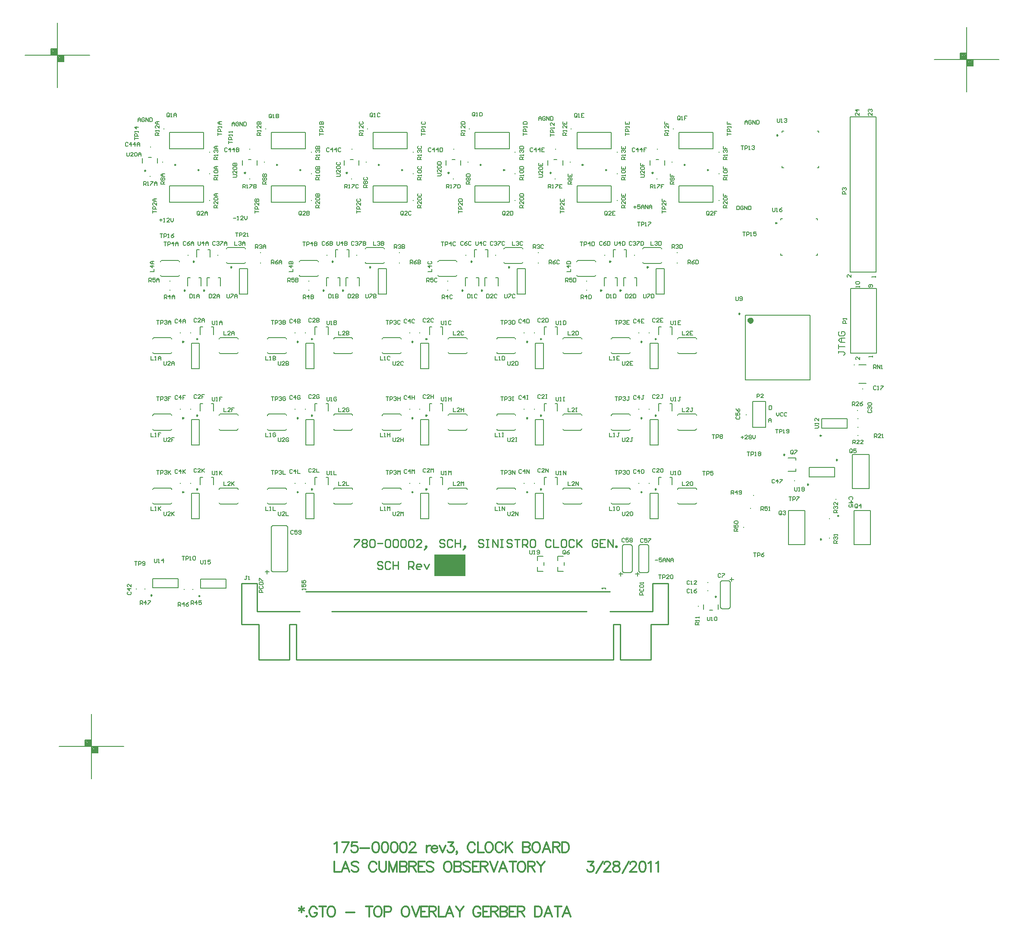
<source format=gto>
%FSLAX23Y23*%
%MOIN*%
G70*
G01*
G75*
G04 Layer_Color=65535*
%ADD10O,0.010X0.061*%
%ADD11O,0.061X0.010*%
%ADD12R,0.037X0.035*%
%ADD13R,0.037X0.035*%
%ADD14R,0.035X0.037*%
%ADD15R,0.035X0.037*%
%ADD16R,0.138X0.085*%
%ADD17R,0.043X0.085*%
%ADD18R,0.043X0.085*%
%ADD19R,0.135X0.070*%
%ADD20R,0.028X0.036*%
%ADD21R,0.036X0.036*%
%ADD22R,0.036X0.036*%
%ADD23R,0.100X0.100*%
%ADD24R,0.060X0.086*%
%ADD25R,0.045X0.017*%
%ADD26R,0.031X0.060*%
%ADD27R,0.014X0.060*%
%ADD28R,0.030X0.100*%
%ADD29R,0.228X0.228*%
%ADD30O,0.008X0.033*%
%ADD31O,0.033X0.008*%
%ADD32O,0.024X0.087*%
%ADD33R,0.050X0.050*%
%ADD34R,0.070X0.135*%
%ADD35O,0.098X0.028*%
%ADD36R,0.050X0.050*%
%ADD37R,0.085X0.043*%
%ADD38R,0.085X0.043*%
%ADD39R,0.085X0.138*%
%ADD40R,0.048X0.078*%
%ADD41C,0.040*%
%ADD42C,0.010*%
%ADD43C,0.005*%
%ADD44C,0.020*%
%ADD45C,0.007*%
%ADD46C,0.012*%
%ADD47R,1.181X0.787*%
%ADD48C,0.008*%
%ADD49C,0.012*%
%ADD50C,0.012*%
%ADD51C,0.020*%
%ADD52C,0.026*%
%ADD53R,0.059X0.059*%
%ADD54C,0.059*%
%ADD55C,0.236*%
%ADD56C,0.050*%
%ADD57C,0.024*%
%ADD58C,0.040*%
%ADD59C,0.030*%
%ADD60C,0.033*%
%ADD61C,0.055*%
G04:AMPARAMS|DCode=62|XSize=70mil|YSize=70mil|CornerRadius=0mil|HoleSize=0mil|Usage=FLASHONLY|Rotation=0.000|XOffset=0mil|YOffset=0mil|HoleType=Round|Shape=Relief|Width=10mil|Gap=10mil|Entries=4|*
%AMTHD62*
7,0,0,0.070,0.050,0.010,45*
%
%ADD62THD62*%
G04:AMPARAMS|DCode=63|XSize=95.433mil|YSize=95.433mil|CornerRadius=0mil|HoleSize=0mil|Usage=FLASHONLY|Rotation=0.000|XOffset=0mil|YOffset=0mil|HoleType=Round|Shape=Relief|Width=10mil|Gap=10mil|Entries=4|*
%AMTHD63*
7,0,0,0.095,0.075,0.010,45*
%
%ADD63THD63*%
%ADD64C,0.045*%
%ADD65R,0.065X0.024*%
%ADD66R,0.094X0.102*%
%ADD67R,0.075X0.063*%
%ADD68O,0.087X0.024*%
%ADD69R,0.078X0.048*%
%ADD70O,0.028X0.098*%
%ADD71R,1.181X0.787*%
%ADD72C,0.024*%
%ADD73C,0.010*%
%ADD74C,0.010*%
%ADD75C,0.008*%
%ADD76C,0.006*%
%ADD77R,0.240X0.165*%
D42*
X22925Y15735D02*
X24894D01*
X22347D02*
Y15952D01*
X22229Y15637D02*
Y15952D01*
X22650Y15361D02*
Y15637D01*
X22599Y15361D02*
Y15637D01*
X22362Y15361D02*
Y15637D01*
X22599D02*
X22650D01*
X22229Y15952D02*
X22347D01*
X22229Y15637D02*
X22362D01*
X22726Y15889D02*
X23922D01*
X22347Y15735D02*
X22677D01*
X22362Y15361D02*
X22599D01*
X22650D02*
X23922D01*
X23831D02*
X25103D01*
X25154D02*
X25390D01*
X25075Y15735D02*
X25406D01*
X23831Y15889D02*
X25075D01*
X25390Y15637D02*
X25524D01*
X25406Y15952D02*
X25524D01*
X25103Y15637D02*
X25154D01*
X25390Y15361D02*
Y15637D01*
X25154Y15361D02*
Y15637D01*
X25103Y15361D02*
Y15637D01*
X25524D02*
Y15952D01*
X25406Y15735D02*
Y15952D01*
X23099Y16291D02*
X23139D01*
Y16281D01*
X23099Y16242D01*
Y16232D01*
X23159Y16281D02*
X23169Y16291D01*
X23189D01*
X23199Y16281D01*
Y16271D01*
X23189Y16261D01*
X23199Y16252D01*
Y16242D01*
X23189Y16232D01*
X23169D01*
X23159Y16242D01*
Y16252D01*
X23169Y16261D01*
X23159Y16271D01*
Y16281D01*
X23169Y16261D02*
X23189D01*
X23219Y16281D02*
X23229Y16291D01*
X23249D01*
X23259Y16281D01*
Y16242D01*
X23249Y16232D01*
X23229D01*
X23219Y16242D01*
Y16281D01*
X23279Y16261D02*
X23319D01*
X23339Y16281D02*
X23349Y16291D01*
X23369D01*
X23379Y16281D01*
Y16242D01*
X23369Y16232D01*
X23349D01*
X23339Y16242D01*
Y16281D01*
X23399D02*
X23409Y16291D01*
X23429D01*
X23439Y16281D01*
Y16242D01*
X23429Y16232D01*
X23409D01*
X23399Y16242D01*
Y16281D01*
X23459D02*
X23469Y16291D01*
X23489D01*
X23499Y16281D01*
Y16242D01*
X23489Y16232D01*
X23469D01*
X23459Y16242D01*
Y16281D01*
X23519D02*
X23529Y16291D01*
X23549D01*
X23559Y16281D01*
Y16242D01*
X23549Y16232D01*
X23529D01*
X23519Y16242D01*
Y16281D01*
X23619Y16232D02*
X23579D01*
X23619Y16271D01*
Y16281D01*
X23609Y16291D01*
X23589D01*
X23579Y16281D01*
X23649Y16222D02*
X23659Y16232D01*
Y16242D01*
X23649D01*
Y16232D01*
X23659D01*
X23649Y16222D01*
X23639Y16212D01*
X23799Y16281D02*
X23789Y16291D01*
X23769D01*
X23759Y16281D01*
Y16271D01*
X23769Y16261D01*
X23789D01*
X23799Y16252D01*
Y16242D01*
X23789Y16232D01*
X23769D01*
X23759Y16242D01*
X23859Y16281D02*
X23849Y16291D01*
X23829D01*
X23819Y16281D01*
Y16242D01*
X23829Y16232D01*
X23849D01*
X23859Y16242D01*
X23879Y16291D02*
Y16232D01*
Y16261D01*
X23919D01*
Y16291D01*
Y16232D01*
X23949Y16222D02*
X23959Y16232D01*
Y16242D01*
X23949D01*
Y16232D01*
X23959D01*
X23949Y16222D01*
X23939Y16212D01*
X24099Y16281D02*
X24089Y16291D01*
X24069D01*
X24059Y16281D01*
Y16271D01*
X24069Y16261D01*
X24089D01*
X24099Y16252D01*
Y16242D01*
X24089Y16232D01*
X24069D01*
X24059Y16242D01*
X24119Y16291D02*
X24139D01*
X24129D01*
Y16232D01*
X24119D01*
X24139D01*
X24169D02*
Y16291D01*
X24209Y16232D01*
Y16291D01*
X24229D02*
X24249D01*
X24239D01*
Y16232D01*
X24229D01*
X24249D01*
X24319Y16281D02*
X24309Y16291D01*
X24289D01*
X24279Y16281D01*
Y16271D01*
X24289Y16261D01*
X24309D01*
X24319Y16252D01*
Y16242D01*
X24309Y16232D01*
X24289D01*
X24279Y16242D01*
X24339Y16291D02*
X24379D01*
X24359D01*
Y16232D01*
X24399D02*
Y16291D01*
X24429D01*
X24439Y16281D01*
Y16261D01*
X24429Y16252D01*
X24399D01*
X24419D02*
X24439Y16232D01*
X24489Y16291D02*
X24469D01*
X24459Y16281D01*
Y16242D01*
X24469Y16232D01*
X24489D01*
X24499Y16242D01*
Y16281D01*
X24489Y16291D01*
X24619Y16281D02*
X24609Y16291D01*
X24589D01*
X24579Y16281D01*
Y16242D01*
X24589Y16232D01*
X24609D01*
X24619Y16242D01*
X24639Y16291D02*
Y16232D01*
X24679D01*
X24729Y16291D02*
X24709D01*
X24699Y16281D01*
Y16242D01*
X24709Y16232D01*
X24729D01*
X24739Y16242D01*
Y16281D01*
X24729Y16291D01*
X24799Y16281D02*
X24789Y16291D01*
X24769D01*
X24759Y16281D01*
Y16242D01*
X24769Y16232D01*
X24789D01*
X24799Y16242D01*
X24819Y16291D02*
Y16232D01*
Y16252D01*
X24859Y16291D01*
X24829Y16261D01*
X24859Y16232D01*
X24979Y16281D02*
X24969Y16291D01*
X24949D01*
X24939Y16281D01*
Y16242D01*
X24949Y16232D01*
X24969D01*
X24979Y16242D01*
Y16261D01*
X24959D01*
X25039Y16291D02*
X24999D01*
Y16232D01*
X25039D01*
X24999Y16261D02*
X25019D01*
X25059Y16232D02*
Y16291D01*
X25099Y16232D01*
Y16291D01*
X25119Y16232D02*
Y16242D01*
X25129D01*
Y16232D01*
X25119D01*
X23317Y16111D02*
X23307Y16121D01*
X23287D01*
X23277Y16111D01*
Y16101D01*
X23287Y16091D01*
X23307D01*
X23317Y16082D01*
Y16072D01*
X23307Y16062D01*
X23287D01*
X23277Y16072D01*
X23377Y16111D02*
X23367Y16121D01*
X23347D01*
X23337Y16111D01*
Y16072D01*
X23347Y16062D01*
X23367D01*
X23377Y16072D01*
X23397Y16121D02*
Y16062D01*
Y16091D01*
X23437D01*
Y16121D01*
Y16062D01*
X23517D02*
Y16121D01*
X23547D01*
X23557Y16111D01*
Y16091D01*
X23547Y16082D01*
X23517D01*
X23537D02*
X23557Y16062D01*
X23607D02*
X23587D01*
X23577Y16072D01*
Y16091D01*
X23587Y16101D01*
X23607D01*
X23617Y16091D01*
Y16082D01*
X23577D01*
X23637Y16101D02*
X23657Y16062D01*
X23677Y16101D01*
D43*
X26048Y18168D02*
Y18143D01*
X26053Y18138D01*
X26063D01*
X26068Y18143D01*
Y18168D01*
X26078Y18143D02*
X26083Y18138D01*
X26093D01*
X26098Y18143D01*
Y18163D01*
X26093Y18168D01*
X26083D01*
X26078Y18163D01*
Y18158D01*
X26083Y18153D01*
X26098D01*
X26493Y16957D02*
Y16976D01*
X26488Y16981D01*
X26478D01*
X26473Y16976D01*
Y16957D01*
X26478Y16952D01*
X26488D01*
X26483Y16962D02*
X26493Y16952D01*
X26488D02*
X26493Y16957D01*
X26503Y16981D02*
X26523D01*
Y16976D01*
X26503Y16957D01*
Y16952D01*
X21828Y18188D02*
Y18158D01*
X21843D01*
X21848Y18163D01*
Y18183D01*
X21843Y18188D01*
X21828D01*
X21858Y18158D02*
X21868D01*
X21863D01*
Y18188D01*
X21858Y18183D01*
X21883Y18158D02*
Y18178D01*
X21893Y18188D01*
X21903Y18178D01*
Y18158D01*
Y18173D01*
X21883D01*
X25618Y19540D02*
Y19560D01*
X25613Y19565D01*
X25603D01*
X25598Y19560D01*
Y19540D01*
X25603Y19535D01*
X25613D01*
X25608Y19545D02*
X25618Y19535D01*
X25613D02*
X25618Y19540D01*
X25628Y19535D02*
X25638D01*
X25633D01*
Y19565D01*
X25628Y19560D01*
X25673Y19565D02*
X25653D01*
Y19550D01*
X25663D01*
X25653D01*
Y19535D01*
X21670Y19564D02*
Y19583D01*
X21665Y19588D01*
X21655D01*
X21650Y19583D01*
Y19564D01*
X21655Y19559D01*
X21665D01*
X21660Y19569D02*
X21670Y19559D01*
X21665D02*
X21670Y19564D01*
X21680Y19559D02*
X21690D01*
X21685D01*
Y19588D01*
X21680Y19583D01*
X21705Y19559D02*
Y19579D01*
X21715Y19588D01*
X21725Y19579D01*
Y19559D01*
Y19574D01*
X21705D01*
X24230Y16826D02*
X24250D01*
X24240D01*
Y16796D01*
X24260D02*
Y16826D01*
X24275D01*
X24280Y16821D01*
Y16811D01*
X24275Y16806D01*
X24260D01*
X24290Y16821D02*
X24295Y16826D01*
X24305D01*
X24310Y16821D01*
Y16816D01*
X24305Y16811D01*
X24300D01*
X24305D01*
X24310Y16806D01*
Y16801D01*
X24305Y16796D01*
X24295D01*
X24290Y16801D01*
X24320Y16796D02*
Y16826D01*
X24340Y16796D01*
Y16826D01*
X25828Y15694D02*
Y15670D01*
X25833Y15665D01*
X25843D01*
X25848Y15670D01*
Y15694D01*
X25858Y15665D02*
X25868D01*
X25863D01*
Y15694D01*
X25858Y15689D01*
X25883D02*
X25888Y15694D01*
X25898D01*
X25903Y15689D01*
Y15670D01*
X25898Y15665D01*
X25888D01*
X25883Y15670D01*
Y15689D01*
X24732Y16184D02*
Y16204D01*
X24727Y16208D01*
X24717D01*
X24712Y16204D01*
Y16184D01*
X24717Y16179D01*
X24727D01*
X24722Y16189D02*
X24732Y16179D01*
X24727D02*
X24732Y16184D01*
X24762Y16208D02*
X24752Y16204D01*
X24742Y16194D01*
Y16184D01*
X24747Y16179D01*
X24757D01*
X24762Y16184D01*
Y16189D01*
X24757Y16194D01*
X24742D01*
X22629Y16359D02*
X22624Y16364D01*
X22614D01*
X22609Y16359D01*
Y16339D01*
X22614Y16334D01*
X22624D01*
X22629Y16339D01*
X22659Y16364D02*
X22639D01*
Y16349D01*
X22649Y16354D01*
X22654D01*
X22659Y16349D01*
Y16339D01*
X22654Y16334D01*
X22644D01*
X22639Y16339D01*
X22669D02*
X22674Y16334D01*
X22684D01*
X22689Y16339D01*
Y16359D01*
X22684Y16364D01*
X22674D01*
X22669Y16359D01*
Y16354D01*
X22674Y16349D01*
X22689D01*
X24750Y16739D02*
Y16709D01*
X24770D01*
X24800D02*
X24780D01*
X24800Y16729D01*
Y16734D01*
X24795Y16739D01*
X24785D01*
X24780Y16734D01*
X24810Y16709D02*
Y16739D01*
X24830Y16709D01*
Y16739D01*
X27111Y17612D02*
Y17641D01*
X27126D01*
X27131Y17636D01*
Y17627D01*
X27126Y17622D01*
X27111D01*
X27121D02*
X27131Y17612D01*
X27141D02*
Y17641D01*
X27161Y17612D01*
Y17641D01*
X27171Y17612D02*
X27181D01*
X27176D01*
Y17641D01*
X27171Y17636D01*
X22271Y16010D02*
X22261D01*
X22266D01*
Y15986D01*
X22261Y15981D01*
X22256D01*
X22251Y15986D01*
X22281Y15981D02*
X22291D01*
X22286D01*
Y16010D01*
X22281Y16006D01*
X22394Y15882D02*
X22364D01*
Y15897D01*
X22369Y15902D01*
X22379D01*
X22384Y15897D01*
Y15882D01*
X22369Y15931D02*
X22364Y15926D01*
Y15916D01*
X22369Y15911D01*
X22389D01*
X22394Y15916D01*
Y15926D01*
X22389Y15931D01*
X22369Y15941D02*
X22364Y15946D01*
Y15956D01*
X22369Y15961D01*
X22389D01*
X22394Y15956D01*
Y15946D01*
X22389Y15941D01*
X22369D01*
X22364Y15971D02*
Y15991D01*
X22369D01*
X22389Y15971D01*
X22394D01*
X25336Y15863D02*
X25306D01*
Y15878D01*
X25311Y15883D01*
X25321D01*
X25326Y15878D01*
Y15863D01*
X25311Y15912D02*
X25306Y15907D01*
Y15897D01*
X25311Y15892D01*
X25331D01*
X25336Y15897D01*
Y15907D01*
X25331Y15912D01*
X25311Y15922D02*
X25306Y15927D01*
Y15937D01*
X25311Y15942D01*
X25331D01*
X25336Y15937D01*
Y15927D01*
X25331Y15922D01*
X25311D01*
X25336Y15952D02*
Y15962D01*
Y15957D01*
X25306D01*
X25311Y15952D01*
X22724Y15903D02*
Y15913D01*
Y15908D01*
X22694D01*
X22699Y15903D01*
X22694Y15947D02*
Y15927D01*
X22709D01*
X22704Y15937D01*
Y15942D01*
X22709Y15947D01*
X22719D01*
X22724Y15942D01*
Y15932D01*
X22719Y15927D01*
X22694Y15977D02*
Y15957D01*
X22709D01*
X22704Y15967D01*
Y15972D01*
X22709Y15977D01*
X22719D01*
X22724Y15972D01*
Y15962D01*
X22719Y15957D01*
X25042Y15910D02*
Y15920D01*
Y15915D01*
X25012D01*
X25017Y15910D01*
X26330Y18856D02*
Y18832D01*
X26335Y18827D01*
X26345D01*
X26350Y18832D01*
Y18856D01*
X26360Y18827D02*
X26370D01*
X26365D01*
Y18856D01*
X26360Y18851D01*
X26405Y18856D02*
X26395Y18851D01*
X26385Y18842D01*
Y18832D01*
X26390Y18827D01*
X26400D01*
X26405Y18832D01*
Y18837D01*
X26400Y18842D01*
X26385D01*
X26906Y17964D02*
X26876D01*
Y17979D01*
X26881Y17984D01*
X26891D01*
X26896Y17979D01*
Y17964D01*
X26906Y17993D02*
Y18003D01*
Y17998D01*
X26876D01*
X26881Y17993D01*
X27004Y17702D02*
Y17682D01*
X26984Y17702D01*
X26979D01*
X26974Y17697D01*
Y17687D01*
X26979Y17682D01*
X27104Y17702D02*
Y17712D01*
Y17707D01*
X27074D01*
X27079Y17702D01*
X27099Y18242D02*
X27104Y18247D01*
Y18257D01*
X27099Y18262D01*
X27079D01*
X27074Y18257D01*
Y18247D01*
X27079Y18242D01*
X27084D01*
X27089Y18247D01*
Y18262D01*
X27004Y18242D02*
Y18252D01*
Y18247D01*
X26974D01*
X26979Y18242D01*
Y18267D02*
X26974Y18272D01*
Y18282D01*
X26979Y18287D01*
X26999D01*
X27004Y18282D01*
Y18272D01*
X26999Y18267D01*
X26979D01*
X26900Y18962D02*
X26870D01*
Y18977D01*
X26875Y18982D01*
X26885D01*
X26890Y18977D01*
Y18962D01*
X26875Y18991D02*
X26870Y18996D01*
Y19006D01*
X26875Y19011D01*
X26880D01*
X26885Y19006D01*
Y19001D01*
Y19006D01*
X26890Y19011D01*
X26895D01*
X26900Y19006D01*
Y18996D01*
X26895Y18991D01*
X27001Y19590D02*
Y19570D01*
X26981Y19590D01*
X26976D01*
X26971Y19585D01*
Y19575D01*
X26976Y19570D01*
X27001Y19614D02*
X26971D01*
X26986Y19599D01*
Y19619D01*
X27101Y19590D02*
Y19570D01*
X27081Y19590D01*
X27076D01*
X27071Y19585D01*
Y19575D01*
X27076Y19570D01*
Y19599D02*
X27071Y19604D01*
Y19614D01*
X27076Y19619D01*
X27081D01*
X27086Y19614D01*
Y19609D01*
Y19614D01*
X27091Y19619D01*
X27096D01*
X27101Y19614D01*
Y19604D01*
X27096Y19599D01*
X26937Y18338D02*
Y18318D01*
X26917Y18338D01*
X26912D01*
X26907Y18333D01*
Y18323D01*
X26912Y18318D01*
X27127D02*
Y18328D01*
Y18323D01*
X27097D01*
X27102Y18318D01*
X26211Y17388D02*
Y17417D01*
X26226D01*
X26231Y17413D01*
Y17403D01*
X26226Y17398D01*
X26211D01*
X26261Y17388D02*
X26241D01*
X26261Y17408D01*
Y17413D01*
X26256Y17417D01*
X26246D01*
X26241Y17413D01*
X21913Y16133D02*
Y16108D01*
X21918Y16103D01*
X21928D01*
X21933Y16108D01*
Y16133D01*
X21943Y16103D02*
X21953D01*
X21948D01*
Y16133D01*
X21943Y16128D01*
X21988Y16133D02*
X21968D01*
Y16118D01*
X21978Y16123D01*
X21983D01*
X21988Y16118D01*
Y16108D01*
X21983Y16103D01*
X21973D01*
X21968Y16108D01*
X25313Y19093D02*
X25338D01*
X25343Y19098D01*
Y19108D01*
X25338Y19113D01*
X25313D01*
X25343Y19142D02*
Y19122D01*
X25323Y19142D01*
X25318D01*
X25313Y19137D01*
Y19127D01*
X25318Y19122D01*
Y19152D02*
X25313Y19157D01*
Y19167D01*
X25318Y19172D01*
X25338D01*
X25343Y19167D01*
Y19157D01*
X25338Y19152D01*
X25318D01*
X25313Y19202D02*
Y19182D01*
X25328D01*
Y19192D01*
Y19182D01*
X25343D01*
X24525Y19093D02*
X24550D01*
X24555Y19098D01*
Y19108D01*
X24550Y19113D01*
X24525D01*
X24555Y19142D02*
Y19122D01*
X24535Y19142D01*
X24530D01*
X24525Y19137D01*
Y19127D01*
X24530Y19122D01*
Y19152D02*
X24525Y19157D01*
Y19167D01*
X24530Y19172D01*
X24550D01*
X24555Y19167D01*
Y19157D01*
X24550Y19152D01*
X24530D01*
X24525Y19202D02*
Y19182D01*
X24555D01*
Y19202D01*
X24540Y19182D02*
Y19192D01*
X23740Y19103D02*
X23765D01*
X23770Y19108D01*
Y19118D01*
X23765Y19123D01*
X23740D01*
X23770Y19152D02*
Y19132D01*
X23750Y19152D01*
X23745D01*
X23740Y19147D01*
Y19137D01*
X23745Y19132D01*
Y19162D02*
X23740Y19167D01*
Y19177D01*
X23745Y19182D01*
X23765D01*
X23770Y19177D01*
Y19167D01*
X23765Y19162D01*
X23745D01*
X23740Y19192D02*
X23770D01*
Y19207D01*
X23765Y19212D01*
X23745D01*
X23740Y19207D01*
Y19192D01*
X22963Y19099D02*
X22988D01*
X22993Y19104D01*
Y19114D01*
X22988Y19119D01*
X22963D01*
X22993Y19148D02*
Y19128D01*
X22973Y19148D01*
X22968D01*
X22963Y19143D01*
Y19133D01*
X22968Y19128D01*
Y19158D02*
X22963Y19163D01*
Y19173D01*
X22968Y19178D01*
X22988D01*
X22993Y19173D01*
Y19163D01*
X22988Y19158D01*
X22968D01*
Y19208D02*
X22963Y19203D01*
Y19193D01*
X22968Y19188D01*
X22988D01*
X22993Y19193D01*
Y19203D01*
X22988Y19208D01*
X22163Y19093D02*
X22188D01*
X22193Y19098D01*
Y19108D01*
X22188Y19113D01*
X22163D01*
X22193Y19142D02*
Y19122D01*
X22173Y19142D01*
X22168D01*
X22163Y19137D01*
Y19127D01*
X22168Y19122D01*
Y19152D02*
X22163Y19157D01*
Y19167D01*
X22168Y19172D01*
X22188D01*
X22193Y19167D01*
Y19157D01*
X22188Y19152D01*
X22168D01*
X22163Y19182D02*
X22193D01*
Y19197D01*
X22188Y19202D01*
X22183D01*
X22178Y19197D01*
Y19182D01*
Y19197D01*
X22173Y19202D01*
X22168D01*
X22163Y19197D01*
Y19182D01*
X21340Y19284D02*
Y19260D01*
X21345Y19255D01*
X21355D01*
X21360Y19260D01*
Y19284D01*
X21390Y19255D02*
X21370D01*
X21390Y19275D01*
Y19279D01*
X21385Y19284D01*
X21375D01*
X21370Y19279D01*
X21400D02*
X21405Y19284D01*
X21415D01*
X21420Y19279D01*
Y19260D01*
X21415Y19255D01*
X21405D01*
X21400Y19260D01*
Y19279D01*
X21430Y19255D02*
Y19275D01*
X21440Y19284D01*
X21450Y19275D01*
Y19255D01*
Y19270D01*
X21430D01*
X25267Y19315D02*
X25262Y19319D01*
X25252D01*
X25247Y19315D01*
Y19295D01*
X25252Y19290D01*
X25262D01*
X25267Y19295D01*
X25292Y19290D02*
Y19319D01*
X25277Y19305D01*
X25297D01*
X25322Y19290D02*
Y19319D01*
X25307Y19305D01*
X25327D01*
X25357Y19319D02*
X25337D01*
Y19305D01*
X25347D01*
X25337D01*
Y19290D01*
X24479Y19315D02*
X24474Y19319D01*
X24464D01*
X24459Y19315D01*
Y19295D01*
X24464Y19290D01*
X24474D01*
X24479Y19295D01*
X24504Y19290D02*
Y19319D01*
X24489Y19305D01*
X24509D01*
X24534Y19290D02*
Y19319D01*
X24519Y19305D01*
X24539D01*
X24569Y19319D02*
X24549D01*
Y19290D01*
X24569D01*
X24549Y19305D02*
X24559D01*
X23692Y19315D02*
X23687Y19319D01*
X23677D01*
X23672Y19315D01*
Y19295D01*
X23677Y19290D01*
X23687D01*
X23692Y19295D01*
X23717Y19290D02*
Y19319D01*
X23702Y19305D01*
X23722D01*
X23747Y19290D02*
Y19319D01*
X23732Y19305D01*
X23752D01*
X23762Y19319D02*
Y19290D01*
X23777D01*
X23782Y19295D01*
Y19315D01*
X23777Y19319D01*
X23762D01*
X22905Y19315D02*
X22900Y19319D01*
X22890D01*
X22885Y19315D01*
Y19295D01*
X22890Y19290D01*
X22900D01*
X22905Y19295D01*
X22930Y19290D02*
Y19319D01*
X22915Y19305D01*
X22935D01*
X22960Y19290D02*
Y19319D01*
X22945Y19305D01*
X22965D01*
X22995Y19315D02*
X22990Y19319D01*
X22980D01*
X22975Y19315D01*
Y19295D01*
X22980Y19290D01*
X22990D01*
X22995Y19295D01*
X22117Y19315D02*
X22112Y19319D01*
X22102D01*
X22097Y19315D01*
Y19295D01*
X22102Y19290D01*
X22112D01*
X22117Y19295D01*
X22142Y19290D02*
Y19319D01*
X22127Y19305D01*
X22147D01*
X22172Y19290D02*
Y19319D01*
X22157Y19305D01*
X22177D01*
X22187Y19319D02*
Y19290D01*
X22202D01*
X22207Y19295D01*
Y19300D01*
X22202Y19305D01*
X22187D01*
X22202D01*
X22207Y19310D01*
Y19315D01*
X22202Y19319D01*
X22187D01*
X21350Y19357D02*
X21345Y19361D01*
X21335D01*
X21330Y19357D01*
Y19337D01*
X21335Y19332D01*
X21345D01*
X21350Y19337D01*
X21375Y19332D02*
Y19361D01*
X21360Y19347D01*
X21380D01*
X21405Y19332D02*
Y19361D01*
X21390Y19347D01*
X21410D01*
X21420Y19332D02*
Y19352D01*
X21430Y19361D01*
X21440Y19352D01*
Y19332D01*
Y19347D01*
X21420D01*
X24456Y16208D02*
Y16184D01*
X24461Y16179D01*
X24471D01*
X24476Y16184D01*
Y16208D01*
X24486Y16179D02*
X24496D01*
X24491D01*
Y16208D01*
X24486Y16204D01*
X24511Y16184D02*
X24516Y16179D01*
X24526D01*
X24531Y16184D01*
Y16204D01*
X24526Y16208D01*
X24516D01*
X24511Y16204D01*
Y16199D01*
X24516Y16194D01*
X24531D01*
X22180Y18664D02*
X22200D01*
X22190D01*
Y18635D01*
X22210D02*
Y18664D01*
X22225D01*
X22230Y18660D01*
Y18650D01*
X22225Y18645D01*
X22210D01*
X22260Y18635D02*
X22240D01*
X22260Y18655D01*
Y18660D01*
X22255Y18664D01*
X22245D01*
X22240Y18660D01*
X22270Y18635D02*
X22280D01*
X22275D01*
Y18664D01*
X22270Y18660D01*
X25453Y16018D02*
X25473D01*
X25463D01*
Y15989D01*
X25483D02*
Y16018D01*
X25498D01*
X25503Y16014D01*
Y16004D01*
X25498Y15999D01*
X25483D01*
X25533Y15989D02*
X25513D01*
X25533Y16009D01*
Y16014D01*
X25528Y16018D01*
X25518D01*
X25513Y16014D01*
X25543D02*
X25548Y16018D01*
X25558D01*
X25563Y16014D01*
Y15994D01*
X25558Y15989D01*
X25548D01*
X25543Y15994D01*
Y16014D01*
X26354Y17144D02*
X26374D01*
X26364D01*
Y17115D01*
X26384D02*
Y17144D01*
X26399D01*
X26404Y17139D01*
Y17130D01*
X26399Y17125D01*
X26384D01*
X26414Y17115D02*
X26424D01*
X26419D01*
Y17144D01*
X26414Y17139D01*
X26439Y17120D02*
X26444Y17115D01*
X26454D01*
X26459Y17120D01*
Y17139D01*
X26454Y17144D01*
X26444D01*
X26439Y17139D01*
Y17135D01*
X26444Y17130D01*
X26459D01*
X26135Y16969D02*
X26155D01*
X26145D01*
Y16940D01*
X26165D02*
Y16969D01*
X26180D01*
X26185Y16965D01*
Y16955D01*
X26180Y16950D01*
X26165D01*
X26195Y16940D02*
X26205D01*
X26200D01*
Y16969D01*
X26195Y16965D01*
X26220D02*
X26225Y16969D01*
X26235D01*
X26240Y16965D01*
Y16960D01*
X26235Y16955D01*
X26240Y16950D01*
Y16945D01*
X26235Y16940D01*
X26225D01*
X26220Y16945D01*
Y16950D01*
X26225Y16955D01*
X26220Y16960D01*
Y16965D01*
X26225Y16955D02*
X26235D01*
X25287Y18745D02*
X25307D01*
X25297D01*
Y18716D01*
X25317D02*
Y18745D01*
X25332D01*
X25337Y18740D01*
Y18731D01*
X25332Y18726D01*
X25317D01*
X25347Y18716D02*
X25357D01*
X25352D01*
Y18745D01*
X25347Y18740D01*
X25372Y18745D02*
X25392D01*
Y18740D01*
X25372Y18721D01*
Y18716D01*
X21599Y18655D02*
X21619D01*
X21609D01*
Y18626D01*
X21629D02*
Y18655D01*
X21644D01*
X21649Y18650D01*
Y18641D01*
X21644Y18636D01*
X21629D01*
X21659Y18626D02*
X21669D01*
X21664D01*
Y18655D01*
X21659Y18650D01*
X21704Y18655D02*
X21694Y18650D01*
X21684Y18641D01*
Y18631D01*
X21689Y18626D01*
X21699D01*
X21704Y18631D01*
Y18636D01*
X21699Y18641D01*
X21684D01*
X26100Y18669D02*
X26120D01*
X26110D01*
Y18640D01*
X26130D02*
Y18669D01*
X26145D01*
X26150Y18664D01*
Y18655D01*
X26145Y18650D01*
X26130D01*
X26160Y18640D02*
X26170D01*
X26165D01*
Y18669D01*
X26160Y18664D01*
X26205Y18669D02*
X26185D01*
Y18655D01*
X26195Y18660D01*
X26200D01*
X26205Y18655D01*
Y18645D01*
X26200Y18640D01*
X26190D01*
X26185Y18645D01*
X21401Y19381D02*
Y19401D01*
Y19391D01*
X21431D01*
Y19410D02*
X21401D01*
Y19425D01*
X21406Y19430D01*
X21416D01*
X21421Y19425D01*
Y19410D01*
X21431Y19440D02*
Y19450D01*
Y19445D01*
X21401D01*
X21406Y19440D01*
X21431Y19480D02*
X21401D01*
X21416Y19465D01*
Y19485D01*
X26087Y19336D02*
X26107D01*
X26097D01*
Y19307D01*
X26117D02*
Y19336D01*
X26132D01*
X26137Y19331D01*
Y19322D01*
X26132Y19317D01*
X26117D01*
X26147Y19307D02*
X26157D01*
X26152D01*
Y19336D01*
X26147Y19331D01*
X26172D02*
X26177Y19336D01*
X26187D01*
X26192Y19331D01*
Y19327D01*
X26187Y19322D01*
X26182D01*
X26187D01*
X26192Y19317D01*
Y19312D01*
X26187Y19307D01*
X26177D01*
X26172Y19312D01*
X24614Y19409D02*
Y19429D01*
Y19419D01*
X24644D01*
Y19438D02*
X24614D01*
Y19453D01*
X24619Y19458D01*
X24629D01*
X24634Y19453D01*
Y19438D01*
X24644Y19468D02*
Y19478D01*
Y19473D01*
X24614D01*
X24619Y19468D01*
X24644Y19513D02*
Y19493D01*
X24624Y19513D01*
X24619D01*
X24614Y19508D01*
Y19498D01*
X24619Y19493D01*
X22129Y19354D02*
Y19374D01*
Y19364D01*
X22159D01*
Y19383D02*
X22129D01*
Y19398D01*
X22134Y19403D01*
X22144D01*
X22149Y19398D01*
Y19383D01*
X22159Y19413D02*
Y19423D01*
Y19418D01*
X22129D01*
X22134Y19413D01*
X22159Y19438D02*
Y19448D01*
Y19443D01*
X22129D01*
X22134Y19438D01*
X25691Y15905D02*
X25686Y15909D01*
X25676D01*
X25671Y15905D01*
Y15885D01*
X25676Y15880D01*
X25686D01*
X25691Y15885D01*
X25701Y15880D02*
X25711D01*
X25706D01*
Y15909D01*
X25701Y15905D01*
X25746Y15909D02*
X25736Y15905D01*
X25726Y15895D01*
Y15885D01*
X25731Y15880D01*
X25741D01*
X25746Y15885D01*
Y15890D01*
X25741Y15895D01*
X25726D01*
X25691Y15969D02*
X25686Y15974D01*
X25676D01*
X25671Y15969D01*
Y15950D01*
X25676Y15945D01*
X25686D01*
X25691Y15950D01*
X25701Y15945D02*
X25711D01*
X25706D01*
Y15974D01*
X25701Y15969D01*
X25746Y15945D02*
X25726D01*
X25746Y15965D01*
Y15969D01*
X25741Y15974D01*
X25731D01*
X25726Y15969D01*
X25171Y17668D02*
Y17643D01*
X25176Y17638D01*
X25186D01*
X25191Y17643D01*
Y17668D01*
X25221Y17638D02*
X25201D01*
X25221Y17658D01*
Y17663D01*
X25216Y17668D01*
X25206D01*
X25201Y17663D01*
X25251Y17668D02*
X25231D01*
Y17638D01*
X25251D01*
X25231Y17653D02*
X25241D01*
X22513Y17668D02*
Y17643D01*
X22518Y17638D01*
X22528D01*
X22533Y17643D01*
Y17668D01*
X22563Y17638D02*
X22543D01*
X22563Y17658D01*
Y17663D01*
X22558Y17668D01*
X22548D01*
X22543Y17663D01*
X22573Y17668D02*
Y17638D01*
X22588D01*
X22593Y17643D01*
Y17648D01*
X22588Y17653D01*
X22573D01*
X22588D01*
X22593Y17658D01*
Y17663D01*
X22588Y17668D01*
X22573D01*
X25545Y17983D02*
Y17958D01*
X25550Y17953D01*
X25560D01*
X25565Y17958D01*
Y17983D01*
X25575Y17953D02*
X25585D01*
X25580D01*
Y17983D01*
X25575Y17978D01*
X25620Y17983D02*
X25600D01*
Y17953D01*
X25620D01*
X25600Y17968D02*
X25610D01*
X22887Y17983D02*
Y17958D01*
X22892Y17953D01*
X22902D01*
X22907Y17958D01*
Y17983D01*
X22917Y17953D02*
X22927D01*
X22922D01*
Y17983D01*
X22917Y17978D01*
X22942Y17983D02*
Y17953D01*
X22957D01*
X22962Y17958D01*
Y17963D01*
X22957Y17968D01*
X22942D01*
X22957D01*
X22962Y17973D01*
Y17978D01*
X22957Y17983D01*
X22942D01*
X25116Y17987D02*
X25136D01*
X25126D01*
Y17957D01*
X25146D02*
Y17987D01*
X25161D01*
X25166Y17982D01*
Y17972D01*
X25161Y17967D01*
X25146D01*
X25176Y17982D02*
X25181Y17987D01*
X25191D01*
X25196Y17982D01*
Y17977D01*
X25191Y17972D01*
X25186D01*
X25191D01*
X25196Y17967D01*
Y17962D01*
X25191Y17957D01*
X25181D01*
X25176Y17962D01*
X25226Y17987D02*
X25206D01*
Y17957D01*
X25226D01*
X25206Y17972D02*
X25216D01*
X22458Y17987D02*
X22478D01*
X22468D01*
Y17957D01*
X22488D02*
Y17987D01*
X22503D01*
X22508Y17982D01*
Y17972D01*
X22503Y17967D01*
X22488D01*
X22518Y17982D02*
X22523Y17987D01*
X22533D01*
X22538Y17982D01*
Y17977D01*
X22533Y17972D01*
X22528D01*
X22533D01*
X22538Y17967D01*
Y17962D01*
X22533Y17957D01*
X22523D01*
X22518Y17962D01*
X22548Y17987D02*
Y17957D01*
X22563D01*
X22568Y17962D01*
Y17967D01*
X22563Y17972D01*
X22548D01*
X22563D01*
X22568Y17977D01*
Y17982D01*
X22563Y17987D01*
X22548D01*
X25635Y17901D02*
Y17871D01*
X25655D01*
X25685D02*
X25665D01*
X25685Y17891D01*
Y17896D01*
X25680Y17901D01*
X25670D01*
X25665Y17896D01*
X25715Y17901D02*
X25695D01*
Y17871D01*
X25715D01*
X25695Y17886D02*
X25705D01*
X22978Y17901D02*
Y17871D01*
X22998D01*
X23028D02*
X23008D01*
X23028Y17891D01*
Y17896D01*
X23023Y17901D01*
X23013D01*
X23008Y17896D01*
X23038Y17901D02*
Y17871D01*
X23053D01*
X23058Y17876D01*
Y17881D01*
X23053Y17886D01*
X23038D01*
X23053D01*
X23058Y17891D01*
Y17896D01*
X23053Y17901D01*
X23038D01*
X25072Y17708D02*
Y17678D01*
X25092D01*
X25102D02*
X25112D01*
X25107D01*
Y17708D01*
X25102Y17703D01*
X25147Y17708D02*
X25127D01*
Y17678D01*
X25147D01*
X25127Y17693D02*
X25137D01*
X22415Y17708D02*
Y17678D01*
X22435D01*
X22445D02*
X22455D01*
X22450D01*
Y17708D01*
X22445Y17703D01*
X22470Y17708D02*
Y17678D01*
X22485D01*
X22490Y17683D01*
Y17688D01*
X22485Y17693D01*
X22470D01*
X22485D01*
X22490Y17698D01*
Y17703D01*
X22485Y17708D01*
X22470D01*
X25278Y17990D02*
X25273Y17995D01*
X25263D01*
X25258Y17990D01*
Y17970D01*
X25263Y17965D01*
X25273D01*
X25278Y17970D01*
X25303Y17965D02*
Y17995D01*
X25288Y17980D01*
X25308D01*
X25338Y17995D02*
X25318D01*
Y17965D01*
X25338D01*
X25318Y17980D02*
X25328D01*
X22620Y17990D02*
X22615Y17995D01*
X22605D01*
X22600Y17990D01*
Y17970D01*
X22605Y17965D01*
X22615D01*
X22620Y17970D01*
X22645Y17965D02*
Y17995D01*
X22630Y17980D01*
X22650D01*
X22660Y17995D02*
Y17965D01*
X22675D01*
X22680Y17970D01*
Y17975D01*
X22675Y17980D01*
X22660D01*
X22675D01*
X22680Y17985D01*
Y17990D01*
X22675Y17995D01*
X22660D01*
X25425Y17997D02*
X25420Y18002D01*
X25410D01*
X25405Y17997D01*
Y17977D01*
X25410Y17972D01*
X25420D01*
X25425Y17977D01*
X25455Y17972D02*
X25435D01*
X25455Y17992D01*
Y17997D01*
X25450Y18002D01*
X25440D01*
X25435Y17997D01*
X25485Y18002D02*
X25465D01*
Y17972D01*
X25485D01*
X25465Y17987D02*
X25475D01*
X22767Y17997D02*
X22762Y18002D01*
X22752D01*
X22747Y17997D01*
Y17977D01*
X22752Y17972D01*
X22762D01*
X22767Y17977D01*
X22797Y17972D02*
X22777D01*
X22797Y17992D01*
Y17997D01*
X22792Y18002D01*
X22782D01*
X22777Y17997D01*
X22807Y18002D02*
Y17972D01*
X22822D01*
X22827Y17977D01*
Y17982D01*
X22822Y17987D01*
X22807D01*
X22822D01*
X22827Y17992D01*
Y17997D01*
X22822Y18002D01*
X22807D01*
X25334Y18188D02*
Y18163D01*
X25339Y18158D01*
X25349D01*
X25354Y18163D01*
Y18188D01*
X25364D02*
X25384D01*
Y18183D01*
X25364Y18163D01*
Y18158D01*
X25394Y18188D02*
Y18158D01*
X25409D01*
X25414Y18163D01*
Y18183D01*
X25409Y18188D01*
X25394D01*
X24261D02*
Y18163D01*
X24266Y18158D01*
X24276D01*
X24281Y18163D01*
Y18188D01*
X24291D02*
X24311D01*
Y18183D01*
X24291Y18163D01*
Y18158D01*
X24341Y18183D02*
X24336Y18188D01*
X24326D01*
X24321Y18183D01*
Y18163D01*
X24326Y18158D01*
X24336D01*
X24341Y18163D01*
X23188Y18188D02*
Y18163D01*
X23193Y18158D01*
X23203D01*
X23208Y18163D01*
Y18188D01*
X23218D02*
X23238D01*
Y18183D01*
X23218Y18163D01*
Y18158D01*
X23248Y18188D02*
Y18158D01*
X23263D01*
X23268Y18163D01*
Y18168D01*
X23263Y18173D01*
X23248D01*
X23263D01*
X23268Y18178D01*
Y18183D01*
X23263Y18188D01*
X23248D01*
X22115D02*
Y18163D01*
X22120Y18158D01*
X22130D01*
X22135Y18163D01*
Y18188D01*
X22145D02*
X22165D01*
Y18183D01*
X22145Y18163D01*
Y18158D01*
X22175D02*
Y18178D01*
X22185Y18188D01*
X22195Y18178D01*
Y18158D01*
Y18173D01*
X22175D01*
X25110Y18597D02*
Y18572D01*
X25115Y18567D01*
X25125D01*
X25130Y18572D01*
Y18597D01*
X25155Y18567D02*
Y18597D01*
X25140Y18582D01*
X25160D01*
X25170Y18597D02*
Y18567D01*
X25185D01*
X25190Y18572D01*
Y18592D01*
X25185Y18597D01*
X25170D01*
X24037D02*
Y18572D01*
X24042Y18567D01*
X24052D01*
X24057Y18572D01*
Y18597D01*
X24082Y18567D02*
Y18597D01*
X24067Y18582D01*
X24087D01*
X24117Y18592D02*
X24112Y18597D01*
X24102D01*
X24097Y18592D01*
Y18572D01*
X24102Y18567D01*
X24112D01*
X24117Y18572D01*
X22964Y18597D02*
Y18572D01*
X22969Y18567D01*
X22979D01*
X22984Y18572D01*
Y18597D01*
X23009Y18567D02*
Y18597D01*
X22994Y18582D01*
X23014D01*
X23024Y18597D02*
Y18567D01*
X23039D01*
X23044Y18572D01*
Y18577D01*
X23039Y18582D01*
X23024D01*
X23039D01*
X23044Y18587D01*
Y18592D01*
X23039Y18597D01*
X23024D01*
X21891D02*
Y18572D01*
X21896Y18567D01*
X21906D01*
X21911Y18572D01*
Y18597D01*
X21936Y18567D02*
Y18597D01*
X21921Y18582D01*
X21941D01*
X21951Y18567D02*
Y18587D01*
X21961Y18597D01*
X21971Y18587D01*
Y18567D01*
Y18582D01*
X21951D01*
X24285Y17668D02*
Y17643D01*
X24290Y17638D01*
X24300D01*
X24305Y17643D01*
Y17668D01*
X24335Y17638D02*
X24315D01*
X24335Y17658D01*
Y17663D01*
X24330Y17668D01*
X24320D01*
X24315Y17663D01*
X24345Y17668D02*
Y17638D01*
X24360D01*
X24365Y17643D01*
Y17663D01*
X24360Y17668D01*
X24345D01*
X23399D02*
Y17643D01*
X23404Y17638D01*
X23414D01*
X23419Y17643D01*
Y17668D01*
X23449Y17638D02*
X23429D01*
X23449Y17658D01*
Y17663D01*
X23444Y17668D01*
X23434D01*
X23429Y17663D01*
X23479D02*
X23474Y17668D01*
X23464D01*
X23459Y17663D01*
Y17643D01*
X23464Y17638D01*
X23474D01*
X23479Y17643D01*
X21628Y17668D02*
Y17643D01*
X21633Y17638D01*
X21643D01*
X21648Y17643D01*
Y17668D01*
X21678Y17638D02*
X21658D01*
X21678Y17658D01*
Y17663D01*
X21673Y17668D01*
X21663D01*
X21658Y17663D01*
X21688Y17638D02*
Y17658D01*
X21698Y17668D01*
X21708Y17658D01*
Y17638D01*
Y17653D01*
X21688D01*
X24659Y17983D02*
Y17958D01*
X24664Y17953D01*
X24674D01*
X24679Y17958D01*
Y17983D01*
X24689Y17953D02*
X24699D01*
X24694D01*
Y17983D01*
X24689Y17978D01*
X24714Y17983D02*
Y17953D01*
X24729D01*
X24734Y17958D01*
Y17978D01*
X24729Y17983D01*
X24714D01*
X23773D02*
Y17958D01*
X23778Y17953D01*
X23788D01*
X23793Y17958D01*
Y17983D01*
X23803Y17953D02*
X23813D01*
X23808D01*
Y17983D01*
X23803Y17978D01*
X23848D02*
X23843Y17983D01*
X23833D01*
X23828Y17978D01*
Y17958D01*
X23833Y17953D01*
X23843D01*
X23848Y17958D01*
X22002Y17983D02*
Y17958D01*
X22007Y17953D01*
X22017D01*
X22022Y17958D01*
Y17983D01*
X22032Y17953D02*
X22042D01*
X22037D01*
Y17983D01*
X22032Y17978D01*
X22057Y17953D02*
Y17973D01*
X22067Y17983D01*
X22077Y17973D01*
Y17953D01*
Y17968D01*
X22057D01*
X21444Y15789D02*
Y15818D01*
X21459D01*
X21464Y15814D01*
Y15804D01*
X21459Y15799D01*
X21444D01*
X21454D02*
X21464Y15789D01*
X21489D02*
Y15818D01*
X21474Y15804D01*
X21494D01*
X21504Y15818D02*
X21524D01*
Y15814D01*
X21504Y15794D01*
Y15789D01*
X21739Y15776D02*
Y15805D01*
X21754D01*
X21759Y15800D01*
Y15791D01*
X21754Y15786D01*
X21739D01*
X21749D02*
X21759Y15776D01*
X21784D02*
Y15805D01*
X21769Y15791D01*
X21789D01*
X21819Y15805D02*
X21809Y15800D01*
X21799Y15791D01*
Y15781D01*
X21804Y15776D01*
X21814D01*
X21819Y15781D01*
Y15786D01*
X21814Y15791D01*
X21799D01*
X21837Y15789D02*
Y15819D01*
X21852D01*
X21857Y15814D01*
Y15804D01*
X21852Y15799D01*
X21837D01*
X21847D02*
X21857Y15789D01*
X21882D02*
Y15819D01*
X21867Y15804D01*
X21887D01*
X21917Y15819D02*
X21897D01*
Y15804D01*
X21907Y15809D01*
X21912D01*
X21917Y15804D01*
Y15794D01*
X21912Y15789D01*
X21902D01*
X21897Y15794D01*
X26834Y16498D02*
X26804D01*
Y16513D01*
X26809Y16518D01*
X26819D01*
X26824Y16513D01*
Y16498D01*
Y16508D02*
X26834Y16518D01*
X26809Y16528D02*
X26804Y16533D01*
Y16543D01*
X26809Y16548D01*
X26814D01*
X26819Y16543D01*
Y16538D01*
Y16543D01*
X26824Y16548D01*
X26829D01*
X26834Y16543D01*
Y16533D01*
X26829Y16528D01*
X26834Y16578D02*
Y16558D01*
X26814Y16578D01*
X26809D01*
X26804Y16573D01*
Y16563D01*
X26809Y16558D01*
X26834Y16263D02*
X26804D01*
Y16278D01*
X26809Y16283D01*
X26819D01*
X26824Y16278D01*
Y16263D01*
Y16273D02*
X26834Y16283D01*
X26809Y16293D02*
X26804Y16298D01*
Y16308D01*
X26809Y16313D01*
X26814D01*
X26819Y16308D01*
Y16303D01*
Y16308D01*
X26824Y16313D01*
X26829D01*
X26834Y16308D01*
Y16298D01*
X26829Y16293D01*
X26834Y16323D02*
Y16333D01*
Y16328D01*
X26804D01*
X26809Y16323D01*
X26953Y17031D02*
Y17060D01*
X26968D01*
X26973Y17056D01*
Y17046D01*
X26968Y17041D01*
X26953D01*
X26963D02*
X26973Y17031D01*
X27003D02*
X26983D01*
X27003Y17051D01*
Y17056D01*
X26998Y17060D01*
X26988D01*
X26983Y17056D01*
X27033Y17031D02*
X27013D01*
X27033Y17051D01*
Y17056D01*
X27028Y17060D01*
X27018D01*
X27013Y17056D01*
X27117Y17079D02*
Y17108D01*
X27132D01*
X27137Y17104D01*
Y17094D01*
X27132Y17089D01*
X27117D01*
X27127D02*
X27137Y17079D01*
X27167D02*
X27147D01*
X27167Y17099D01*
Y17104D01*
X27162Y17108D01*
X27152D01*
X27147Y17104D01*
X27177Y17079D02*
X27187D01*
X27182D01*
Y17108D01*
X27177Y17104D01*
X25982Y18855D02*
X25952D01*
Y18870D01*
X25957Y18875D01*
X25967D01*
X25972Y18870D01*
Y18855D01*
Y18865D02*
X25982Y18875D01*
Y18905D02*
Y18885D01*
X25962Y18905D01*
X25957D01*
X25952Y18900D01*
Y18890D01*
X25957Y18885D01*
Y18915D02*
X25952Y18920D01*
Y18930D01*
X25957Y18935D01*
X25977D01*
X25982Y18930D01*
Y18920D01*
X25977Y18915D01*
X25957D01*
X25952Y18965D02*
Y18945D01*
X25967D01*
Y18955D01*
Y18945D01*
X25982D01*
X25194Y18855D02*
X25164D01*
Y18870D01*
X25169Y18875D01*
X25179D01*
X25184Y18870D01*
Y18855D01*
Y18865D02*
X25194Y18875D01*
Y18905D02*
Y18885D01*
X25174Y18905D01*
X25169D01*
X25164Y18900D01*
Y18890D01*
X25169Y18885D01*
Y18915D02*
X25164Y18920D01*
Y18930D01*
X25169Y18935D01*
X25189D01*
X25194Y18930D01*
Y18920D01*
X25189Y18915D01*
X25169D01*
X25164Y18965D02*
Y18945D01*
X25194D01*
Y18965D01*
X25179Y18945D02*
Y18955D01*
X24407Y18855D02*
X24377D01*
Y18870D01*
X24382Y18875D01*
X24392D01*
X24397Y18870D01*
Y18855D01*
Y18865D02*
X24407Y18875D01*
Y18905D02*
Y18885D01*
X24387Y18905D01*
X24382D01*
X24377Y18900D01*
Y18890D01*
X24382Y18885D01*
Y18915D02*
X24377Y18920D01*
Y18930D01*
X24382Y18935D01*
X24402D01*
X24407Y18930D01*
Y18920D01*
X24402Y18915D01*
X24382D01*
X24377Y18945D02*
X24407D01*
Y18960D01*
X24402Y18965D01*
X24382D01*
X24377Y18960D01*
Y18945D01*
X23619Y18855D02*
X23589D01*
Y18870D01*
X23594Y18875D01*
X23604D01*
X23609Y18870D01*
Y18855D01*
Y18865D02*
X23619Y18875D01*
Y18905D02*
Y18885D01*
X23599Y18905D01*
X23594D01*
X23589Y18900D01*
Y18890D01*
X23594Y18885D01*
Y18915D02*
X23589Y18920D01*
Y18930D01*
X23594Y18935D01*
X23614D01*
X23619Y18930D01*
Y18920D01*
X23614Y18915D01*
X23594D01*
Y18965D02*
X23589Y18960D01*
Y18950D01*
X23594Y18945D01*
X23614D01*
X23619Y18950D01*
Y18960D01*
X23614Y18965D01*
X22832Y18855D02*
X22802D01*
Y18870D01*
X22807Y18875D01*
X22817D01*
X22822Y18870D01*
Y18855D01*
Y18865D02*
X22832Y18875D01*
Y18905D02*
Y18885D01*
X22812Y18905D01*
X22807D01*
X22802Y18900D01*
Y18890D01*
X22807Y18885D01*
Y18915D02*
X22802Y18920D01*
Y18930D01*
X22807Y18935D01*
X22827D01*
X22832Y18930D01*
Y18920D01*
X22827Y18915D01*
X22807D01*
X22802Y18945D02*
X22832D01*
Y18960D01*
X22827Y18965D01*
X22822D01*
X22817Y18960D01*
Y18945D01*
Y18960D01*
X22812Y18965D01*
X22807D01*
X22802Y18960D01*
Y18945D01*
X22045Y18855D02*
X22015D01*
Y18870D01*
X22020Y18875D01*
X22030D01*
X22035Y18870D01*
Y18855D01*
Y18865D02*
X22045Y18875D01*
Y18905D02*
Y18885D01*
X22025Y18905D01*
X22020D01*
X22015Y18900D01*
Y18890D01*
X22020Y18885D01*
Y18915D02*
X22015Y18920D01*
Y18930D01*
X22020Y18935D01*
X22040D01*
X22045Y18930D01*
Y18920D01*
X22040Y18915D01*
X22020D01*
X22045Y18945D02*
X22025D01*
X22015Y18955D01*
X22025Y18965D01*
X22045D01*
X22030D01*
Y18945D01*
X25387Y19008D02*
Y19037D01*
X25402D01*
X25407Y19032D01*
Y19023D01*
X25402Y19018D01*
X25387D01*
X25397D02*
X25407Y19008D01*
X25417D02*
X25427D01*
X25422D01*
Y19037D01*
X25417Y19032D01*
X25442Y19037D02*
X25462D01*
Y19032D01*
X25442Y19013D01*
Y19008D01*
X25492Y19037D02*
X25472D01*
Y19023D01*
X25482D01*
X25472D01*
Y19008D01*
X24599D02*
Y19037D01*
X24614D01*
X24619Y19032D01*
Y19023D01*
X24614Y19018D01*
X24599D01*
X24609D02*
X24619Y19008D01*
X24629D02*
X24639D01*
X24634D01*
Y19037D01*
X24629Y19032D01*
X24654Y19037D02*
X24674D01*
Y19032D01*
X24654Y19013D01*
Y19008D01*
X24704Y19037D02*
X24684D01*
Y19008D01*
X24704D01*
X24684Y19023D02*
X24694D01*
X23812Y19008D02*
Y19037D01*
X23827D01*
X23832Y19032D01*
Y19023D01*
X23827Y19018D01*
X23812D01*
X23822D02*
X23832Y19008D01*
X23842D02*
X23852D01*
X23847D01*
Y19037D01*
X23842Y19032D01*
X23867Y19037D02*
X23887D01*
Y19032D01*
X23867Y19013D01*
Y19008D01*
X23897Y19037D02*
Y19008D01*
X23912D01*
X23917Y19013D01*
Y19032D01*
X23912Y19037D01*
X23897D01*
X23025Y19008D02*
Y19037D01*
X23040D01*
X23045Y19032D01*
Y19023D01*
X23040Y19018D01*
X23025D01*
X23035D02*
X23045Y19008D01*
X23055D02*
X23065D01*
X23060D01*
Y19037D01*
X23055Y19032D01*
X23080Y19037D02*
X23100D01*
Y19032D01*
X23080Y19013D01*
Y19008D01*
X23130Y19032D02*
X23125Y19037D01*
X23115D01*
X23110Y19032D01*
Y19013D01*
X23115Y19008D01*
X23125D01*
X23130Y19013D01*
X22237Y19008D02*
Y19037D01*
X22252D01*
X22257Y19032D01*
Y19023D01*
X22252Y19018D01*
X22237D01*
X22247D02*
X22257Y19008D01*
X22267D02*
X22277D01*
X22272D01*
Y19037D01*
X22267Y19032D01*
X22292Y19037D02*
X22312D01*
Y19032D01*
X22292Y19013D01*
Y19008D01*
X22322Y19037D02*
Y19008D01*
X22337D01*
X22342Y19013D01*
Y19018D01*
X22337Y19023D01*
X22322D01*
X22337D01*
X22342Y19028D01*
Y19032D01*
X22337Y19037D01*
X22322D01*
X21470Y19030D02*
Y19059D01*
X21485D01*
X21490Y19055D01*
Y19045D01*
X21485Y19040D01*
X21470D01*
X21480D02*
X21490Y19030D01*
X21500D02*
X21510D01*
X21505D01*
Y19059D01*
X21500Y19055D01*
X21525Y19059D02*
X21545D01*
Y19055D01*
X21525Y19035D01*
Y19030D01*
X21555D02*
Y19050D01*
X21565Y19059D01*
X21575Y19050D01*
Y19030D01*
Y19045D01*
X21555D01*
X25982Y19229D02*
X25952D01*
Y19244D01*
X25957Y19249D01*
X25967D01*
X25972Y19244D01*
Y19229D01*
Y19239D02*
X25982Y19249D01*
Y19259D02*
Y19269D01*
Y19264D01*
X25952D01*
X25957Y19259D01*
Y19284D02*
X25952Y19289D01*
Y19299D01*
X25957Y19304D01*
X25962D01*
X25967Y19299D01*
Y19294D01*
Y19299D01*
X25972Y19304D01*
X25977D01*
X25982Y19299D01*
Y19289D01*
X25977Y19284D01*
X25952Y19334D02*
Y19314D01*
X25967D01*
Y19324D01*
Y19314D01*
X25982D01*
X25194Y19229D02*
X25164D01*
Y19244D01*
X25169Y19249D01*
X25179D01*
X25184Y19244D01*
Y19229D01*
Y19239D02*
X25194Y19249D01*
Y19259D02*
Y19269D01*
Y19264D01*
X25164D01*
X25169Y19259D01*
Y19284D02*
X25164Y19289D01*
Y19299D01*
X25169Y19304D01*
X25174D01*
X25179Y19299D01*
Y19294D01*
Y19299D01*
X25184Y19304D01*
X25189D01*
X25194Y19299D01*
Y19289D01*
X25189Y19284D01*
X25164Y19334D02*
Y19314D01*
X25194D01*
Y19334D01*
X25179Y19314D02*
Y19324D01*
X24407Y19229D02*
X24377D01*
Y19244D01*
X24382Y19249D01*
X24392D01*
X24397Y19244D01*
Y19229D01*
Y19239D02*
X24407Y19249D01*
Y19259D02*
Y19269D01*
Y19264D01*
X24377D01*
X24382Y19259D01*
Y19284D02*
X24377Y19289D01*
Y19299D01*
X24382Y19304D01*
X24387D01*
X24392Y19299D01*
Y19294D01*
Y19299D01*
X24397Y19304D01*
X24402D01*
X24407Y19299D01*
Y19289D01*
X24402Y19284D01*
X24377Y19314D02*
X24407D01*
Y19329D01*
X24402Y19334D01*
X24382D01*
X24377Y19329D01*
Y19314D01*
X23619Y19229D02*
X23589D01*
Y19244D01*
X23594Y19249D01*
X23604D01*
X23609Y19244D01*
Y19229D01*
Y19239D02*
X23619Y19249D01*
Y19259D02*
Y19269D01*
Y19264D01*
X23589D01*
X23594Y19259D01*
Y19284D02*
X23589Y19289D01*
Y19299D01*
X23594Y19304D01*
X23599D01*
X23604Y19299D01*
Y19294D01*
Y19299D01*
X23609Y19304D01*
X23614D01*
X23619Y19299D01*
Y19289D01*
X23614Y19284D01*
X23594Y19334D02*
X23589Y19329D01*
Y19319D01*
X23594Y19314D01*
X23614D01*
X23619Y19319D01*
Y19329D01*
X23614Y19334D01*
X22832Y19229D02*
X22802D01*
Y19244D01*
X22807Y19249D01*
X22817D01*
X22822Y19244D01*
Y19229D01*
Y19239D02*
X22832Y19249D01*
Y19259D02*
Y19269D01*
Y19264D01*
X22802D01*
X22807Y19259D01*
Y19284D02*
X22802Y19289D01*
Y19299D01*
X22807Y19304D01*
X22812D01*
X22817Y19299D01*
Y19294D01*
Y19299D01*
X22822Y19304D01*
X22827D01*
X22832Y19299D01*
Y19289D01*
X22827Y19284D01*
X22802Y19314D02*
X22832D01*
Y19329D01*
X22827Y19334D01*
X22822D01*
X22817Y19329D01*
Y19314D01*
Y19329D01*
X22812Y19334D01*
X22807D01*
X22802Y19329D01*
Y19314D01*
X22045Y19229D02*
X22015D01*
Y19244D01*
X22020Y19249D01*
X22030D01*
X22035Y19244D01*
Y19229D01*
Y19239D02*
X22045Y19249D01*
Y19259D02*
Y19269D01*
Y19264D01*
X22015D01*
X22020Y19259D01*
Y19284D02*
X22015Y19289D01*
Y19299D01*
X22020Y19304D01*
X22025D01*
X22030Y19299D01*
Y19294D01*
Y19299D01*
X22035Y19304D01*
X22040D01*
X22045Y19299D01*
Y19289D01*
X22040Y19284D01*
X22045Y19314D02*
X22025D01*
X22015Y19324D01*
X22025Y19334D01*
X22045D01*
X22030D01*
Y19314D01*
X25529Y19416D02*
X25499D01*
Y19431D01*
X25504Y19436D01*
X25514D01*
X25519Y19431D01*
Y19416D01*
Y19426D02*
X25529Y19436D01*
Y19446D02*
Y19456D01*
Y19451D01*
X25499D01*
X25504Y19446D01*
X25529Y19491D02*
Y19471D01*
X25509Y19491D01*
X25504D01*
X25499Y19486D01*
Y19476D01*
X25504Y19471D01*
X25499Y19521D02*
Y19501D01*
X25514D01*
Y19511D01*
Y19501D01*
X25529D01*
X24741Y19416D02*
X24711D01*
Y19431D01*
X24716Y19436D01*
X24726D01*
X24731Y19431D01*
Y19416D01*
Y19426D02*
X24741Y19436D01*
Y19446D02*
Y19456D01*
Y19451D01*
X24711D01*
X24716Y19446D01*
X24741Y19491D02*
Y19471D01*
X24721Y19491D01*
X24716D01*
X24711Y19486D01*
Y19476D01*
X24716Y19471D01*
X24711Y19521D02*
Y19501D01*
X24741D01*
Y19521D01*
X24726Y19501D02*
Y19511D01*
X23954Y19416D02*
X23924D01*
Y19431D01*
X23929Y19436D01*
X23939D01*
X23944Y19431D01*
Y19416D01*
Y19426D02*
X23954Y19436D01*
Y19446D02*
Y19456D01*
Y19451D01*
X23924D01*
X23929Y19446D01*
X23954Y19491D02*
Y19471D01*
X23934Y19491D01*
X23929D01*
X23924Y19486D01*
Y19476D01*
X23929Y19471D01*
X23924Y19501D02*
X23954D01*
Y19516D01*
X23949Y19521D01*
X23929D01*
X23924Y19516D01*
Y19501D01*
X23167Y19416D02*
X23137D01*
Y19431D01*
X23142Y19436D01*
X23152D01*
X23157Y19431D01*
Y19416D01*
Y19426D02*
X23167Y19436D01*
Y19446D02*
Y19456D01*
Y19451D01*
X23137D01*
X23142Y19446D01*
X23167Y19491D02*
Y19471D01*
X23147Y19491D01*
X23142D01*
X23137Y19486D01*
Y19476D01*
X23142Y19471D01*
Y19521D02*
X23137Y19516D01*
Y19506D01*
X23142Y19501D01*
X23162D01*
X23167Y19506D01*
Y19516D01*
X23162Y19521D01*
X22379Y19416D02*
X22349D01*
Y19431D01*
X22354Y19436D01*
X22364D01*
X22369Y19431D01*
Y19416D01*
Y19426D02*
X22379Y19436D01*
Y19446D02*
Y19456D01*
Y19451D01*
X22349D01*
X22354Y19446D01*
X22379Y19491D02*
Y19471D01*
X22359Y19491D01*
X22354D01*
X22349Y19486D01*
Y19476D01*
X22354Y19471D01*
X22349Y19501D02*
X22379D01*
Y19516D01*
X22374Y19521D01*
X22369D01*
X22364Y19516D01*
Y19501D01*
Y19516D01*
X22359Y19521D01*
X22354D01*
X22349Y19516D01*
Y19501D01*
X21592Y19416D02*
X21562D01*
Y19431D01*
X21567Y19436D01*
X21577D01*
X21582Y19431D01*
Y19416D01*
Y19426D02*
X21592Y19436D01*
Y19446D02*
Y19456D01*
Y19451D01*
X21562D01*
X21567Y19446D01*
X21592Y19491D02*
Y19471D01*
X21572Y19491D01*
X21567D01*
X21562Y19486D01*
Y19476D01*
X21567Y19471D01*
X21592Y19501D02*
X21572D01*
X21562Y19511D01*
X21572Y19521D01*
X21592D01*
X21577D01*
Y19501D01*
X25765Y15631D02*
X25735D01*
Y15646D01*
X25740Y15651D01*
X25750D01*
X25755Y15646D01*
Y15631D01*
Y15641D02*
X25765Y15651D01*
Y15660D02*
Y15670D01*
Y15665D01*
X25735D01*
X25740Y15660D01*
X25765Y15685D02*
Y15695D01*
Y15690D01*
X25735D01*
X25740Y15685D01*
X25982Y19071D02*
X25952D01*
Y19086D01*
X25957Y19091D01*
X25967D01*
X25972Y19086D01*
Y19071D01*
Y19081D02*
X25982Y19091D01*
Y19101D02*
Y19111D01*
Y19106D01*
X25952D01*
X25957Y19101D01*
Y19126D02*
X25952Y19131D01*
Y19141D01*
X25957Y19146D01*
X25977D01*
X25982Y19141D01*
Y19131D01*
X25977Y19126D01*
X25957D01*
X25952Y19176D02*
Y19156D01*
X25967D01*
Y19166D01*
Y19156D01*
X25982D01*
X25194Y19071D02*
X25164D01*
Y19086D01*
X25169Y19091D01*
X25179D01*
X25184Y19086D01*
Y19071D01*
Y19081D02*
X25194Y19091D01*
Y19101D02*
Y19111D01*
Y19106D01*
X25164D01*
X25169Y19101D01*
Y19126D02*
X25164Y19131D01*
Y19141D01*
X25169Y19146D01*
X25189D01*
X25194Y19141D01*
Y19131D01*
X25189Y19126D01*
X25169D01*
X25164Y19176D02*
Y19156D01*
X25194D01*
Y19176D01*
X25179Y19156D02*
Y19166D01*
X24407Y19071D02*
X24377D01*
Y19086D01*
X24382Y19091D01*
X24392D01*
X24397Y19086D01*
Y19071D01*
Y19081D02*
X24407Y19091D01*
Y19101D02*
Y19111D01*
Y19106D01*
X24377D01*
X24382Y19101D01*
Y19126D02*
X24377Y19131D01*
Y19141D01*
X24382Y19146D01*
X24402D01*
X24407Y19141D01*
Y19131D01*
X24402Y19126D01*
X24382D01*
X24377Y19156D02*
X24407D01*
Y19171D01*
X24402Y19176D01*
X24382D01*
X24377Y19171D01*
Y19156D01*
X23619Y19071D02*
X23589D01*
Y19086D01*
X23594Y19091D01*
X23604D01*
X23609Y19086D01*
Y19071D01*
Y19081D02*
X23619Y19091D01*
Y19101D02*
Y19111D01*
Y19106D01*
X23589D01*
X23594Y19101D01*
Y19126D02*
X23589Y19131D01*
Y19141D01*
X23594Y19146D01*
X23614D01*
X23619Y19141D01*
Y19131D01*
X23614Y19126D01*
X23594D01*
Y19176D02*
X23589Y19171D01*
Y19161D01*
X23594Y19156D01*
X23614D01*
X23619Y19161D01*
Y19171D01*
X23614Y19176D01*
X22832Y19071D02*
X22802D01*
Y19086D01*
X22807Y19091D01*
X22817D01*
X22822Y19086D01*
Y19071D01*
Y19081D02*
X22832Y19091D01*
Y19101D02*
Y19111D01*
Y19106D01*
X22802D01*
X22807Y19101D01*
Y19126D02*
X22802Y19131D01*
Y19141D01*
X22807Y19146D01*
X22827D01*
X22832Y19141D01*
Y19131D01*
X22827Y19126D01*
X22807D01*
X22802Y19156D02*
X22832D01*
Y19171D01*
X22827Y19176D01*
X22822D01*
X22817Y19171D01*
Y19156D01*
Y19171D01*
X22812Y19176D01*
X22807D01*
X22802Y19171D01*
Y19156D01*
X22045Y19071D02*
X22015D01*
Y19086D01*
X22020Y19091D01*
X22030D01*
X22035Y19086D01*
Y19071D01*
Y19081D02*
X22045Y19091D01*
Y19101D02*
Y19111D01*
Y19106D01*
X22015D01*
X22020Y19101D01*
Y19126D02*
X22015Y19131D01*
Y19141D01*
X22020Y19146D01*
X22040D01*
X22045Y19141D01*
Y19131D01*
X22040Y19126D01*
X22020D01*
X22045Y19156D02*
X22025D01*
X22015Y19166D01*
X22025Y19176D01*
X22045D01*
X22030D01*
Y19156D01*
X25570Y19040D02*
X25540D01*
Y19055D01*
X25545Y19060D01*
X25555D01*
X25560Y19055D01*
Y19040D01*
Y19050D02*
X25570Y19060D01*
X25545Y19069D02*
X25540Y19074D01*
Y19084D01*
X25545Y19089D01*
X25550D01*
X25555Y19084D01*
X25560Y19089D01*
X25565D01*
X25570Y19084D01*
Y19074D01*
X25565Y19069D01*
X25560D01*
X25555Y19074D01*
X25550Y19069D01*
X25545D01*
X25555Y19074D02*
Y19084D01*
X25540Y19119D02*
Y19099D01*
X25555D01*
Y19109D01*
Y19099D01*
X25570D01*
X24782Y19040D02*
X24752D01*
Y19055D01*
X24757Y19060D01*
X24767D01*
X24772Y19055D01*
Y19040D01*
Y19050D02*
X24782Y19060D01*
X24757Y19069D02*
X24752Y19074D01*
Y19084D01*
X24757Y19089D01*
X24762D01*
X24767Y19084D01*
X24772Y19089D01*
X24777D01*
X24782Y19084D01*
Y19074D01*
X24777Y19069D01*
X24772D01*
X24767Y19074D01*
X24762Y19069D01*
X24757D01*
X24767Y19074D02*
Y19084D01*
X24752Y19119D02*
Y19099D01*
X24782D01*
Y19119D01*
X24767Y19099D02*
Y19109D01*
X23995Y19040D02*
X23965D01*
Y19055D01*
X23970Y19060D01*
X23980D01*
X23985Y19055D01*
Y19040D01*
Y19050D02*
X23995Y19060D01*
X23970Y19069D02*
X23965Y19074D01*
Y19084D01*
X23970Y19089D01*
X23975D01*
X23980Y19084D01*
X23985Y19089D01*
X23990D01*
X23995Y19084D01*
Y19074D01*
X23990Y19069D01*
X23985D01*
X23980Y19074D01*
X23975Y19069D01*
X23970D01*
X23980Y19074D02*
Y19084D01*
X23965Y19099D02*
X23995D01*
Y19114D01*
X23990Y19119D01*
X23970D01*
X23965Y19114D01*
Y19099D01*
X23201Y19013D02*
X23171D01*
Y19028D01*
X23176Y19033D01*
X23186D01*
X23191Y19028D01*
Y19013D01*
Y19023D02*
X23201Y19033D01*
X23176Y19042D02*
X23171Y19047D01*
Y19057D01*
X23176Y19062D01*
X23181D01*
X23186Y19057D01*
X23191Y19062D01*
X23196D01*
X23201Y19057D01*
Y19047D01*
X23196Y19042D01*
X23191D01*
X23186Y19047D01*
X23181Y19042D01*
X23176D01*
X23186Y19047D02*
Y19057D01*
X23176Y19092D02*
X23171Y19087D01*
Y19077D01*
X23176Y19072D01*
X23196D01*
X23201Y19077D01*
Y19087D01*
X23196Y19092D01*
X22420Y19040D02*
X22390D01*
Y19055D01*
X22395Y19060D01*
X22405D01*
X22410Y19055D01*
Y19040D01*
Y19050D02*
X22420Y19060D01*
X22395Y19069D02*
X22390Y19074D01*
Y19084D01*
X22395Y19089D01*
X22400D01*
X22405Y19084D01*
X22410Y19089D01*
X22415D01*
X22420Y19084D01*
Y19074D01*
X22415Y19069D01*
X22410D01*
X22405Y19074D01*
X22400Y19069D01*
X22395D01*
X22405Y19074D02*
Y19084D01*
X22390Y19099D02*
X22420D01*
Y19114D01*
X22415Y19119D01*
X22410D01*
X22405Y19114D01*
Y19099D01*
Y19114D01*
X22400Y19119D01*
X22395D01*
X22390Y19114D01*
Y19099D01*
X21634Y19039D02*
X21604D01*
Y19054D01*
X21609Y19059D01*
X21619D01*
X21624Y19054D01*
Y19039D01*
Y19049D02*
X21634Y19059D01*
X21609Y19068D02*
X21604Y19073D01*
Y19083D01*
X21609Y19088D01*
X21614D01*
X21619Y19083D01*
X21624Y19088D01*
X21629D01*
X21634Y19083D01*
Y19073D01*
X21629Y19068D01*
X21624D01*
X21619Y19073D01*
X21614Y19068D01*
X21609D01*
X21619Y19073D02*
Y19083D01*
X21634Y19098D02*
X21614D01*
X21604Y19108D01*
X21614Y19118D01*
X21634D01*
X21619D01*
Y19098D01*
X25677Y18422D02*
Y18452D01*
X25692D01*
X25697Y18447D01*
Y18437D01*
X25692Y18432D01*
X25677D01*
X25687D02*
X25697Y18422D01*
X25727Y18452D02*
X25717Y18447D01*
X25707Y18437D01*
Y18427D01*
X25712Y18422D01*
X25722D01*
X25727Y18427D01*
Y18432D01*
X25722Y18437D01*
X25707D01*
X25737Y18452D02*
Y18422D01*
X25752D01*
X25757Y18427D01*
Y18447D01*
X25752Y18452D01*
X25737D01*
X24604Y18422D02*
Y18452D01*
X24619D01*
X24624Y18447D01*
Y18437D01*
X24619Y18432D01*
X24604D01*
X24614D02*
X24624Y18422D01*
X24654Y18452D02*
X24644Y18447D01*
X24634Y18437D01*
Y18427D01*
X24639Y18422D01*
X24649D01*
X24654Y18427D01*
Y18432D01*
X24649Y18437D01*
X24634D01*
X24684Y18447D02*
X24679Y18452D01*
X24669D01*
X24664Y18447D01*
Y18427D01*
X24669Y18422D01*
X24679D01*
X24684Y18427D01*
X23532Y18422D02*
Y18452D01*
X23546D01*
X23551Y18447D01*
Y18437D01*
X23546Y18432D01*
X23532D01*
X23542D02*
X23551Y18422D01*
X23581Y18452D02*
X23571Y18447D01*
X23561Y18437D01*
Y18427D01*
X23566Y18422D01*
X23576D01*
X23581Y18427D01*
Y18432D01*
X23576Y18437D01*
X23561D01*
X23591Y18452D02*
Y18422D01*
X23606D01*
X23611Y18427D01*
Y18432D01*
X23606Y18437D01*
X23591D01*
X23606D01*
X23611Y18442D01*
Y18447D01*
X23606Y18452D01*
X23591D01*
X22459Y18422D02*
Y18452D01*
X22474D01*
X22479Y18447D01*
Y18437D01*
X22474Y18432D01*
X22459D01*
X22469D02*
X22479Y18422D01*
X22509Y18452D02*
X22499Y18447D01*
X22489Y18437D01*
Y18427D01*
X22494Y18422D01*
X22504D01*
X22509Y18427D01*
Y18432D01*
X22504Y18437D01*
X22489D01*
X22519Y18422D02*
Y18442D01*
X22529Y18452D01*
X22539Y18442D01*
Y18422D01*
Y18437D01*
X22519D01*
X24732Y18284D02*
Y18314D01*
X24747D01*
X24752Y18309D01*
Y18299D01*
X24747Y18294D01*
X24732D01*
X24742D02*
X24752Y18284D01*
X24782Y18314D02*
X24762D01*
Y18299D01*
X24772Y18304D01*
X24777D01*
X24782Y18299D01*
Y18289D01*
X24777Y18284D01*
X24767D01*
X24762Y18289D01*
X24792Y18314D02*
Y18284D01*
X24807D01*
X24812Y18289D01*
Y18309D01*
X24807Y18314D01*
X24792D01*
X23659Y18284D02*
Y18314D01*
X23674D01*
X23679Y18309D01*
Y18299D01*
X23674Y18294D01*
X23659D01*
X23669D02*
X23679Y18284D01*
X23709Y18314D02*
X23689D01*
Y18299D01*
X23699Y18304D01*
X23704D01*
X23709Y18299D01*
Y18289D01*
X23704Y18284D01*
X23694D01*
X23689Y18289D01*
X23739Y18309D02*
X23734Y18314D01*
X23724D01*
X23719Y18309D01*
Y18289D01*
X23724Y18284D01*
X23734D01*
X23739Y18289D01*
X22586Y18284D02*
Y18314D01*
X22601D01*
X22606Y18309D01*
Y18299D01*
X22601Y18294D01*
X22586D01*
X22596D02*
X22606Y18284D01*
X22636Y18314D02*
X22616D01*
Y18299D01*
X22626Y18304D01*
X22631D01*
X22636Y18299D01*
Y18289D01*
X22631Y18284D01*
X22621D01*
X22616Y18289D01*
X22646Y18314D02*
Y18284D01*
X22661D01*
X22666Y18289D01*
Y18294D01*
X22661Y18299D01*
X22646D01*
X22661D01*
X22666Y18304D01*
Y18309D01*
X22661Y18314D01*
X22646D01*
X21513Y18284D02*
Y18314D01*
X21528D01*
X21533Y18309D01*
Y18299D01*
X21528Y18294D01*
X21513D01*
X21523D02*
X21533Y18284D01*
X21563Y18314D02*
X21543D01*
Y18299D01*
X21553Y18304D01*
X21558D01*
X21563Y18299D01*
Y18289D01*
X21558Y18284D01*
X21548D01*
X21543Y18289D01*
X21573Y18284D02*
Y18304D01*
X21583Y18314D01*
X21593Y18304D01*
Y18284D01*
Y18299D01*
X21573D01*
X24850Y18154D02*
Y18184D01*
X24865D01*
X24870Y18179D01*
Y18169D01*
X24865Y18164D01*
X24850D01*
X24860D02*
X24870Y18154D01*
X24895D02*
Y18184D01*
X24880Y18169D01*
X24900D01*
X24910Y18184D02*
Y18154D01*
X24925D01*
X24930Y18159D01*
Y18179D01*
X24925Y18184D01*
X24910D01*
X23777Y18154D02*
Y18184D01*
X23792D01*
X23797Y18179D01*
Y18169D01*
X23792Y18164D01*
X23777D01*
X23787D02*
X23797Y18154D01*
X23822D02*
Y18184D01*
X23807Y18169D01*
X23827D01*
X23857Y18179D02*
X23852Y18184D01*
X23842D01*
X23837Y18179D01*
Y18159D01*
X23842Y18154D01*
X23852D01*
X23857Y18159D01*
X22704Y18154D02*
Y18184D01*
X22719D01*
X22724Y18179D01*
Y18169D01*
X22719Y18164D01*
X22704D01*
X22714D02*
X22724Y18154D01*
X22749D02*
Y18184D01*
X22734Y18169D01*
X22754D01*
X22764Y18184D02*
Y18154D01*
X22779D01*
X22784Y18159D01*
Y18164D01*
X22779Y18169D01*
X22764D01*
X22779D01*
X22784Y18174D01*
Y18179D01*
X22779Y18184D01*
X22764D01*
X21631Y18154D02*
Y18184D01*
X21646D01*
X21651Y18179D01*
Y18169D01*
X21646Y18164D01*
X21631D01*
X21641D02*
X21651Y18154D01*
X21676D02*
Y18184D01*
X21661Y18169D01*
X21681D01*
X21691Y18154D02*
Y18174D01*
X21701Y18184D01*
X21711Y18174D01*
Y18154D01*
Y18169D01*
X21691D01*
X25554Y18542D02*
Y18572D01*
X25569D01*
X25574Y18567D01*
Y18557D01*
X25569Y18552D01*
X25554D01*
X25564D02*
X25574Y18542D01*
X25584Y18567D02*
X25589Y18572D01*
X25599D01*
X25604Y18567D01*
Y18562D01*
X25599Y18557D01*
X25594D01*
X25599D01*
X25604Y18552D01*
Y18547D01*
X25599Y18542D01*
X25589D01*
X25584Y18547D01*
X25614Y18572D02*
Y18542D01*
X25629D01*
X25634Y18547D01*
Y18567D01*
X25629Y18572D01*
X25614D01*
X24482Y18542D02*
Y18572D01*
X24497D01*
X24502Y18567D01*
Y18557D01*
X24497Y18552D01*
X24482D01*
X24492D02*
X24502Y18542D01*
X24512Y18567D02*
X24517Y18572D01*
X24527D01*
X24532Y18567D01*
Y18562D01*
X24527Y18557D01*
X24522D01*
X24527D01*
X24532Y18552D01*
Y18547D01*
X24527Y18542D01*
X24517D01*
X24512Y18547D01*
X24562Y18567D02*
X24557Y18572D01*
X24547D01*
X24542Y18567D01*
Y18547D01*
X24547Y18542D01*
X24557D01*
X24562Y18547D01*
X23409Y18542D02*
Y18572D01*
X23424D01*
X23429Y18567D01*
Y18557D01*
X23424Y18552D01*
X23409D01*
X23419D02*
X23429Y18542D01*
X23439Y18567D02*
X23444Y18572D01*
X23454D01*
X23459Y18567D01*
Y18562D01*
X23454Y18557D01*
X23449D01*
X23454D01*
X23459Y18552D01*
Y18547D01*
X23454Y18542D01*
X23444D01*
X23439Y18547D01*
X23469Y18572D02*
Y18542D01*
X23484D01*
X23489Y18547D01*
Y18552D01*
X23484Y18557D01*
X23469D01*
X23484D01*
X23489Y18562D01*
Y18567D01*
X23484Y18572D01*
X23469D01*
X22336Y18542D02*
Y18572D01*
X22351D01*
X22356Y18567D01*
Y18557D01*
X22351Y18552D01*
X22336D01*
X22346D02*
X22356Y18542D01*
X22366Y18567D02*
X22371Y18572D01*
X22381D01*
X22386Y18567D01*
Y18562D01*
X22381Y18557D01*
X22376D01*
X22381D01*
X22386Y18552D01*
Y18547D01*
X22381Y18542D01*
X22371D01*
X22366Y18547D01*
X22396Y18542D02*
Y18562D01*
X22406Y18572D01*
X22416Y18562D01*
Y18542D01*
Y18557D01*
X22396D01*
X26948Y16967D02*
Y16987D01*
X26943Y16992D01*
X26933D01*
X26928Y16987D01*
Y16967D01*
X26933Y16962D01*
X26943D01*
X26938Y16972D02*
X26948Y16962D01*
X26943D02*
X26948Y16967D01*
X26978Y16992D02*
X26958D01*
Y16977D01*
X26968Y16982D01*
X26973D01*
X26978Y16977D01*
Y16967D01*
X26973Y16962D01*
X26963D01*
X26958Y16967D01*
X26989Y16542D02*
Y16562D01*
X26984Y16566D01*
X26974D01*
X26969Y16562D01*
Y16542D01*
X26974Y16537D01*
X26984D01*
X26979Y16547D02*
X26989Y16537D01*
X26984D02*
X26989Y16542D01*
X27014Y16537D02*
Y16566D01*
X26999Y16552D01*
X27019D01*
X26402Y16489D02*
Y16508D01*
X26397Y16513D01*
X26387D01*
X26382Y16508D01*
Y16489D01*
X26387Y16484D01*
X26397D01*
X26392Y16494D02*
X26402Y16484D01*
X26397D02*
X26402Y16489D01*
X26412Y16508D02*
X26417Y16513D01*
X26427D01*
X26432Y16508D01*
Y16504D01*
X26427Y16499D01*
X26422D01*
X26427D01*
X26432Y16494D01*
Y16489D01*
X26427Y16484D01*
X26417D01*
X26412Y16489D01*
X25841Y18805D02*
Y18825D01*
X25836Y18830D01*
X25826D01*
X25821Y18825D01*
Y18805D01*
X25826Y18800D01*
X25836D01*
X25831Y18810D02*
X25841Y18800D01*
X25836D02*
X25841Y18805D01*
X25871Y18800D02*
X25851D01*
X25871Y18820D01*
Y18825D01*
X25866Y18830D01*
X25856D01*
X25851Y18825D01*
X25901Y18830D02*
X25881D01*
Y18815D01*
X25891D01*
X25881D01*
Y18800D01*
X25054Y18805D02*
Y18825D01*
X25049Y18830D01*
X25039D01*
X25034Y18825D01*
Y18805D01*
X25039Y18800D01*
X25049D01*
X25044Y18810D02*
X25054Y18800D01*
X25049D02*
X25054Y18805D01*
X25084Y18800D02*
X25064D01*
X25084Y18820D01*
Y18825D01*
X25079Y18830D01*
X25069D01*
X25064Y18825D01*
X25114Y18830D02*
X25094D01*
Y18800D01*
X25114D01*
X25094Y18815D02*
X25104D01*
X24266Y18805D02*
Y18825D01*
X24261Y18830D01*
X24251D01*
X24246Y18825D01*
Y18805D01*
X24251Y18800D01*
X24261D01*
X24256Y18810D02*
X24266Y18800D01*
X24261D02*
X24266Y18805D01*
X24296Y18800D02*
X24276D01*
X24296Y18820D01*
Y18825D01*
X24291Y18830D01*
X24281D01*
X24276Y18825D01*
X24306Y18830D02*
Y18800D01*
X24321D01*
X24326Y18805D01*
Y18825D01*
X24321Y18830D01*
X24306D01*
X23479Y18805D02*
Y18825D01*
X23474Y18830D01*
X23464D01*
X23459Y18825D01*
Y18805D01*
X23464Y18800D01*
X23474D01*
X23469Y18810D02*
X23479Y18800D01*
X23474D02*
X23479Y18805D01*
X23509Y18800D02*
X23489D01*
X23509Y18820D01*
Y18825D01*
X23504Y18830D01*
X23494D01*
X23489Y18825D01*
X23539D02*
X23534Y18830D01*
X23524D01*
X23519Y18825D01*
Y18805D01*
X23524Y18800D01*
X23534D01*
X23539Y18805D01*
X22692D02*
Y18825D01*
X22687Y18830D01*
X22677D01*
X22672Y18825D01*
Y18805D01*
X22677Y18800D01*
X22687D01*
X22682Y18810D02*
X22692Y18800D01*
X22687D02*
X22692Y18805D01*
X22722Y18800D02*
X22702D01*
X22722Y18820D01*
Y18825D01*
X22717Y18830D01*
X22707D01*
X22702Y18825D01*
X22732Y18830D02*
Y18800D01*
X22747D01*
X22752Y18805D01*
Y18810D01*
X22747Y18815D01*
X22732D01*
X22747D01*
X22752Y18820D01*
Y18825D01*
X22747Y18830D01*
X22732D01*
X21904Y18805D02*
Y18825D01*
X21899Y18830D01*
X21889D01*
X21884Y18825D01*
Y18805D01*
X21889Y18800D01*
X21899D01*
X21894Y18810D02*
X21904Y18800D01*
X21899D02*
X21904Y18805D01*
X21934Y18800D02*
X21914D01*
X21934Y18820D01*
Y18825D01*
X21929Y18830D01*
X21919D01*
X21914Y18825D01*
X21944Y18800D02*
Y18820D01*
X21954Y18830D01*
X21964Y18820D01*
Y18800D01*
Y18815D01*
X21944D01*
X24820Y19562D02*
Y19581D01*
X24815Y19586D01*
X24805D01*
X24800Y19581D01*
Y19562D01*
X24805Y19557D01*
X24815D01*
X24810Y19567D02*
X24820Y19557D01*
X24815D02*
X24820Y19562D01*
X24830Y19557D02*
X24840D01*
X24835D01*
Y19586D01*
X24830Y19581D01*
X24875Y19586D02*
X24855D01*
Y19557D01*
X24875D01*
X24855Y19572D02*
X24865D01*
X24033Y19570D02*
Y19590D01*
X24028Y19594D01*
X24018D01*
X24013Y19590D01*
Y19570D01*
X24018Y19565D01*
X24028D01*
X24023Y19575D02*
X24033Y19565D01*
X24028D02*
X24033Y19570D01*
X24043Y19565D02*
X24053D01*
X24048D01*
Y19594D01*
X24043Y19590D01*
X24068Y19594D02*
Y19565D01*
X24083D01*
X24088Y19570D01*
Y19590D01*
X24083Y19594D01*
X24068D01*
X23243Y19564D02*
Y19583D01*
X23238Y19588D01*
X23228D01*
X23223Y19583D01*
Y19564D01*
X23228Y19559D01*
X23238D01*
X23233Y19569D02*
X23243Y19559D01*
X23238D02*
X23243Y19564D01*
X23253Y19559D02*
X23263D01*
X23258D01*
Y19588D01*
X23253Y19583D01*
X23298D02*
X23293Y19588D01*
X23283D01*
X23278Y19583D01*
Y19564D01*
X23283Y19559D01*
X23293D01*
X23298Y19564D01*
X22461Y19556D02*
Y19576D01*
X22456Y19580D01*
X22446D01*
X22441Y19576D01*
Y19556D01*
X22446Y19551D01*
X22456D01*
X22451Y19561D02*
X22461Y19551D01*
X22456D02*
X22461Y19556D01*
X22471Y19551D02*
X22481D01*
X22476D01*
Y19580D01*
X22471Y19576D01*
X22496Y19580D02*
Y19551D01*
X22511D01*
X22516Y19556D01*
Y19561D01*
X22511Y19566D01*
X22496D01*
X22511D01*
X22516Y19571D01*
Y19576D01*
X22511Y19580D01*
X22496D01*
X24741Y18362D02*
X24771D01*
Y18382D01*
Y18407D02*
X24741D01*
X24756Y18392D01*
Y18412D01*
X24741Y18422D02*
X24771D01*
Y18437D01*
X24766Y18442D01*
X24746D01*
X24741Y18437D01*
Y18422D01*
X23668Y18362D02*
X23698D01*
Y18382D01*
Y18407D02*
X23668D01*
X23683Y18392D01*
Y18412D01*
X23673Y18442D02*
X23668Y18437D01*
Y18427D01*
X23673Y18422D01*
X23693D01*
X23698Y18427D01*
Y18437D01*
X23693Y18442D01*
X22595Y18362D02*
X22625D01*
Y18382D01*
Y18407D02*
X22595D01*
X22610Y18392D01*
Y18412D01*
X22595Y18422D02*
X22625D01*
Y18437D01*
X22620Y18442D01*
X22615D01*
X22610Y18437D01*
Y18422D01*
Y18437D01*
X22605Y18442D01*
X22600D01*
X22595Y18437D01*
Y18422D01*
X21522Y18362D02*
X21552D01*
Y18382D01*
Y18407D02*
X21522D01*
X21537Y18392D01*
Y18412D01*
X21552Y18422D02*
X21532D01*
X21522Y18432D01*
X21532Y18442D01*
X21552D01*
X21537D01*
Y18422D01*
X25393Y18597D02*
Y18567D01*
X25413D01*
X25423Y18592D02*
X25428Y18597D01*
X25438D01*
X25443Y18592D01*
Y18587D01*
X25438Y18582D01*
X25433D01*
X25438D01*
X25443Y18577D01*
Y18572D01*
X25438Y18567D01*
X25428D01*
X25423Y18572D01*
X25453Y18597D02*
Y18567D01*
X25468D01*
X25473Y18572D01*
Y18592D01*
X25468Y18597D01*
X25453D01*
X24320D02*
Y18567D01*
X24340D01*
X24350Y18592D02*
X24355Y18597D01*
X24365D01*
X24370Y18592D01*
Y18587D01*
X24365Y18582D01*
X24360D01*
X24365D01*
X24370Y18577D01*
Y18572D01*
X24365Y18567D01*
X24355D01*
X24350Y18572D01*
X24400Y18592D02*
X24395Y18597D01*
X24385D01*
X24380Y18592D01*
Y18572D01*
X24385Y18567D01*
X24395D01*
X24400Y18572D01*
X23247Y18597D02*
Y18567D01*
X23267D01*
X23277Y18592D02*
X23282Y18597D01*
X23292D01*
X23297Y18592D01*
Y18587D01*
X23292Y18582D01*
X23287D01*
X23292D01*
X23297Y18577D01*
Y18572D01*
X23292Y18567D01*
X23282D01*
X23277Y18572D01*
X23307Y18597D02*
Y18567D01*
X23322D01*
X23327Y18572D01*
Y18577D01*
X23322Y18582D01*
X23307D01*
X23322D01*
X23327Y18587D01*
Y18592D01*
X23322Y18597D01*
X23307D01*
X22175D02*
Y18567D01*
X22195D01*
X22205Y18592D02*
X22210Y18597D01*
X22220D01*
X22225Y18592D01*
Y18587D01*
X22220Y18582D01*
X22215D01*
X22220D01*
X22225Y18577D01*
Y18572D01*
X22220Y18567D01*
X22210D01*
X22205Y18572D01*
X22235Y18567D02*
Y18587D01*
X22245Y18597D01*
X22255Y18587D01*
Y18567D01*
Y18582D01*
X22235D01*
X24750Y17901D02*
Y17871D01*
X24770D01*
X24800D02*
X24780D01*
X24800Y17891D01*
Y17896D01*
X24795Y17901D01*
X24785D01*
X24780Y17896D01*
X24810Y17901D02*
Y17871D01*
X24825D01*
X24830Y17876D01*
Y17896D01*
X24825Y17901D01*
X24810D01*
X23864D02*
Y17871D01*
X23884D01*
X23914D02*
X23894D01*
X23914Y17891D01*
Y17896D01*
X23909Y17901D01*
X23899D01*
X23894Y17896D01*
X23944D02*
X23939Y17901D01*
X23929D01*
X23924Y17896D01*
Y17876D01*
X23929Y17871D01*
X23939D01*
X23944Y17876D01*
X22092Y17901D02*
Y17871D01*
X22112D01*
X22142D02*
X22122D01*
X22142Y17891D01*
Y17896D01*
X22137Y17901D01*
X22127D01*
X22122Y17896D01*
X22152Y17871D02*
Y17891D01*
X22162Y17901D01*
X22172Y17891D01*
Y17871D01*
Y17886D01*
X22152D01*
X24187Y17708D02*
Y17678D01*
X24207D01*
X24217D02*
X24227D01*
X24222D01*
Y17708D01*
X24217Y17703D01*
X24242Y17708D02*
Y17678D01*
X24257D01*
X24262Y17683D01*
Y17703D01*
X24257Y17708D01*
X24242D01*
X23301D02*
Y17678D01*
X23321D01*
X23331D02*
X23341D01*
X23336D01*
Y17708D01*
X23331Y17703D01*
X23376D02*
X23371Y17708D01*
X23361D01*
X23356Y17703D01*
Y17683D01*
X23361Y17678D01*
X23371D01*
X23376Y17683D01*
X21529Y17708D02*
Y17678D01*
X21549D01*
X21559D02*
X21569D01*
X21564D01*
Y17708D01*
X21559Y17703D01*
X21584Y17678D02*
Y17698D01*
X21594Y17708D01*
X21604Y17698D01*
Y17678D01*
Y17693D01*
X21584D01*
X25196Y18188D02*
Y18158D01*
X25211D01*
X25216Y18163D01*
Y18183D01*
X25211Y18188D01*
X25196D01*
X25246Y18158D02*
X25226D01*
X25246Y18178D01*
Y18183D01*
X25241Y18188D01*
X25231D01*
X25226Y18183D01*
X25256Y18188D02*
Y18158D01*
X25271D01*
X25276Y18163D01*
Y18183D01*
X25271Y18188D01*
X25256D01*
X24123D02*
Y18158D01*
X24138D01*
X24143Y18163D01*
Y18183D01*
X24138Y18188D01*
X24123D01*
X24173Y18158D02*
X24153D01*
X24173Y18178D01*
Y18183D01*
X24168Y18188D01*
X24158D01*
X24153Y18183D01*
X24203D02*
X24198Y18188D01*
X24188D01*
X24183Y18183D01*
Y18163D01*
X24188Y18158D01*
X24198D01*
X24203Y18163D01*
X23051Y18188D02*
Y18158D01*
X23066D01*
X23071Y18163D01*
Y18183D01*
X23066Y18188D01*
X23051D01*
X23101Y18158D02*
X23081D01*
X23101Y18178D01*
Y18183D01*
X23096Y18188D01*
X23086D01*
X23081Y18183D01*
X23111Y18188D02*
Y18158D01*
X23125D01*
X23130Y18163D01*
Y18168D01*
X23125Y18173D01*
X23111D01*
X23125D01*
X23130Y18178D01*
Y18183D01*
X23125Y18188D01*
X23111D01*
X21978D02*
Y18158D01*
X21993D01*
X21998Y18163D01*
Y18183D01*
X21993Y18188D01*
X21978D01*
X22028Y18158D02*
X22008D01*
X22028Y18178D01*
Y18183D01*
X22023Y18188D01*
X22013D01*
X22008Y18183D01*
X22038Y18158D02*
Y18178D01*
X22048Y18188D01*
X22058Y18178D01*
Y18158D01*
Y18173D01*
X22038D01*
X25047Y18188D02*
Y18158D01*
X25062D01*
X25067Y18163D01*
Y18183D01*
X25062Y18188D01*
X25047D01*
X25077Y18158D02*
X25087D01*
X25082D01*
Y18188D01*
X25077Y18183D01*
X25102Y18188D02*
Y18158D01*
X25117D01*
X25122Y18163D01*
Y18183D01*
X25117Y18188D01*
X25102D01*
X23974D02*
Y18158D01*
X23989D01*
X23994Y18163D01*
Y18183D01*
X23989Y18188D01*
X23974D01*
X24004Y18158D02*
X24014D01*
X24009D01*
Y18188D01*
X24004Y18183D01*
X24049D02*
X24044Y18188D01*
X24034D01*
X24029Y18183D01*
Y18163D01*
X24034Y18158D01*
X24044D01*
X24049Y18163D01*
X22901Y18188D02*
Y18158D01*
X22916D01*
X22921Y18163D01*
Y18183D01*
X22916Y18188D01*
X22901D01*
X22931Y18158D02*
X22941D01*
X22936D01*
Y18188D01*
X22931Y18183D01*
X22956Y18188D02*
Y18158D01*
X22971D01*
X22976Y18163D01*
Y18168D01*
X22971Y18173D01*
X22956D01*
X22971D01*
X22976Y18178D01*
Y18183D01*
X22971Y18188D01*
X22956D01*
X25189Y16297D02*
X25184Y16302D01*
X25174D01*
X25169Y16297D01*
Y16277D01*
X25174Y16272D01*
X25184D01*
X25189Y16277D01*
X25219Y16302D02*
X25199D01*
Y16287D01*
X25209Y16292D01*
X25214D01*
X25219Y16287D01*
Y16277D01*
X25214Y16272D01*
X25204D01*
X25199Y16277D01*
X25229Y16297D02*
X25234Y16302D01*
X25244D01*
X25249Y16297D01*
Y16292D01*
X25244Y16287D01*
X25249Y16282D01*
Y16277D01*
X25244Y16272D01*
X25234D01*
X25229Y16277D01*
Y16282D01*
X25234Y16287D01*
X25229Y16292D01*
Y16297D01*
X25234Y16287D02*
X25244D01*
X25332Y16295D02*
X25327Y16300D01*
X25317D01*
X25312Y16295D01*
Y16275D01*
X25317Y16270D01*
X25327D01*
X25332Y16275D01*
X25362Y16300D02*
X25342D01*
Y16285D01*
X25352Y16290D01*
X25357D01*
X25362Y16285D01*
Y16275D01*
X25357Y16270D01*
X25347D01*
X25342Y16275D01*
X25372Y16300D02*
X25392D01*
Y16295D01*
X25372Y16275D01*
Y16270D01*
X26054Y17243D02*
X26049Y17238D01*
Y17228D01*
X26054Y17223D01*
X26074D01*
X26079Y17228D01*
Y17238D01*
X26074Y17243D01*
X26049Y17272D02*
Y17252D01*
X26064D01*
X26059Y17262D01*
Y17267D01*
X26064Y17272D01*
X26074D01*
X26079Y17267D01*
Y17257D01*
X26074Y17252D01*
X26049Y17302D02*
X26054Y17292D01*
X26064Y17282D01*
X26074D01*
X26079Y17287D01*
Y17297D01*
X26074Y17302D01*
X26069D01*
X26064Y17297D01*
Y17282D01*
X21350Y15886D02*
X21345Y15881D01*
Y15871D01*
X21350Y15866D01*
X21370D01*
X21375Y15871D01*
Y15881D01*
X21370Y15886D01*
X21375Y15911D02*
X21345D01*
X21360Y15896D01*
Y15916D01*
X21375Y15946D02*
Y15926D01*
X21355Y15946D01*
X21350D01*
X21345Y15941D01*
Y15931D01*
X21350Y15926D01*
X25244Y18592D02*
X25239Y18597D01*
X25229D01*
X25224Y18592D01*
Y18572D01*
X25229Y18567D01*
X25239D01*
X25244Y18572D01*
X25254Y18592D02*
X25259Y18597D01*
X25269D01*
X25274Y18592D01*
Y18587D01*
X25269Y18582D01*
X25264D01*
X25269D01*
X25274Y18577D01*
Y18572D01*
X25269Y18567D01*
X25259D01*
X25254Y18572D01*
X25284Y18597D02*
X25304D01*
Y18592D01*
X25284Y18572D01*
Y18567D01*
X25314Y18597D02*
Y18567D01*
X25329D01*
X25334Y18572D01*
Y18592D01*
X25329Y18597D01*
X25314D01*
X24171Y18592D02*
X24166Y18597D01*
X24156D01*
X24151Y18592D01*
Y18572D01*
X24156Y18567D01*
X24166D01*
X24171Y18572D01*
X24181Y18592D02*
X24186Y18597D01*
X24196D01*
X24201Y18592D01*
Y18587D01*
X24196Y18582D01*
X24191D01*
X24196D01*
X24201Y18577D01*
Y18572D01*
X24196Y18567D01*
X24186D01*
X24181Y18572D01*
X24211Y18597D02*
X24231D01*
Y18592D01*
X24211Y18572D01*
Y18567D01*
X24261Y18592D02*
X24256Y18597D01*
X24246D01*
X24241Y18592D01*
Y18572D01*
X24246Y18567D01*
X24256D01*
X24261Y18572D01*
X23098Y18592D02*
X23093Y18597D01*
X23083D01*
X23078Y18592D01*
Y18572D01*
X23083Y18567D01*
X23093D01*
X23098Y18572D01*
X23108Y18592D02*
X23113Y18597D01*
X23123D01*
X23128Y18592D01*
Y18587D01*
X23123Y18582D01*
X23118D01*
X23123D01*
X23128Y18577D01*
Y18572D01*
X23123Y18567D01*
X23113D01*
X23108Y18572D01*
X23138Y18597D02*
X23158D01*
Y18592D01*
X23138Y18572D01*
Y18567D01*
X23168Y18597D02*
Y18567D01*
X23183D01*
X23188Y18572D01*
Y18577D01*
X23183Y18582D01*
X23168D01*
X23183D01*
X23188Y18587D01*
Y18592D01*
X23183Y18597D01*
X23168D01*
X22025Y18592D02*
X22020Y18597D01*
X22010D01*
X22005Y18592D01*
Y18572D01*
X22010Y18567D01*
X22020D01*
X22025Y18572D01*
X22035Y18592D02*
X22040Y18597D01*
X22050D01*
X22055Y18592D01*
Y18587D01*
X22050Y18582D01*
X22045D01*
X22050D01*
X22055Y18577D01*
Y18572D01*
X22050Y18567D01*
X22040D01*
X22035Y18572D01*
X22065Y18597D02*
X22085D01*
Y18592D01*
X22065Y18572D01*
Y18567D01*
X22095D02*
Y18587D01*
X22105Y18597D01*
X22115Y18587D01*
Y18567D01*
Y18582D01*
X22095D01*
X27072Y17291D02*
X27067Y17286D01*
Y17276D01*
X27072Y17271D01*
X27092D01*
X27097Y17276D01*
Y17286D01*
X27092Y17291D01*
X27072Y17300D02*
X27067Y17305D01*
Y17315D01*
X27072Y17320D01*
X27077D01*
X27082Y17315D01*
Y17310D01*
Y17315D01*
X27087Y17320D01*
X27092D01*
X27097Y17315D01*
Y17305D01*
X27092Y17300D01*
X27072Y17330D02*
X27067Y17335D01*
Y17345D01*
X27072Y17350D01*
X27092D01*
X27097Y17345D01*
Y17335D01*
X27092Y17330D01*
X27072D01*
X27132Y17475D02*
X27127Y17479D01*
X27117D01*
X27112Y17475D01*
Y17455D01*
X27117Y17450D01*
X27127D01*
X27132Y17455D01*
X27142Y17450D02*
X27152D01*
X27147D01*
Y17479D01*
X27142Y17475D01*
X27167Y17479D02*
X27187D01*
Y17475D01*
X27167Y17455D01*
Y17450D01*
X25931Y16024D02*
X25926Y16029D01*
X25916D01*
X25911Y16024D01*
Y16005D01*
X25916Y16000D01*
X25926D01*
X25931Y16005D01*
X25941Y16029D02*
X25961D01*
Y16024D01*
X25941Y16005D01*
Y16000D01*
X25015Y18592D02*
X25010Y18597D01*
X25000D01*
X24995Y18592D01*
Y18572D01*
X25000Y18567D01*
X25010D01*
X25015Y18572D01*
X25045Y18597D02*
X25035Y18592D01*
X25025Y18582D01*
Y18572D01*
X25030Y18567D01*
X25040D01*
X25045Y18572D01*
Y18577D01*
X25040Y18582D01*
X25025D01*
X25055Y18597D02*
Y18567D01*
X25070D01*
X25075Y18572D01*
Y18592D01*
X25070Y18597D01*
X25055D01*
X23943Y18592D02*
X23938Y18597D01*
X23928D01*
X23923Y18592D01*
Y18572D01*
X23928Y18567D01*
X23938D01*
X23943Y18572D01*
X23973Y18597D02*
X23963Y18592D01*
X23953Y18582D01*
Y18572D01*
X23958Y18567D01*
X23968D01*
X23973Y18572D01*
Y18577D01*
X23968Y18582D01*
X23953D01*
X24003Y18592D02*
X23998Y18597D01*
X23988D01*
X23983Y18592D01*
Y18572D01*
X23988Y18567D01*
X23998D01*
X24003Y18572D01*
X22870Y18592D02*
X22865Y18597D01*
X22855D01*
X22850Y18592D01*
Y18572D01*
X22855Y18567D01*
X22865D01*
X22870Y18572D01*
X22900Y18597D02*
X22890Y18592D01*
X22880Y18582D01*
Y18572D01*
X22885Y18567D01*
X22895D01*
X22900Y18572D01*
Y18577D01*
X22895Y18582D01*
X22880D01*
X22910Y18597D02*
Y18567D01*
X22925D01*
X22930Y18572D01*
Y18577D01*
X22925Y18582D01*
X22910D01*
X22925D01*
X22930Y18587D01*
Y18592D01*
X22925Y18597D01*
X22910D01*
X21797Y18592D02*
X21792Y18597D01*
X21782D01*
X21777Y18592D01*
Y18572D01*
X21782Y18567D01*
X21792D01*
X21797Y18572D01*
X21827Y18597D02*
X21817Y18592D01*
X21807Y18582D01*
Y18572D01*
X21812Y18567D01*
X21822D01*
X21827Y18572D01*
Y18577D01*
X21822Y18582D01*
X21807D01*
X21837Y18567D02*
Y18587D01*
X21847Y18597D01*
X21857Y18587D01*
Y18567D01*
Y18582D01*
X21837D01*
X24392Y17990D02*
X24387Y17995D01*
X24377D01*
X24372Y17990D01*
Y17970D01*
X24377Y17965D01*
X24387D01*
X24392Y17970D01*
X24417Y17965D02*
Y17995D01*
X24402Y17980D01*
X24422D01*
X24432Y17995D02*
Y17965D01*
X24447D01*
X24452Y17970D01*
Y17990D01*
X24447Y17995D01*
X24432D01*
X23506Y17990D02*
X23501Y17995D01*
X23491D01*
X23486Y17990D01*
Y17970D01*
X23491Y17965D01*
X23501D01*
X23506Y17970D01*
X23531Y17965D02*
Y17995D01*
X23516Y17980D01*
X23536D01*
X23566Y17990D02*
X23561Y17995D01*
X23551D01*
X23546Y17990D01*
Y17970D01*
X23551Y17965D01*
X23561D01*
X23566Y17970D01*
X21734Y17990D02*
X21729Y17995D01*
X21719D01*
X21714Y17990D01*
Y17970D01*
X21719Y17965D01*
X21729D01*
X21734Y17970D01*
X21759Y17965D02*
Y17995D01*
X21744Y17980D01*
X21764D01*
X21774Y17965D02*
Y17985D01*
X21784Y17995D01*
X21794Y17985D01*
Y17965D01*
Y17980D01*
X21774D01*
X24539Y17997D02*
X24534Y18002D01*
X24524D01*
X24519Y17997D01*
Y17977D01*
X24524Y17972D01*
X24534D01*
X24539Y17977D01*
X24569Y17972D02*
X24549D01*
X24569Y17992D01*
Y17997D01*
X24564Y18002D01*
X24554D01*
X24549Y17997D01*
X24579Y18002D02*
Y17972D01*
X24594D01*
X24599Y17977D01*
Y17997D01*
X24594Y18002D01*
X24579D01*
X23653Y17997D02*
X23648Y18002D01*
X23638D01*
X23633Y17997D01*
Y17977D01*
X23638Y17972D01*
X23648D01*
X23653Y17977D01*
X23683Y17972D02*
X23663D01*
X23683Y17992D01*
Y17997D01*
X23678Y18002D01*
X23668D01*
X23663Y17997D01*
X23713D02*
X23708Y18002D01*
X23698D01*
X23693Y17997D01*
Y17977D01*
X23698Y17972D01*
X23708D01*
X23713Y17977D01*
X21881Y17997D02*
X21876Y18002D01*
X21866D01*
X21861Y17997D01*
Y17977D01*
X21866Y17972D01*
X21876D01*
X21881Y17977D01*
X21911Y17972D02*
X21891D01*
X21911Y17992D01*
Y17997D01*
X21906Y18002D01*
X21896D01*
X21891Y17997D01*
X21921Y17972D02*
Y17992D01*
X21931Y18002D01*
X21941Y17992D01*
Y17972D01*
Y17987D01*
X21921D01*
X26657Y17153D02*
X26682D01*
X26687Y17158D01*
Y17168D01*
X26682Y17173D01*
X26657D01*
X26687Y17183D02*
Y17193D01*
Y17188D01*
X26657D01*
X26662Y17183D01*
X26687Y17228D02*
Y17208D01*
X26667Y17228D01*
X26662D01*
X26657Y17223D01*
Y17213D01*
X26662Y17208D01*
X21554Y16144D02*
Y16119D01*
X21559Y16114D01*
X21569D01*
X21574Y16119D01*
Y16144D01*
X21584Y16114D02*
X21594D01*
X21589D01*
Y16144D01*
X21584Y16139D01*
X21624Y16114D02*
Y16144D01*
X21609Y16129D01*
X21629D01*
X26502Y16696D02*
Y16672D01*
X26507Y16667D01*
X26517D01*
X26522Y16672D01*
Y16696D01*
X26532Y16667D02*
X26542D01*
X26537D01*
Y16696D01*
X26532Y16691D01*
X26557D02*
X26562Y16696D01*
X26572D01*
X26577Y16691D01*
Y16687D01*
X26572Y16682D01*
X26577Y16677D01*
Y16672D01*
X26572Y16667D01*
X26562D01*
X26557Y16672D01*
Y16677D01*
X26562Y16682D01*
X26557Y16687D01*
Y16691D01*
X26562Y16682D02*
X26572D01*
X22044Y19416D02*
Y19436D01*
Y19426D01*
X22074D01*
Y19446D02*
X22044D01*
Y19461D01*
X22049Y19466D01*
X22059D01*
X22064Y19461D01*
Y19446D01*
X22074Y19476D02*
Y19486D01*
Y19481D01*
X22044D01*
X22049Y19476D01*
X22074Y19501D02*
X22054D01*
X22044Y19511D01*
X22054Y19521D01*
X22074D01*
X22059D01*
Y19501D01*
X22832Y19416D02*
Y19436D01*
Y19426D01*
X22862D01*
Y19446D02*
X22832D01*
Y19461D01*
X22837Y19466D01*
X22847D01*
X22852Y19461D01*
Y19446D01*
X22862Y19476D02*
Y19486D01*
Y19481D01*
X22832D01*
X22837Y19476D01*
X22832Y19501D02*
X22862D01*
Y19516D01*
X22857Y19521D01*
X22852D01*
X22847Y19516D01*
Y19501D01*
Y19516D01*
X22842Y19521D01*
X22837D01*
X22832Y19516D01*
Y19501D01*
X23619Y19416D02*
Y19436D01*
Y19426D01*
X23649D01*
Y19446D02*
X23619D01*
Y19461D01*
X23624Y19466D01*
X23634D01*
X23639Y19461D01*
Y19446D01*
X23649Y19476D02*
Y19486D01*
Y19481D01*
X23619D01*
X23624Y19476D01*
Y19521D02*
X23619Y19516D01*
Y19506D01*
X23624Y19501D01*
X23644D01*
X23649Y19506D01*
Y19516D01*
X23644Y19521D01*
X24406Y19416D02*
Y19436D01*
Y19426D01*
X24436D01*
Y19446D02*
X24406D01*
Y19461D01*
X24411Y19466D01*
X24421D01*
X24426Y19461D01*
Y19446D01*
X24436Y19476D02*
Y19486D01*
Y19481D01*
X24406D01*
X24411Y19476D01*
X24406Y19501D02*
X24436D01*
Y19516D01*
X24431Y19521D01*
X24411D01*
X24406Y19516D01*
Y19501D01*
X25194Y19416D02*
Y19436D01*
Y19426D01*
X25224D01*
Y19446D02*
X25194D01*
Y19461D01*
X25199Y19466D01*
X25209D01*
X25214Y19461D01*
Y19446D01*
X25224Y19476D02*
Y19486D01*
Y19481D01*
X25194D01*
X25199Y19476D01*
X25194Y19521D02*
Y19501D01*
X25224D01*
Y19521D01*
X25209Y19501D02*
Y19511D01*
X25981Y19416D02*
Y19436D01*
Y19426D01*
X26011D01*
Y19446D02*
X25981D01*
Y19461D01*
X25986Y19466D01*
X25996D01*
X26001Y19461D01*
Y19446D01*
X26011Y19476D02*
Y19486D01*
Y19481D01*
X25981D01*
X25986Y19476D01*
X25981Y19521D02*
Y19501D01*
X25996D01*
Y19511D01*
Y19501D01*
X26011D01*
X21542Y18815D02*
Y18835D01*
Y18825D01*
X21572D01*
Y18845D02*
X21542D01*
Y18860D01*
X21547Y18865D01*
X21557D01*
X21562Y18860D01*
Y18845D01*
X21572Y18895D02*
Y18875D01*
X21552Y18895D01*
X21547D01*
X21542Y18890D01*
Y18880D01*
X21547Y18875D01*
X21572Y18905D02*
X21552D01*
X21542Y18915D01*
X21552Y18925D01*
X21572D01*
X21557D01*
Y18905D01*
X22330Y18815D02*
Y18835D01*
Y18825D01*
X22360D01*
Y18845D02*
X22330D01*
Y18860D01*
X22335Y18865D01*
X22345D01*
X22350Y18860D01*
Y18845D01*
X22360Y18895D02*
Y18875D01*
X22340Y18895D01*
X22335D01*
X22330Y18890D01*
Y18880D01*
X22335Y18875D01*
X22330Y18905D02*
X22360D01*
Y18920D01*
X22355Y18925D01*
X22350D01*
X22345Y18920D01*
Y18905D01*
Y18920D01*
X22340Y18925D01*
X22335D01*
X22330Y18920D01*
Y18905D01*
X23117Y18815D02*
Y18835D01*
Y18825D01*
X23147D01*
Y18845D02*
X23117D01*
Y18860D01*
X23122Y18865D01*
X23132D01*
X23137Y18860D01*
Y18845D01*
X23147Y18895D02*
Y18875D01*
X23127Y18895D01*
X23122D01*
X23117Y18890D01*
Y18880D01*
X23122Y18875D01*
Y18925D02*
X23117Y18920D01*
Y18910D01*
X23122Y18905D01*
X23142D01*
X23147Y18910D01*
Y18920D01*
X23142Y18925D01*
X23904Y18815D02*
Y18835D01*
Y18825D01*
X23934D01*
Y18845D02*
X23904D01*
Y18860D01*
X23909Y18865D01*
X23919D01*
X23924Y18860D01*
Y18845D01*
X23934Y18895D02*
Y18875D01*
X23914Y18895D01*
X23909D01*
X23904Y18890D01*
Y18880D01*
X23909Y18875D01*
X23904Y18905D02*
X23934D01*
Y18920D01*
X23929Y18925D01*
X23909D01*
X23904Y18920D01*
Y18905D01*
X24692Y18815D02*
Y18835D01*
Y18825D01*
X24722D01*
Y18845D02*
X24692D01*
Y18860D01*
X24697Y18865D01*
X24707D01*
X24712Y18860D01*
Y18845D01*
X24722Y18895D02*
Y18875D01*
X24702Y18895D01*
X24697D01*
X24692Y18890D01*
Y18880D01*
X24697Y18875D01*
X24692Y18925D02*
Y18905D01*
X24722D01*
Y18925D01*
X24707Y18905D02*
Y18915D01*
X25479Y18815D02*
Y18835D01*
Y18825D01*
X25509D01*
Y18845D02*
X25479D01*
Y18860D01*
X25484Y18865D01*
X25494D01*
X25499Y18860D01*
Y18845D01*
X25509Y18895D02*
Y18875D01*
X25489Y18895D01*
X25484D01*
X25479Y18890D01*
Y18880D01*
X25484Y18875D01*
X25479Y18925D02*
Y18905D01*
X25494D01*
Y18915D01*
Y18905D01*
X25509D01*
X21572Y17987D02*
X21592D01*
X21582D01*
Y17957D01*
X21602D02*
Y17987D01*
X21617D01*
X21622Y17982D01*
Y17972D01*
X21617Y17967D01*
X21602D01*
X21632Y17982D02*
X21637Y17987D01*
X21647D01*
X21652Y17982D01*
Y17977D01*
X21647Y17972D01*
X21642D01*
X21647D01*
X21652Y17967D01*
Y17962D01*
X21647Y17957D01*
X21637D01*
X21632Y17962D01*
X21662Y17957D02*
Y17977D01*
X21672Y17987D01*
X21682Y17977D01*
Y17957D01*
Y17972D01*
X21662D01*
X23344Y17987D02*
X23364D01*
X23354D01*
Y17957D01*
X23374D02*
Y17987D01*
X23389D01*
X23394Y17982D01*
Y17972D01*
X23389Y17967D01*
X23374D01*
X23404Y17982D02*
X23409Y17987D01*
X23419D01*
X23424Y17982D01*
Y17977D01*
X23419Y17972D01*
X23414D01*
X23419D01*
X23424Y17967D01*
Y17962D01*
X23419Y17957D01*
X23409D01*
X23404Y17962D01*
X23454Y17982D02*
X23449Y17987D01*
X23439D01*
X23434Y17982D01*
Y17962D01*
X23439Y17957D01*
X23449D01*
X23454Y17962D01*
X24230Y17987D02*
X24250D01*
X24240D01*
Y17957D01*
X24260D02*
Y17987D01*
X24275D01*
X24280Y17982D01*
Y17972D01*
X24275Y17967D01*
X24260D01*
X24290Y17982D02*
X24295Y17987D01*
X24305D01*
X24310Y17982D01*
Y17977D01*
X24305Y17972D01*
X24300D01*
X24305D01*
X24310Y17967D01*
Y17962D01*
X24305Y17957D01*
X24295D01*
X24290Y17962D01*
X24320Y17987D02*
Y17957D01*
X24335D01*
X24340Y17962D01*
Y17982D01*
X24335Y17987D01*
X24320D01*
X21627Y18593D02*
X21647D01*
X21637D01*
Y18563D01*
X21657D02*
Y18593D01*
X21672D01*
X21677Y18588D01*
Y18578D01*
X21672Y18573D01*
X21657D01*
X21702Y18563D02*
Y18593D01*
X21687Y18578D01*
X21707D01*
X21717Y18563D02*
Y18583D01*
X21727Y18593D01*
X21737Y18583D01*
Y18563D01*
Y18578D01*
X21717D01*
X22700Y18593D02*
X22720D01*
X22710D01*
Y18563D01*
X22730D02*
Y18593D01*
X22745D01*
X22750Y18588D01*
Y18578D01*
X22745Y18573D01*
X22730D01*
X22775Y18563D02*
Y18593D01*
X22760Y18578D01*
X22780D01*
X22790Y18593D02*
Y18563D01*
X22805D01*
X22810Y18568D01*
Y18573D01*
X22805Y18578D01*
X22790D01*
X22805D01*
X22810Y18583D01*
Y18588D01*
X22805Y18593D01*
X22790D01*
X23773D02*
X23793D01*
X23783D01*
Y18563D01*
X23803D02*
Y18593D01*
X23818D01*
X23823Y18588D01*
Y18578D01*
X23818Y18573D01*
X23803D01*
X23848Y18563D02*
Y18593D01*
X23833Y18578D01*
X23853D01*
X23883Y18588D02*
X23878Y18593D01*
X23868D01*
X23863Y18588D01*
Y18568D01*
X23868Y18563D01*
X23878D01*
X23883Y18568D01*
X24846Y18593D02*
X24866D01*
X24856D01*
Y18563D01*
X24876D02*
Y18593D01*
X24891D01*
X24896Y18588D01*
Y18578D01*
X24891Y18573D01*
X24876D01*
X24921Y18563D02*
Y18593D01*
X24906Y18578D01*
X24926D01*
X24936Y18593D02*
Y18563D01*
X24951D01*
X24956Y18568D01*
Y18588D01*
X24951Y18593D01*
X24936D01*
X25793Y16819D02*
X25813D01*
X25803D01*
Y16790D01*
X25823D02*
Y16819D01*
X25838D01*
X25843Y16815D01*
Y16805D01*
X25838Y16800D01*
X25823D01*
X25873Y16819D02*
X25853D01*
Y16805D01*
X25863Y16810D01*
X25868D01*
X25873Y16805D01*
Y16795D01*
X25868Y16790D01*
X25858D01*
X25853Y16795D01*
X26186Y16189D02*
X26206D01*
X26196D01*
Y16160D01*
X26216D02*
Y16189D01*
X26231D01*
X26236Y16184D01*
Y16175D01*
X26231Y16170D01*
X26216D01*
X26266Y16189D02*
X26256Y16184D01*
X26246Y16175D01*
Y16165D01*
X26251Y16160D01*
X26261D01*
X26266Y16165D01*
Y16170D01*
X26261Y16175D01*
X26246D01*
X26458Y16622D02*
X26478D01*
X26468D01*
Y16593D01*
X26488D02*
Y16622D01*
X26503D01*
X26508Y16618D01*
Y16608D01*
X26503Y16603D01*
X26488D01*
X26518Y16622D02*
X26538D01*
Y16618D01*
X26518Y16598D01*
Y16593D01*
X25865Y17103D02*
X25885D01*
X25875D01*
Y17074D01*
X25895D02*
Y17103D01*
X25910D01*
X25915Y17098D01*
Y17089D01*
X25910Y17084D01*
X25895D01*
X25925Y17098D02*
X25930Y17103D01*
X25940D01*
X25945Y17098D01*
Y17094D01*
X25940Y17089D01*
X25945Y17084D01*
Y17079D01*
X25940Y17074D01*
X25930D01*
X25925Y17079D01*
Y17084D01*
X25930Y17089D01*
X25925Y17094D01*
Y17098D01*
X25930Y17089D02*
X25940D01*
X21402Y16121D02*
X21422D01*
X21412D01*
Y16091D01*
X21432D02*
Y16121D01*
X21447D01*
X21452Y16116D01*
Y16106D01*
X21447Y16101D01*
X21432D01*
X21462Y16096D02*
X21467Y16091D01*
X21477D01*
X21482Y16096D01*
Y16116D01*
X21477Y16121D01*
X21467D01*
X21462Y16116D01*
Y16111D01*
X21467Y16106D01*
X21482D01*
X21768Y16163D02*
X21788D01*
X21778D01*
Y16134D01*
X21798D02*
Y16163D01*
X21813D01*
X21818Y16159D01*
Y16149D01*
X21813Y16144D01*
X21798D01*
X21828Y16134D02*
X21838D01*
X21833D01*
Y16163D01*
X21828Y16159D01*
X21853D02*
X21858Y16163D01*
X21868D01*
X21873Y16159D01*
Y16139D01*
X21868Y16134D01*
X21858D01*
X21853Y16139D01*
Y16159D01*
X26368Y19547D02*
Y19522D01*
X26373Y19517D01*
X26383D01*
X26388Y19522D01*
Y19547D01*
X26398Y19517D02*
X26408D01*
X26403D01*
Y19547D01*
X26398Y19542D01*
X26423D02*
X26428Y19547D01*
X26438D01*
X26443Y19542D01*
Y19537D01*
X26438Y19532D01*
X26433D01*
X26438D01*
X26443Y19527D01*
Y19522D01*
X26438Y19517D01*
X26428D01*
X26423Y19522D01*
X21881Y17406D02*
X21876Y17411D01*
X21866D01*
X21861Y17406D01*
Y17386D01*
X21866Y17381D01*
X21876D01*
X21881Y17386D01*
X21911Y17381D02*
X21891D01*
X21911Y17401D01*
Y17406D01*
X21906Y17411D01*
X21896D01*
X21891Y17406D01*
X21941Y17411D02*
X21921D01*
Y17396D01*
X21931D01*
X21921D01*
Y17381D01*
X24539Y17406D02*
X24534Y17411D01*
X24524D01*
X24519Y17406D01*
Y17386D01*
X24524Y17381D01*
X24534D01*
X24539Y17386D01*
X24569Y17381D02*
X24549D01*
X24569Y17401D01*
Y17406D01*
X24564Y17411D01*
X24554D01*
X24549Y17406D01*
X24579Y17411D02*
X24589D01*
X24584D01*
Y17381D01*
X24579D01*
X24589D01*
X25425Y17406D02*
X25420Y17411D01*
X25410D01*
X25405Y17406D01*
Y17386D01*
X25410Y17381D01*
X25420D01*
X25425Y17386D01*
X25455Y17381D02*
X25435D01*
X25455Y17401D01*
Y17406D01*
X25450Y17411D01*
X25440D01*
X25435Y17406D01*
X25485Y17411D02*
X25475D01*
X25480D01*
Y17386D01*
X25475Y17381D01*
X25470D01*
X25465Y17386D01*
X21881Y16836D02*
X21876Y16840D01*
X21866D01*
X21861Y16836D01*
Y16816D01*
X21866Y16811D01*
X21876D01*
X21881Y16816D01*
X21911Y16811D02*
X21891D01*
X21911Y16831D01*
Y16836D01*
X21906Y16840D01*
X21896D01*
X21891Y16836D01*
X21921Y16840D02*
Y16811D01*
Y16821D01*
X21941Y16840D01*
X21926Y16826D01*
X21941Y16811D01*
X22767Y16836D02*
X22762Y16840D01*
X22752D01*
X22747Y16836D01*
Y16816D01*
X22752Y16811D01*
X22762D01*
X22767Y16816D01*
X22797Y16811D02*
X22777D01*
X22797Y16831D01*
Y16836D01*
X22792Y16840D01*
X22782D01*
X22777Y16836D01*
X22807Y16840D02*
Y16811D01*
X22827D01*
X25425Y16836D02*
X25420Y16840D01*
X25410D01*
X25405Y16836D01*
Y16816D01*
X25410Y16811D01*
X25420D01*
X25425Y16816D01*
X25455Y16811D02*
X25435D01*
X25455Y16831D01*
Y16836D01*
X25450Y16840D01*
X25440D01*
X25435Y16836D01*
X25480Y16840D02*
X25470D01*
X25465Y16836D01*
Y16816D01*
X25470Y16811D01*
X25480D01*
X25485Y16816D01*
Y16836D01*
X25480Y16840D01*
X21734Y17400D02*
X21729Y17405D01*
X21719D01*
X21714Y17400D01*
Y17380D01*
X21719Y17375D01*
X21729D01*
X21734Y17380D01*
X21759Y17375D02*
Y17405D01*
X21744Y17390D01*
X21764D01*
X21794Y17405D02*
X21774D01*
Y17390D01*
X21784D01*
X21774D01*
Y17375D01*
X24392Y17400D02*
X24387Y17405D01*
X24377D01*
X24372Y17400D01*
Y17380D01*
X24377Y17375D01*
X24387D01*
X24392Y17380D01*
X24417Y17375D02*
Y17405D01*
X24402Y17390D01*
X24422D01*
X24432Y17405D02*
X24442D01*
X24437D01*
Y17375D01*
X24432D01*
X24442D01*
X25278Y17400D02*
X25273Y17405D01*
X25263D01*
X25258Y17400D01*
Y17380D01*
X25263Y17375D01*
X25273D01*
X25278Y17380D01*
X25303Y17375D02*
Y17405D01*
X25288Y17390D01*
X25308D01*
X25338Y17405D02*
X25328D01*
X25333D01*
Y17380D01*
X25328Y17375D01*
X25323D01*
X25318Y17380D01*
X21734Y16829D02*
X21729Y16834D01*
X21719D01*
X21714Y16829D01*
Y16809D01*
X21719Y16804D01*
X21729D01*
X21734Y16809D01*
X21759Y16804D02*
Y16834D01*
X21744Y16819D01*
X21764D01*
X21774Y16834D02*
Y16804D01*
Y16814D01*
X21794Y16834D01*
X21779Y16819D01*
X21794Y16804D01*
X22620Y16829D02*
X22615Y16834D01*
X22605D01*
X22600Y16829D01*
Y16809D01*
X22605Y16804D01*
X22615D01*
X22620Y16809D01*
X22645Y16804D02*
Y16834D01*
X22630Y16819D01*
X22650D01*
X22660Y16834D02*
Y16804D01*
X22680D01*
X25278Y16829D02*
X25273Y16834D01*
X25263D01*
X25258Y16829D01*
Y16809D01*
X25263Y16804D01*
X25273D01*
X25278Y16809D01*
X25303Y16804D02*
Y16834D01*
X25288Y16819D01*
X25308D01*
X25333Y16834D02*
X25323D01*
X25318Y16829D01*
Y16809D01*
X25323Y16804D01*
X25333D01*
X25338Y16809D01*
Y16829D01*
X25333Y16834D01*
X21529Y17117D02*
Y17087D01*
X21549D01*
X21559D02*
X21569D01*
X21564D01*
Y17117D01*
X21559Y17112D01*
X21604Y17117D02*
X21584D01*
Y17102D01*
X21594D01*
X21584D01*
Y17087D01*
X24187Y17117D02*
Y17087D01*
X24207D01*
X24217D02*
X24227D01*
X24222D01*
Y17117D01*
X24217Y17112D01*
X24242Y17117D02*
X24252D01*
X24247D01*
Y17087D01*
X24242D01*
X24252D01*
X25072Y17117D02*
Y17087D01*
X25092D01*
X25102D02*
X25112D01*
X25107D01*
Y17117D01*
X25102Y17112D01*
X25147Y17117D02*
X25137D01*
X25142D01*
Y17092D01*
X25137Y17087D01*
X25132D01*
X25127Y17092D01*
X21529Y16546D02*
Y16516D01*
X21549D01*
X21559D02*
X21569D01*
X21564D01*
Y16546D01*
X21559Y16541D01*
X21584Y16546D02*
Y16516D01*
Y16526D01*
X21604Y16546D01*
X21589Y16531D01*
X21604Y16516D01*
X22415Y16546D02*
Y16516D01*
X22435D01*
X22445D02*
X22455D01*
X22450D01*
Y16546D01*
X22445Y16541D01*
X22470Y16546D02*
Y16516D01*
X22490D01*
X25072Y16546D02*
Y16516D01*
X25092D01*
X25102D02*
X25112D01*
X25107D01*
Y16546D01*
X25102Y16541D01*
X25142Y16546D02*
X25132D01*
X25127Y16541D01*
Y16521D01*
X25132Y16516D01*
X25142D01*
X25147Y16521D01*
Y16541D01*
X25142Y16546D01*
X22092Y17310D02*
Y17280D01*
X22112D01*
X22142D02*
X22122D01*
X22142Y17300D01*
Y17305D01*
X22137Y17310D01*
X22127D01*
X22122Y17305D01*
X22172Y17310D02*
X22152D01*
Y17295D01*
X22162D01*
X22152D01*
Y17280D01*
X24750Y17310D02*
Y17280D01*
X24770D01*
X24800D02*
X24780D01*
X24800Y17300D01*
Y17305D01*
X24795Y17310D01*
X24785D01*
X24780Y17305D01*
X24810Y17310D02*
X24820D01*
X24815D01*
Y17280D01*
X24810D01*
X24820D01*
X25635Y17310D02*
Y17280D01*
X25655D01*
X25685D02*
X25665D01*
X25685Y17300D01*
Y17305D01*
X25680Y17310D01*
X25670D01*
X25665Y17305D01*
X25715Y17310D02*
X25705D01*
X25710D01*
Y17285D01*
X25705Y17280D01*
X25700D01*
X25695Y17285D01*
X22092Y16739D02*
Y16709D01*
X22112D01*
X22142D02*
X22122D01*
X22142Y16729D01*
Y16734D01*
X22137Y16739D01*
X22127D01*
X22122Y16734D01*
X22152Y16739D02*
Y16709D01*
Y16719D01*
X22172Y16739D01*
X22157Y16724D01*
X22172Y16709D01*
X22978Y16739D02*
Y16709D01*
X22998D01*
X23028D02*
X23008D01*
X23028Y16729D01*
Y16734D01*
X23023Y16739D01*
X23013D01*
X23008Y16734D01*
X23038Y16739D02*
Y16709D01*
X23058D01*
X25635Y16739D02*
Y16709D01*
X25655D01*
X25685D02*
X25665D01*
X25685Y16729D01*
Y16734D01*
X25680Y16739D01*
X25670D01*
X25665Y16734D01*
X25710Y16739D02*
X25700D01*
X25695Y16734D01*
Y16714D01*
X25700Y16709D01*
X25710D01*
X25715Y16714D01*
Y16734D01*
X25710Y16739D01*
X21572Y17397D02*
X21592D01*
X21582D01*
Y17367D01*
X21602D02*
Y17397D01*
X21617D01*
X21622Y17392D01*
Y17382D01*
X21617Y17377D01*
X21602D01*
X21632Y17392D02*
X21637Y17397D01*
X21647D01*
X21652Y17392D01*
Y17387D01*
X21647Y17382D01*
X21642D01*
X21647D01*
X21652Y17377D01*
Y17372D01*
X21647Y17367D01*
X21637D01*
X21632Y17372D01*
X21682Y17397D02*
X21662D01*
Y17382D01*
X21672D01*
X21662D01*
Y17367D01*
X24230Y17397D02*
X24250D01*
X24240D01*
Y17367D01*
X24260D02*
Y17397D01*
X24275D01*
X24280Y17392D01*
Y17382D01*
X24275Y17377D01*
X24260D01*
X24290Y17392D02*
X24295Y17397D01*
X24305D01*
X24310Y17392D01*
Y17387D01*
X24305Y17382D01*
X24300D01*
X24305D01*
X24310Y17377D01*
Y17372D01*
X24305Y17367D01*
X24295D01*
X24290Y17372D01*
X24320Y17397D02*
X24330D01*
X24325D01*
Y17367D01*
X24320D01*
X24330D01*
X25116Y17397D02*
X25136D01*
X25126D01*
Y17367D01*
X25146D02*
Y17397D01*
X25161D01*
X25166Y17392D01*
Y17382D01*
X25161Y17377D01*
X25146D01*
X25176Y17392D02*
X25181Y17397D01*
X25191D01*
X25196Y17392D01*
Y17387D01*
X25191Y17382D01*
X25186D01*
X25191D01*
X25196Y17377D01*
Y17372D01*
X25191Y17367D01*
X25181D01*
X25176Y17372D01*
X25226Y17397D02*
X25216D01*
X25221D01*
Y17372D01*
X25216Y17367D01*
X25211D01*
X25206Y17372D01*
X21572Y16826D02*
X21592D01*
X21582D01*
Y16796D01*
X21602D02*
Y16826D01*
X21617D01*
X21622Y16821D01*
Y16811D01*
X21617Y16806D01*
X21602D01*
X21632Y16821D02*
X21637Y16826D01*
X21647D01*
X21652Y16821D01*
Y16816D01*
X21647Y16811D01*
X21642D01*
X21647D01*
X21652Y16806D01*
Y16801D01*
X21647Y16796D01*
X21637D01*
X21632Y16801D01*
X21662Y16826D02*
Y16796D01*
Y16806D01*
X21682Y16826D01*
X21667Y16811D01*
X21682Y16796D01*
X22458Y16826D02*
X22478D01*
X22468D01*
Y16796D01*
X22488D02*
Y16826D01*
X22503D01*
X22508Y16821D01*
Y16811D01*
X22503Y16806D01*
X22488D01*
X22518Y16821D02*
X22523Y16826D01*
X22533D01*
X22538Y16821D01*
Y16816D01*
X22533Y16811D01*
X22528D01*
X22533D01*
X22538Y16806D01*
Y16801D01*
X22533Y16796D01*
X22523D01*
X22518Y16801D01*
X22548Y16826D02*
Y16796D01*
X22568D01*
X25116Y16826D02*
X25136D01*
X25126D01*
Y16796D01*
X25146D02*
Y16826D01*
X25161D01*
X25166Y16821D01*
Y16811D01*
X25161Y16806D01*
X25146D01*
X25176Y16821D02*
X25181Y16826D01*
X25191D01*
X25196Y16821D01*
Y16816D01*
X25191Y16811D01*
X25186D01*
X25191D01*
X25196Y16806D01*
Y16801D01*
X25191Y16796D01*
X25181D01*
X25176Y16801D01*
X25221Y16826D02*
X25211D01*
X25206Y16821D01*
Y16801D01*
X25211Y16796D01*
X25221D01*
X25226Y16801D01*
Y16821D01*
X25221Y16826D01*
X22002Y17393D02*
Y17368D01*
X22007Y17363D01*
X22017D01*
X22022Y17368D01*
Y17393D01*
X22032Y17363D02*
X22042D01*
X22037D01*
Y17393D01*
X22032Y17388D01*
X22077Y17393D02*
X22057D01*
Y17378D01*
X22067D01*
X22057D01*
Y17363D01*
X24659Y17393D02*
Y17368D01*
X24664Y17363D01*
X24674D01*
X24679Y17368D01*
Y17393D01*
X24689Y17363D02*
X24699D01*
X24694D01*
Y17393D01*
X24689Y17388D01*
X24714Y17393D02*
X24724D01*
X24719D01*
Y17363D01*
X24714D01*
X24724D01*
X25545Y17393D02*
Y17368D01*
X25550Y17363D01*
X25560D01*
X25565Y17368D01*
Y17393D01*
X25575Y17363D02*
X25585D01*
X25580D01*
Y17393D01*
X25575Y17388D01*
X25620Y17393D02*
X25610D01*
X25615D01*
Y17368D01*
X25610Y17363D01*
X25605D01*
X25600Y17368D01*
X22002Y16822D02*
Y16797D01*
X22007Y16792D01*
X22017D01*
X22022Y16797D01*
Y16822D01*
X22032Y16792D02*
X22042D01*
X22037D01*
Y16822D01*
X22032Y16817D01*
X22057Y16822D02*
Y16792D01*
Y16802D01*
X22077Y16822D01*
X22062Y16807D01*
X22077Y16792D01*
X22887Y16822D02*
Y16797D01*
X22892Y16792D01*
X22902D01*
X22907Y16797D01*
Y16822D01*
X22917Y16792D02*
X22927D01*
X22922D01*
Y16822D01*
X22917Y16817D01*
X22942Y16822D02*
Y16792D01*
X22962D01*
X25545Y16822D02*
Y16797D01*
X25550Y16792D01*
X25560D01*
X25565Y16797D01*
Y16822D01*
X25575Y16792D02*
X25585D01*
X25580D01*
Y16822D01*
X25575Y16817D01*
X25615Y16822D02*
X25605D01*
X25600Y16817D01*
Y16797D01*
X25605Y16792D01*
X25615D01*
X25620Y16797D01*
Y16817D01*
X25615Y16822D01*
X21628Y17078D02*
Y17053D01*
X21633Y17048D01*
X21643D01*
X21648Y17053D01*
Y17078D01*
X21678Y17048D02*
X21658D01*
X21678Y17068D01*
Y17073D01*
X21673Y17078D01*
X21663D01*
X21658Y17073D01*
X21708Y17078D02*
X21688D01*
Y17063D01*
X21698D01*
X21688D01*
Y17048D01*
X24285Y17078D02*
Y17053D01*
X24290Y17048D01*
X24300D01*
X24305Y17053D01*
Y17078D01*
X24335Y17048D02*
X24315D01*
X24335Y17068D01*
Y17073D01*
X24330Y17078D01*
X24320D01*
X24315Y17073D01*
X24345Y17078D02*
X24355D01*
X24350D01*
Y17048D01*
X24345D01*
X24355D01*
X25171Y17078D02*
Y17053D01*
X25176Y17048D01*
X25186D01*
X25191Y17053D01*
Y17078D01*
X25221Y17048D02*
X25201D01*
X25221Y17068D01*
Y17073D01*
X25216Y17078D01*
X25206D01*
X25201Y17073D01*
X25251Y17078D02*
X25241D01*
X25246D01*
Y17053D01*
X25241Y17048D01*
X25236D01*
X25231Y17053D01*
X21628Y16507D02*
Y16482D01*
X21633Y16477D01*
X21643D01*
X21648Y16482D01*
Y16507D01*
X21678Y16477D02*
X21658D01*
X21678Y16497D01*
Y16502D01*
X21673Y16507D01*
X21663D01*
X21658Y16502D01*
X21688Y16507D02*
Y16477D01*
Y16487D01*
X21708Y16507D01*
X21693Y16492D01*
X21708Y16477D01*
X22513Y16507D02*
Y16482D01*
X22518Y16477D01*
X22528D01*
X22533Y16482D01*
Y16507D01*
X22563Y16477D02*
X22543D01*
X22563Y16497D01*
Y16502D01*
X22558Y16507D01*
X22548D01*
X22543Y16502D01*
X22573Y16507D02*
Y16477D01*
X22593D01*
X25171Y16507D02*
Y16482D01*
X25176Y16477D01*
X25186D01*
X25191Y16482D01*
Y16507D01*
X25221Y16477D02*
X25201D01*
X25221Y16497D01*
Y16502D01*
X25216Y16507D01*
X25206D01*
X25201Y16502D01*
X25246Y16507D02*
X25236D01*
X25231Y16502D01*
Y16482D01*
X25236Y16477D01*
X25246D01*
X25251Y16482D01*
Y16502D01*
X25246Y16507D01*
X22767Y17406D02*
X22762Y17411D01*
X22752D01*
X22747Y17406D01*
Y17386D01*
X22752Y17381D01*
X22762D01*
X22767Y17386D01*
X22797Y17381D02*
X22777D01*
X22797Y17401D01*
Y17406D01*
X22792Y17411D01*
X22782D01*
X22777Y17406D01*
X22827D02*
X22822Y17411D01*
X22812D01*
X22807Y17406D01*
Y17386D01*
X22812Y17381D01*
X22822D01*
X22827Y17386D01*
Y17396D01*
X22817D01*
X23653Y17406D02*
X23648Y17411D01*
X23638D01*
X23633Y17406D01*
Y17386D01*
X23638Y17381D01*
X23648D01*
X23653Y17386D01*
X23683Y17381D02*
X23663D01*
X23683Y17401D01*
Y17406D01*
X23678Y17411D01*
X23668D01*
X23663Y17406D01*
X23693Y17411D02*
Y17381D01*
Y17396D01*
X23713D01*
Y17411D01*
Y17381D01*
X23653Y16836D02*
X23648Y16840D01*
X23638D01*
X23633Y16836D01*
Y16816D01*
X23638Y16811D01*
X23648D01*
X23653Y16816D01*
X23683Y16811D02*
X23663D01*
X23683Y16831D01*
Y16836D01*
X23678Y16840D01*
X23668D01*
X23663Y16836D01*
X23693Y16811D02*
Y16840D01*
X23703Y16831D01*
X23713Y16840D01*
Y16811D01*
X24539Y16836D02*
X24534Y16840D01*
X24524D01*
X24519Y16836D01*
Y16816D01*
X24524Y16811D01*
X24534D01*
X24539Y16816D01*
X24569Y16811D02*
X24549D01*
X24569Y16831D01*
Y16836D01*
X24564Y16840D01*
X24554D01*
X24549Y16836D01*
X24579Y16811D02*
Y16840D01*
X24599Y16811D01*
Y16840D01*
X22620Y17400D02*
X22615Y17405D01*
X22605D01*
X22600Y17400D01*
Y17380D01*
X22605Y17375D01*
X22615D01*
X22620Y17380D01*
X22645Y17375D02*
Y17405D01*
X22630Y17390D01*
X22650D01*
X22680Y17400D02*
X22675Y17405D01*
X22665D01*
X22660Y17400D01*
Y17380D01*
X22665Y17375D01*
X22675D01*
X22680Y17380D01*
Y17390D01*
X22670D01*
X23506Y17400D02*
X23501Y17405D01*
X23491D01*
X23486Y17400D01*
Y17380D01*
X23491Y17375D01*
X23501D01*
X23506Y17380D01*
X23531Y17375D02*
Y17405D01*
X23516Y17390D01*
X23536D01*
X23546Y17405D02*
Y17375D01*
Y17390D01*
X23566D01*
Y17405D01*
Y17375D01*
X23506Y16829D02*
X23501Y16834D01*
X23491D01*
X23486Y16829D01*
Y16809D01*
X23491Y16804D01*
X23501D01*
X23506Y16809D01*
X23531Y16804D02*
Y16834D01*
X23516Y16819D01*
X23536D01*
X23546Y16804D02*
Y16834D01*
X23556Y16824D01*
X23566Y16834D01*
Y16804D01*
X24392Y16829D02*
X24387Y16834D01*
X24377D01*
X24372Y16829D01*
Y16809D01*
X24377Y16804D01*
X24387D01*
X24392Y16809D01*
X24417Y16804D02*
Y16834D01*
X24402Y16819D01*
X24422D01*
X24432Y16804D02*
Y16834D01*
X24452Y16804D01*
Y16834D01*
X22415Y17117D02*
Y17087D01*
X22435D01*
X22445D02*
X22455D01*
X22450D01*
Y17117D01*
X22445Y17112D01*
X22490D02*
X22485Y17117D01*
X22475D01*
X22470Y17112D01*
Y17092D01*
X22475Y17087D01*
X22485D01*
X22490Y17092D01*
Y17102D01*
X22480D01*
X23301Y17117D02*
Y17087D01*
X23321D01*
X23331D02*
X23341D01*
X23336D01*
Y17117D01*
X23331Y17112D01*
X23356Y17117D02*
Y17087D01*
Y17102D01*
X23376D01*
Y17117D01*
Y17087D01*
X23301Y16546D02*
Y16516D01*
X23321D01*
X23331D02*
X23341D01*
X23336D01*
Y16546D01*
X23331Y16541D01*
X23356Y16516D02*
Y16546D01*
X23366Y16536D01*
X23376Y16546D01*
Y16516D01*
X24187Y16546D02*
Y16516D01*
X24207D01*
X24217D02*
X24227D01*
X24222D01*
Y16546D01*
X24217Y16541D01*
X24242Y16516D02*
Y16546D01*
X24262Y16516D01*
Y16546D01*
X22978Y17310D02*
Y17280D01*
X22998D01*
X23028D02*
X23008D01*
X23028Y17300D01*
Y17305D01*
X23023Y17310D01*
X23013D01*
X23008Y17305D01*
X23058D02*
X23053Y17310D01*
X23043D01*
X23038Y17305D01*
Y17285D01*
X23043Y17280D01*
X23053D01*
X23058Y17285D01*
Y17295D01*
X23048D01*
X23864Y17310D02*
Y17280D01*
X23884D01*
X23914D02*
X23894D01*
X23914Y17300D01*
Y17305D01*
X23909Y17310D01*
X23899D01*
X23894Y17305D01*
X23924Y17310D02*
Y17280D01*
Y17295D01*
X23944D01*
Y17310D01*
Y17280D01*
X23864Y16739D02*
Y16709D01*
X23884D01*
X23914D02*
X23894D01*
X23914Y16729D01*
Y16734D01*
X23909Y16739D01*
X23899D01*
X23894Y16734D01*
X23924Y16709D02*
Y16739D01*
X23934Y16729D01*
X23944Y16739D01*
Y16709D01*
X22458Y17397D02*
X22478D01*
X22468D01*
Y17367D01*
X22488D02*
Y17397D01*
X22503D01*
X22508Y17392D01*
Y17382D01*
X22503Y17377D01*
X22488D01*
X22518Y17392D02*
X22523Y17397D01*
X22533D01*
X22538Y17392D01*
Y17387D01*
X22533Y17382D01*
X22528D01*
X22533D01*
X22538Y17377D01*
Y17372D01*
X22533Y17367D01*
X22523D01*
X22518Y17372D01*
X22568Y17392D02*
X22563Y17397D01*
X22553D01*
X22548Y17392D01*
Y17372D01*
X22553Y17367D01*
X22563D01*
X22568Y17372D01*
Y17382D01*
X22558D01*
X23344Y17397D02*
X23364D01*
X23354D01*
Y17367D01*
X23374D02*
Y17397D01*
X23389D01*
X23394Y17392D01*
Y17382D01*
X23389Y17377D01*
X23374D01*
X23404Y17392D02*
X23409Y17397D01*
X23419D01*
X23424Y17392D01*
Y17387D01*
X23419Y17382D01*
X23414D01*
X23419D01*
X23424Y17377D01*
Y17372D01*
X23419Y17367D01*
X23409D01*
X23404Y17372D01*
X23434Y17397D02*
Y17367D01*
Y17382D01*
X23454D01*
Y17397D01*
Y17367D01*
X23344Y16826D02*
X23364D01*
X23354D01*
Y16796D01*
X23374D02*
Y16826D01*
X23389D01*
X23394Y16821D01*
Y16811D01*
X23389Y16806D01*
X23374D01*
X23404Y16821D02*
X23409Y16826D01*
X23419D01*
X23424Y16821D01*
Y16816D01*
X23419Y16811D01*
X23414D01*
X23419D01*
X23424Y16806D01*
Y16801D01*
X23419Y16796D01*
X23409D01*
X23404Y16801D01*
X23434Y16796D02*
Y16826D01*
X23444Y16816D01*
X23454Y16826D01*
Y16796D01*
X22887Y17393D02*
Y17368D01*
X22892Y17363D01*
X22902D01*
X22907Y17368D01*
Y17393D01*
X22917Y17363D02*
X22927D01*
X22922D01*
Y17393D01*
X22917Y17388D01*
X22962D02*
X22957Y17393D01*
X22947D01*
X22942Y17388D01*
Y17368D01*
X22947Y17363D01*
X22957D01*
X22962Y17368D01*
Y17378D01*
X22952D01*
X23773Y17393D02*
Y17368D01*
X23778Y17363D01*
X23788D01*
X23793Y17368D01*
Y17393D01*
X23803Y17363D02*
X23813D01*
X23808D01*
Y17393D01*
X23803Y17388D01*
X23828Y17393D02*
Y17363D01*
Y17378D01*
X23848D01*
Y17393D01*
Y17363D01*
X23773Y16822D02*
Y16797D01*
X23778Y16792D01*
X23788D01*
X23793Y16797D01*
Y16822D01*
X23803Y16792D02*
X23813D01*
X23808D01*
Y16822D01*
X23803Y16817D01*
X23828Y16792D02*
Y16822D01*
X23838Y16812D01*
X23848Y16822D01*
Y16792D01*
X24659Y16822D02*
Y16797D01*
X24664Y16792D01*
X24674D01*
X24679Y16797D01*
Y16822D01*
X24689Y16792D02*
X24699D01*
X24694D01*
Y16822D01*
X24689Y16817D01*
X24714Y16792D02*
Y16822D01*
X24734Y16792D01*
Y16822D01*
X22513Y17078D02*
Y17053D01*
X22518Y17048D01*
X22528D01*
X22533Y17053D01*
Y17078D01*
X22563Y17048D02*
X22543D01*
X22563Y17068D01*
Y17073D01*
X22558Y17078D01*
X22548D01*
X22543Y17073D01*
X22593D02*
X22588Y17078D01*
X22578D01*
X22573Y17073D01*
Y17053D01*
X22578Y17048D01*
X22588D01*
X22593Y17053D01*
Y17063D01*
X22583D01*
X23399Y17078D02*
Y17053D01*
X23404Y17048D01*
X23414D01*
X23419Y17053D01*
Y17078D01*
X23449Y17048D02*
X23429D01*
X23449Y17068D01*
Y17073D01*
X23444Y17078D01*
X23434D01*
X23429Y17073D01*
X23459Y17078D02*
Y17048D01*
Y17063D01*
X23479D01*
Y17078D01*
Y17048D01*
X23399Y16507D02*
Y16482D01*
X23404Y16477D01*
X23414D01*
X23419Y16482D01*
Y16507D01*
X23449Y16477D02*
X23429D01*
X23449Y16497D01*
Y16502D01*
X23444Y16507D01*
X23434D01*
X23429Y16502D01*
X23459Y16477D02*
Y16507D01*
X23469Y16497D01*
X23479Y16507D01*
Y16477D01*
X24285Y16507D02*
Y16482D01*
X24290Y16477D01*
X24300D01*
X24305Y16482D01*
Y16507D01*
X24335Y16477D02*
X24315D01*
X24335Y16497D01*
Y16502D01*
X24330Y16507D01*
X24320D01*
X24315Y16502D01*
X24345Y16477D02*
Y16507D01*
X24365Y16477D01*
Y16507D01*
X26947Y17326D02*
Y17355D01*
X26962D01*
X26967Y17351D01*
Y17341D01*
X26962Y17336D01*
X26947D01*
X26957D02*
X26967Y17326D01*
X26997D02*
X26977D01*
X26997Y17346D01*
Y17351D01*
X26992Y17355D01*
X26982D01*
X26977Y17351D01*
X27027Y17355D02*
X27017Y17351D01*
X27007Y17341D01*
Y17331D01*
X27012Y17326D01*
X27022D01*
X27027Y17331D01*
Y17336D01*
X27022Y17341D01*
X27007D01*
X26948Y16601D02*
X26953Y16606D01*
Y16616D01*
X26948Y16621D01*
X26928D01*
X26923Y16616D01*
Y16606D01*
X26928Y16601D01*
X26923Y16576D02*
X26953D01*
X26938Y16591D01*
Y16571D01*
X26953Y16541D02*
Y16561D01*
X26938D01*
X26943Y16551D01*
Y16546D01*
X26938Y16541D01*
X26928D01*
X26923Y16546D01*
Y16556D01*
X26928Y16561D01*
X26348Y16753D02*
X26343Y16757D01*
X26333D01*
X26328Y16753D01*
Y16733D01*
X26333Y16728D01*
X26343D01*
X26348Y16733D01*
X26373Y16728D02*
Y16757D01*
X26358Y16743D01*
X26378D01*
X26388Y16757D02*
X26408D01*
Y16753D01*
X26388Y16733D01*
Y16728D01*
X26013Y16641D02*
Y16670D01*
X26028D01*
X26033Y16666D01*
Y16656D01*
X26028Y16651D01*
X26013D01*
X26023D02*
X26033Y16641D01*
X26058D02*
Y16670D01*
X26043Y16656D01*
X26063D01*
X26073Y16646D02*
X26078Y16641D01*
X26088D01*
X26093Y16646D01*
Y16666D01*
X26088Y16670D01*
X26078D01*
X26073Y16666D01*
Y16661D01*
X26078Y16656D01*
X26093D01*
X26065Y16356D02*
X26035D01*
Y16371D01*
X26040Y16376D01*
X26050D01*
X26055Y16371D01*
Y16356D01*
Y16366D02*
X26065Y16376D01*
X26035Y16405D02*
Y16385D01*
X26050D01*
X26045Y16395D01*
Y16400D01*
X26050Y16405D01*
X26060D01*
X26065Y16400D01*
Y16390D01*
X26060Y16385D01*
X26040Y16415D02*
X26035Y16420D01*
Y16430D01*
X26040Y16435D01*
X26060D01*
X26065Y16430D01*
Y16420D01*
X26060Y16415D01*
X26040D01*
X26242Y16516D02*
Y16545D01*
X26257D01*
X26262Y16541D01*
Y16531D01*
X26257Y16526D01*
X26242D01*
X26252D02*
X26262Y16516D01*
X26292Y16545D02*
X26272D01*
Y16531D01*
X26282Y16536D01*
X26287D01*
X26292Y16531D01*
Y16521D01*
X26287Y16516D01*
X26277D01*
X26272Y16521D01*
X26302Y16516D02*
X26312D01*
X26307D01*
Y16545D01*
X26302Y16541D01*
X26089Y17084D02*
X26109D01*
X26099Y17094D02*
Y17074D01*
X26139Y17069D02*
X26119D01*
X26139Y17089D01*
Y17094D01*
X26134Y17098D01*
X26124D01*
X26119Y17094D01*
X26149D02*
X26154Y17098D01*
X26164D01*
X26169Y17094D01*
Y17089D01*
X26164Y17084D01*
X26169Y17079D01*
Y17074D01*
X26164Y17069D01*
X26154D01*
X26149Y17074D01*
Y17079D01*
X26154Y17084D01*
X26149Y17089D01*
Y17094D01*
X26154Y17084D02*
X26164D01*
X26179Y17098D02*
Y17079D01*
X26189Y17069D01*
X26199Y17079D01*
Y17098D01*
X26363Y17274D02*
Y17255D01*
X26373Y17245D01*
X26383Y17255D01*
Y17274D01*
X26413Y17270D02*
X26408Y17274D01*
X26398D01*
X26393Y17270D01*
Y17250D01*
X26398Y17245D01*
X26408D01*
X26413Y17250D01*
X26443Y17270D02*
X26438Y17274D01*
X26428D01*
X26423Y17270D01*
Y17250D01*
X26428Y17245D01*
X26438D01*
X26443Y17250D01*
X26055Y18870D02*
Y18841D01*
X26070D01*
X26075Y18846D01*
Y18865D01*
X26070Y18870D01*
X26055D01*
X26105Y18865D02*
X26100Y18870D01*
X26090D01*
X26085Y18865D01*
Y18846D01*
X26090Y18841D01*
X26100D01*
X26105Y18846D01*
Y18856D01*
X26095D01*
X26115Y18841D02*
Y18870D01*
X26135Y18841D01*
Y18870D01*
X26145D02*
Y18841D01*
X26160D01*
X26165Y18846D01*
Y18865D01*
X26160Y18870D01*
X26145D01*
X26117Y19503D02*
Y19523D01*
X26127Y19532D01*
X26137Y19523D01*
Y19503D01*
Y19518D01*
X26117D01*
X26167Y19528D02*
X26162Y19532D01*
X26152D01*
X26147Y19528D01*
Y19508D01*
X26152Y19503D01*
X26162D01*
X26167Y19508D01*
Y19518D01*
X26157D01*
X26177Y19503D02*
Y19532D01*
X26197Y19503D01*
Y19532D01*
X26207D02*
Y19503D01*
X26222D01*
X26227Y19508D01*
Y19528D01*
X26222Y19532D01*
X26207D01*
X24525Y19531D02*
Y19551D01*
X24535Y19561D01*
X24545Y19551D01*
Y19531D01*
Y19546D01*
X24525D01*
X24575Y19556D02*
X24570Y19561D01*
X24560D01*
X24555Y19556D01*
Y19536D01*
X24560Y19531D01*
X24570D01*
X24575Y19536D01*
Y19546D01*
X24565D01*
X24585Y19531D02*
Y19561D01*
X24605Y19531D01*
Y19561D01*
X24615D02*
Y19531D01*
X24630D01*
X24635Y19536D01*
Y19556D01*
X24630Y19561D01*
X24615D01*
X22155Y19490D02*
Y19510D01*
X22165Y19519D01*
X22175Y19510D01*
Y19490D01*
Y19505D01*
X22155D01*
X22205Y19514D02*
X22200Y19519D01*
X22190D01*
X22185Y19514D01*
Y19495D01*
X22190Y19490D01*
X22200D01*
X22205Y19495D01*
Y19505D01*
X22195D01*
X22215Y19490D02*
Y19519D01*
X22235Y19490D01*
Y19519D01*
X22245D02*
Y19490D01*
X22260D01*
X22265Y19495D01*
Y19514D01*
X22260Y19519D01*
X22245D01*
X21427Y19522D02*
Y19542D01*
X21437Y19551D01*
X21447Y19542D01*
Y19522D01*
Y19537D01*
X21427D01*
X21477Y19546D02*
X21472Y19551D01*
X21462D01*
X21457Y19546D01*
Y19527D01*
X21462Y19522D01*
X21472D01*
X21477Y19527D01*
Y19537D01*
X21467D01*
X21487Y19522D02*
Y19551D01*
X21507Y19522D01*
Y19551D01*
X21517D02*
Y19522D01*
X21532D01*
X21537Y19527D01*
Y19546D01*
X21532Y19551D01*
X21517D01*
X21595Y18762D02*
X21615D01*
X21605Y18771D02*
Y18752D01*
X21625Y18747D02*
X21635D01*
X21630D01*
Y18776D01*
X21625Y18771D01*
X21670Y18747D02*
X21650D01*
X21670Y18767D01*
Y18771D01*
X21665Y18776D01*
X21655D01*
X21650Y18771D01*
X21680Y18776D02*
Y18757D01*
X21690Y18747D01*
X21700Y18757D01*
Y18776D01*
X22165Y18777D02*
X22185D01*
X22195Y18762D02*
X22205D01*
X22200D01*
Y18791D01*
X22195Y18787D01*
X22240Y18762D02*
X22220D01*
X22240Y18782D01*
Y18787D01*
X22235Y18791D01*
X22225D01*
X22220Y18787D01*
X22250Y18791D02*
Y18772D01*
X22260Y18762D01*
X22270Y18772D01*
Y18791D01*
X25257Y18863D02*
X25277D01*
X25267Y18873D02*
Y18853D01*
X25307Y18878D02*
X25287D01*
Y18863D01*
X25297Y18868D01*
X25302D01*
X25307Y18863D01*
Y18853D01*
X25302Y18848D01*
X25292D01*
X25287Y18853D01*
X25317Y18848D02*
Y18868D01*
X25327Y18878D01*
X25337Y18868D01*
Y18848D01*
Y18863D01*
X25317D01*
X25347Y18848D02*
Y18878D01*
X25367Y18848D01*
Y18878D01*
X25377Y18848D02*
Y18868D01*
X25387Y18878D01*
X25397Y18868D01*
Y18848D01*
Y18863D01*
X25377D01*
X25426Y16134D02*
X25446D01*
X25476Y16148D02*
X25456D01*
Y16134D01*
X25466Y16139D01*
X25471D01*
X25476Y16134D01*
Y16124D01*
X25471Y16119D01*
X25461D01*
X25456Y16124D01*
X25486Y16119D02*
Y16139D01*
X25496Y16148D01*
X25506Y16139D01*
Y16119D01*
Y16134D01*
X25486D01*
X25516Y16119D02*
Y16148D01*
X25536Y16119D01*
Y16148D01*
X25546Y16119D02*
Y16139D01*
X25556Y16148D01*
X25566Y16139D01*
Y16119D01*
Y16134D01*
X25546D01*
X26301Y17199D02*
Y17219D01*
X26311Y17228D01*
X26321Y17219D01*
Y17199D01*
Y17214D01*
X26301D01*
X26305Y17326D02*
Y17297D01*
X26320D01*
X26325Y17302D01*
Y17322D01*
X26320Y17326D01*
X26305D01*
D45*
X24722Y16690D02*
X24715Y16688D01*
X24712Y16680D01*
X24858D02*
X24855Y16688D01*
X24848Y16690D01*
X24847Y16566D02*
X24855Y16570D01*
X24858Y16577D01*
X24712Y16576D02*
X24715Y16569D01*
X24722Y16566D01*
X25598Y17738D02*
X25601Y17731D01*
X25608Y17728D01*
X25733D02*
X25741Y17731D01*
X25744Y17739D01*
Y17842D02*
X25741Y17849D01*
X25734Y17852D01*
X25608D02*
X25601Y17849D01*
X25598Y17842D01*
X22940Y17738D02*
X22943Y17731D01*
X22950Y17728D01*
X23075D02*
X23083Y17731D01*
X23086Y17739D01*
Y17842D02*
X23084Y17849D01*
X23076Y17852D01*
X22950D02*
X22943Y17849D01*
X22940Y17842D01*
X25232D02*
X25229Y17849D01*
X25222Y17852D01*
X25097D02*
X25089Y17849D01*
X25086Y17841D01*
Y17738D02*
X25089Y17731D01*
X25096Y17728D01*
X25222D02*
X25229Y17731D01*
X25232Y17738D01*
X22575Y17842D02*
X22572Y17849D01*
X22565Y17852D01*
X22440D02*
X22432Y17849D01*
X22429Y17841D01*
Y17738D02*
X22432Y17731D01*
X22439Y17728D01*
X22565D02*
X22572Y17731D01*
X22575Y17738D01*
X24965Y18440D02*
X24962Y18447D01*
X24955Y18450D01*
X24830D02*
X24822Y18447D01*
X24819Y18439D01*
Y18336D02*
X24822Y18329D01*
X24829Y18326D01*
X24955D02*
X24962Y18329D01*
X24965Y18336D01*
X23892Y18440D02*
X23889Y18447D01*
X23882Y18450D01*
X23757D02*
X23750Y18447D01*
X23746Y18439D01*
Y18336D02*
X23749Y18329D01*
X23756Y18326D01*
X23882D02*
X23889Y18329D01*
X23892Y18336D01*
X22810Y18326D02*
X22817Y18329D01*
X22820Y18336D01*
X22674D02*
X22676Y18329D01*
X22684Y18326D01*
X22685Y18450D02*
X22677Y18447D01*
X22674Y18439D01*
X22820Y18440D02*
X22817Y18447D01*
X22810Y18450D01*
X21747Y18440D02*
X21744Y18447D01*
X21737Y18450D01*
X21612D02*
X21604Y18447D01*
X21601Y18439D01*
Y18336D02*
X21604Y18329D01*
X21611Y18326D01*
X21737D02*
X21744Y18329D01*
X21747Y18336D01*
X25475Y18540D02*
X25472Y18547D01*
X25465Y18550D01*
X25340D02*
X25332Y18547D01*
X25329Y18539D01*
Y18436D02*
X25332Y18429D01*
X25339Y18426D01*
X25465D02*
X25472Y18429D01*
X25475Y18436D01*
X24402Y18540D02*
X24399Y18547D01*
X24392Y18550D01*
X24267D02*
X24260Y18547D01*
X24256Y18539D01*
Y18436D02*
X24259Y18429D01*
X24266Y18426D01*
X24392D02*
X24399Y18429D01*
X24402Y18436D01*
X23320Y18426D02*
X23327Y18429D01*
X23330Y18436D01*
X23184D02*
X23186Y18429D01*
X23194Y18426D01*
X23195Y18550D02*
X23187Y18547D01*
X23184Y18539D01*
X23330Y18540D02*
X23327Y18547D01*
X23320Y18550D01*
X22257Y18540D02*
X22254Y18547D01*
X22247Y18550D01*
X22122D02*
X22114Y18547D01*
X22111Y18539D01*
Y18436D02*
X22114Y18429D01*
X22121Y18426D01*
X22247D02*
X22254Y18429D01*
X22257Y18436D01*
X24712Y17738D02*
X24715Y17731D01*
X24722Y17728D01*
X24847D02*
X24855Y17731D01*
X24858Y17739D01*
Y17842D02*
X24855Y17849D01*
X24848Y17852D01*
X24722D02*
X24715Y17849D01*
X24712Y17842D01*
X23826Y17738D02*
X23829Y17731D01*
X23836Y17728D01*
X23961D02*
X23969Y17731D01*
X23972Y17739D01*
Y17842D02*
X23969Y17849D01*
X23962Y17852D01*
X23836D02*
X23829Y17849D01*
X23826Y17842D01*
X22055Y17738D02*
X22058Y17731D01*
X22065Y17728D01*
X22190D02*
X22197Y17731D01*
X22201Y17739D01*
Y17842D02*
X22198Y17849D01*
X22191Y17852D01*
X22065D02*
X22058Y17849D01*
X22055Y17842D01*
X24346D02*
X24343Y17849D01*
X24336Y17852D01*
X24211D02*
X24203Y17849D01*
X24200Y17841D01*
Y17738D02*
X24203Y17731D01*
X24210Y17728D01*
X24336D02*
X24343Y17731D01*
X24346Y17738D01*
X23460Y17842D02*
X23458Y17849D01*
X23450Y17852D01*
X23325D02*
X23318Y17849D01*
X23314Y17841D01*
Y17738D02*
X23317Y17731D01*
X23324Y17728D01*
X23450D02*
X23458Y17731D01*
X23460Y17738D01*
X21689Y17842D02*
X21686Y17849D01*
X21679Y17852D01*
X21554D02*
X21546Y17849D01*
X21543Y17841D01*
Y17738D02*
X21546Y17731D01*
X21553Y17728D01*
X21679D02*
X21686Y17731D01*
X21689Y17738D01*
X21679Y17137D02*
X21686Y17140D01*
X21689Y17147D01*
X21543D02*
X21546Y17140D01*
X21553Y17137D01*
X21554Y17261D02*
X21546Y17258D01*
X21543Y17250D01*
X21689Y17251D02*
X21686Y17258D01*
X21679Y17261D01*
X24336Y17137D02*
X24343Y17140D01*
X24346Y17147D01*
X24200D02*
X24203Y17140D01*
X24210Y17137D01*
X24211Y17261D02*
X24203Y17258D01*
X24200Y17250D01*
X24346Y17251D02*
X24343Y17258D01*
X24336Y17261D01*
X25222Y17137D02*
X25229Y17140D01*
X25232Y17147D01*
X25086D02*
X25089Y17140D01*
X25096Y17137D01*
X25097Y17261D02*
X25089Y17258D01*
X25086Y17250D01*
X25232Y17251D02*
X25229Y17258D01*
X25222Y17261D01*
X21679Y16566D02*
X21686Y16569D01*
X21689Y16576D01*
X21543D02*
X21546Y16569D01*
X21553Y16566D01*
X21554Y16690D02*
X21546Y16687D01*
X21543Y16679D01*
X21689Y16680D02*
X21686Y16688D01*
X21679Y16690D01*
X22565Y16566D02*
X22572Y16569D01*
X22575Y16576D01*
X22429D02*
X22432Y16569D01*
X22439Y16566D01*
X22440Y16690D02*
X22432Y16687D01*
X22429Y16679D01*
X22575Y16680D02*
X22572Y16688D01*
X22565Y16690D01*
X25222Y16566D02*
X25229Y16569D01*
X25232Y16576D01*
X25086D02*
X25089Y16569D01*
X25096Y16566D01*
X25097Y16690D02*
X25089Y16687D01*
X25086Y16679D01*
X25232Y16680D02*
X25229Y16688D01*
X25222Y16690D01*
X22065Y17261D02*
X22058Y17258D01*
X22055Y17251D01*
X22201D02*
X22198Y17258D01*
X22191Y17261D01*
X22190Y17137D02*
X22197Y17141D01*
X22201Y17148D01*
X22055Y17147D02*
X22058Y17140D01*
X22065Y17137D01*
X24722Y17261D02*
X24715Y17258D01*
X24712Y17251D01*
X24858D02*
X24855Y17258D01*
X24848Y17261D01*
X24847Y17137D02*
X24855Y17141D01*
X24858Y17148D01*
X24712Y17147D02*
X24715Y17140D01*
X24722Y17137D01*
X25608Y17261D02*
X25601Y17258D01*
X25598Y17251D01*
X25744D02*
X25741Y17258D01*
X25734Y17261D01*
X25733Y17137D02*
X25741Y17141D01*
X25744Y17148D01*
X25598Y17147D02*
X25601Y17140D01*
X25608Y17137D01*
X22065Y16690D02*
X22058Y16688D01*
X22055Y16680D01*
X22201D02*
X22198Y16688D01*
X22191Y16690D01*
X22190Y16566D02*
X22197Y16570D01*
X22201Y16577D01*
X22055Y16576D02*
X22058Y16569D01*
X22065Y16566D01*
X22950Y16690D02*
X22943Y16688D01*
X22940Y16680D01*
X23086D02*
X23084Y16688D01*
X23076Y16690D01*
X23075Y16566D02*
X23083Y16570D01*
X23086Y16577D01*
X22940Y16576D02*
X22943Y16569D01*
X22950Y16566D01*
X25608Y16690D02*
X25601Y16688D01*
X25598Y16680D01*
X25744D02*
X25741Y16688D01*
X25734Y16690D01*
X25733Y16566D02*
X25741Y16570D01*
X25744Y16577D01*
X25598Y16576D02*
X25601Y16569D01*
X25608Y16566D01*
X22565Y17137D02*
X22572Y17140D01*
X22575Y17147D01*
X22429D02*
X22432Y17140D01*
X22439Y17137D01*
X22440Y17261D02*
X22432Y17258D01*
X22429Y17250D01*
X22575Y17251D02*
X22572Y17258D01*
X22565Y17261D01*
X23450Y17137D02*
X23458Y17140D01*
X23460Y17147D01*
X23314D02*
X23317Y17140D01*
X23324Y17137D01*
X23325Y17261D02*
X23318Y17258D01*
X23314Y17250D01*
X23460Y17251D02*
X23458Y17258D01*
X23450Y17261D01*
X23450Y16566D02*
X23458Y16569D01*
X23460Y16576D01*
X23314D02*
X23317Y16569D01*
X23324Y16566D01*
X23325Y16690D02*
X23318Y16687D01*
X23314Y16679D01*
X23460Y16680D02*
X23458Y16688D01*
X23450Y16690D01*
X24336Y16566D02*
X24343Y16569D01*
X24346Y16576D01*
X24200D02*
X24203Y16569D01*
X24210Y16566D01*
X24211Y16690D02*
X24203Y16687D01*
X24200Y16679D01*
X24346Y16680D02*
X24343Y16688D01*
X24336Y16690D01*
X22950Y17261D02*
X22943Y17258D01*
X22940Y17251D01*
X23086D02*
X23084Y17258D01*
X23076Y17261D01*
X23075Y17137D02*
X23083Y17141D01*
X23086Y17148D01*
X22940Y17147D02*
X22943Y17140D01*
X22950Y17137D01*
X23836Y17261D02*
X23829Y17258D01*
X23826Y17251D01*
X23972D02*
X23969Y17258D01*
X23962Y17261D01*
X23961Y17137D02*
X23969Y17141D01*
X23972Y17148D01*
X23826Y17147D02*
X23829Y17140D01*
X23836Y17137D01*
X23836Y16690D02*
X23829Y16688D01*
X23826Y16680D01*
X23972D02*
X23969Y16688D01*
X23962Y16690D01*
X23961Y16566D02*
X23969Y16570D01*
X23972Y16577D01*
X23826Y16576D02*
X23829Y16569D01*
X23836Y16566D01*
X22411Y16041D02*
X22441D01*
X22426Y16026D02*
Y16056D01*
X24722Y16690D02*
X24848D01*
X24722Y16566D02*
X24847D01*
X25608Y17728D02*
X25733D01*
X25608Y17852D02*
X25734D01*
X22950Y17728D02*
X23075D01*
X22950Y17852D02*
X23076D01*
X25097D02*
X25222D01*
X25096Y17728D02*
X25222D01*
X22440Y17852D02*
X22565D01*
X22439Y17728D02*
X22565D01*
X24830Y18450D02*
X24955D01*
X24829Y18326D02*
X24955D01*
X23757Y18450D02*
X23882D01*
X23756Y18326D02*
X23882D01*
X22684D02*
X22810D01*
X22685Y18450D02*
X22810D01*
X21612D02*
X21737D01*
X21611Y18326D02*
X21737D01*
X25340Y18550D02*
X25465D01*
X25339Y18426D02*
X25465D01*
X24267Y18550D02*
X24392D01*
X24266Y18426D02*
X24392D01*
X23194D02*
X23320D01*
X23195Y18550D02*
X23320D01*
X22122D02*
X22247D01*
X22121Y18426D02*
X22247D01*
X24722Y17728D02*
X24847D01*
X24722Y17852D02*
X24848D01*
X23836Y17728D02*
X23961D01*
X23836Y17852D02*
X23962D01*
X22065Y17728D02*
X22190D01*
X22065Y17852D02*
X22191D01*
X24211D02*
X24336D01*
X24210Y17728D02*
X24336D01*
X23325Y17852D02*
X23450D01*
X23324Y17728D02*
X23450D01*
X21554Y17852D02*
X21679D01*
X21553Y17728D02*
X21679D01*
X25159Y16010D02*
Y16040D01*
X25144Y16025D02*
X25174D01*
X25287Y16010D02*
Y16040D01*
X25272Y16025D02*
X25302D01*
X26016Y15969D02*
Y15999D01*
X26001Y15984D02*
X26031D01*
X21553Y17137D02*
X21679D01*
X21554Y17261D02*
X21679D01*
X24210Y17137D02*
X24336D01*
X24211Y17261D02*
X24336D01*
X25096Y17137D02*
X25222D01*
X25097Y17261D02*
X25222D01*
X21553Y16566D02*
X21679D01*
X21554Y16690D02*
X21679D01*
X22439Y16566D02*
X22565D01*
X22440Y16690D02*
X22565D01*
X25096Y16566D02*
X25222D01*
X25097Y16690D02*
X25222D01*
X22065Y17261D02*
X22191D01*
X22065Y17137D02*
X22190D01*
X24722Y17261D02*
X24848D01*
X24722Y17137D02*
X24847D01*
X25608Y17261D02*
X25734D01*
X25608Y17137D02*
X25733D01*
X22065Y16690D02*
X22191D01*
X22065Y16566D02*
X22190D01*
X22950Y16690D02*
X23076D01*
X22950Y16566D02*
X23075D01*
X25608Y16690D02*
X25734D01*
X25608Y16566D02*
X25733D01*
X22439Y17137D02*
X22565D01*
X22440Y17261D02*
X22565D01*
X23324Y17137D02*
X23450D01*
X23325Y17261D02*
X23450D01*
X23324Y16566D02*
X23450D01*
X23325Y16690D02*
X23450D01*
X24210Y16566D02*
X24336D01*
X24211Y16690D02*
X24336D01*
X22950Y17261D02*
X23076D01*
X22950Y17137D02*
X23075D01*
X23836Y17261D02*
X23962D01*
X23836Y17137D02*
X23961D01*
X23836Y16690D02*
X23962D01*
X23836Y16566D02*
X23961D01*
D46*
X22692Y13455D02*
Y13410D01*
X22673Y13444D02*
X22711Y13421D01*
Y13444D02*
X22673Y13421D01*
X22732Y13383D02*
X22728Y13379D01*
X22732Y13375D01*
X22735Y13379D01*
X22732Y13383D01*
X22810Y13436D02*
X22806Y13444D01*
X22799Y13452D01*
X22791Y13455D01*
X22776D01*
X22768Y13452D01*
X22760Y13444D01*
X22757Y13436D01*
X22753Y13425D01*
Y13406D01*
X22757Y13395D01*
X22760Y13387D01*
X22768Y13379D01*
X22776Y13375D01*
X22791D01*
X22799Y13379D01*
X22806Y13387D01*
X22810Y13395D01*
Y13406D01*
X22791D02*
X22810D01*
X22855Y13455D02*
Y13375D01*
X22828Y13455D02*
X22882D01*
X22914D02*
X22906Y13452D01*
X22899Y13444D01*
X22895Y13436D01*
X22891Y13425D01*
Y13406D01*
X22895Y13395D01*
X22899Y13387D01*
X22906Y13379D01*
X22914Y13375D01*
X22929D01*
X22937Y13379D01*
X22944Y13387D01*
X22948Y13395D01*
X22952Y13406D01*
Y13425D01*
X22948Y13436D01*
X22944Y13444D01*
X22937Y13452D01*
X22929Y13455D01*
X22914D01*
X23034Y13410D02*
X23102D01*
X23215Y13455D02*
Y13375D01*
X23189Y13455D02*
X23242D01*
X23274D02*
X23267Y13452D01*
X23259Y13444D01*
X23255Y13436D01*
X23251Y13425D01*
Y13406D01*
X23255Y13395D01*
X23259Y13387D01*
X23267Y13379D01*
X23274Y13375D01*
X23290D01*
X23297Y13379D01*
X23305Y13387D01*
X23309Y13395D01*
X23312Y13406D01*
Y13425D01*
X23309Y13436D01*
X23305Y13444D01*
X23297Y13452D01*
X23290Y13455D01*
X23274D01*
X23331Y13414D02*
X23365D01*
X23377Y13417D01*
X23381Y13421D01*
X23384Y13429D01*
Y13440D01*
X23381Y13448D01*
X23377Y13452D01*
X23365Y13455D01*
X23331D01*
Y13375D01*
X23488Y13455D02*
X23480Y13452D01*
X23473Y13444D01*
X23469Y13436D01*
X23465Y13425D01*
Y13406D01*
X23469Y13395D01*
X23473Y13387D01*
X23480Y13379D01*
X23488Y13375D01*
X23503D01*
X23511Y13379D01*
X23518Y13387D01*
X23522Y13395D01*
X23526Y13406D01*
Y13425D01*
X23522Y13436D01*
X23518Y13444D01*
X23511Y13452D01*
X23503Y13455D01*
X23488D01*
X23545D02*
X23575Y13375D01*
X23606Y13455D02*
X23575Y13375D01*
X23665Y13455D02*
X23616D01*
Y13375D01*
X23665D01*
X23616Y13417D02*
X23646D01*
X23679Y13455D02*
Y13375D01*
Y13455D02*
X23713D01*
X23724Y13452D01*
X23728Y13448D01*
X23732Y13440D01*
Y13433D01*
X23728Y13425D01*
X23724Y13421D01*
X23713Y13417D01*
X23679D01*
X23705D02*
X23732Y13375D01*
X23750Y13455D02*
Y13375D01*
X23796D01*
X23865D02*
X23835Y13455D01*
X23804Y13375D01*
X23816Y13402D02*
X23854D01*
X23884Y13455D02*
X23915Y13417D01*
Y13375D01*
X23945Y13455D02*
X23915Y13417D01*
X24075Y13436D02*
X24071Y13444D01*
X24064Y13452D01*
X24056Y13455D01*
X24041D01*
X24033Y13452D01*
X24026Y13444D01*
X24022Y13436D01*
X24018Y13425D01*
Y13406D01*
X24022Y13395D01*
X24026Y13387D01*
X24033Y13379D01*
X24041Y13375D01*
X24056D01*
X24064Y13379D01*
X24071Y13387D01*
X24075Y13395D01*
Y13406D01*
X24056D02*
X24075D01*
X24143Y13455D02*
X24094D01*
Y13375D01*
X24143D01*
X24094Y13417D02*
X24124D01*
X24156Y13455D02*
Y13375D01*
Y13455D02*
X24191D01*
X24202Y13452D01*
X24206Y13448D01*
X24210Y13440D01*
Y13433D01*
X24206Y13425D01*
X24202Y13421D01*
X24191Y13417D01*
X24156D01*
X24183D02*
X24210Y13375D01*
X24228Y13455D02*
Y13375D01*
Y13455D02*
X24262D01*
X24273Y13452D01*
X24277Y13448D01*
X24281Y13440D01*
Y13433D01*
X24277Y13425D01*
X24273Y13421D01*
X24262Y13417D01*
X24228D02*
X24262D01*
X24273Y13414D01*
X24277Y13410D01*
X24281Y13402D01*
Y13391D01*
X24277Y13383D01*
X24273Y13379D01*
X24262Y13375D01*
X24228D01*
X24348Y13455D02*
X24299D01*
Y13375D01*
X24348D01*
X24299Y13417D02*
X24329D01*
X24362Y13455D02*
Y13375D01*
Y13455D02*
X24396D01*
X24407Y13452D01*
X24411Y13448D01*
X24415Y13440D01*
Y13433D01*
X24411Y13425D01*
X24407Y13421D01*
X24396Y13417D01*
X24362D01*
X24388D02*
X24415Y13375D01*
X24496Y13455D02*
Y13375D01*
Y13455D02*
X24522D01*
X24534Y13452D01*
X24541Y13444D01*
X24545Y13436D01*
X24549Y13425D01*
Y13406D01*
X24545Y13395D01*
X24541Y13387D01*
X24534Y13379D01*
X24522Y13375D01*
X24496D01*
X24628D02*
X24597Y13455D01*
X24567Y13375D01*
X24578Y13402D02*
X24616D01*
X24673Y13455D02*
Y13375D01*
X24647Y13455D02*
X24700D01*
X24770Y13375D02*
X24740Y13455D01*
X24709Y13375D01*
X24721Y13402D02*
X24759D01*
D48*
X25899Y15849D02*
X25893Y15855D01*
X25887Y15849D01*
X25893Y15843D01*
X25899Y15849D01*
X22457Y16056D02*
X22461Y16046D01*
X22471Y16042D01*
X22571D02*
X22581Y16046D01*
X22585Y16056D01*
Y16386D02*
X22581Y16396D01*
X22571Y16400D01*
X22471D02*
X22461Y16396D01*
X22457Y16386D01*
X25410Y19126D02*
X25404Y19132D01*
X25398Y19126D01*
X25404Y19120D01*
X25410Y19126D01*
X24622D02*
X24616Y19132D01*
X24610Y19126D01*
X24616Y19120D01*
X24622Y19126D01*
X23835D02*
X23829Y19132D01*
X23823Y19126D01*
X23829Y19120D01*
X23835Y19126D01*
X23048D02*
X23042Y19132D01*
X23036Y19126D01*
X23042Y19120D01*
X23048Y19126D01*
X22260D02*
X22254Y19132D01*
X22248Y19126D01*
X22254Y19120D01*
X22260Y19126D01*
X21489Y19143D02*
X21483Y19149D01*
X21477Y19143D01*
X21483Y19137D01*
X21489Y19143D01*
X25185Y16252D02*
X25175Y16248D01*
X25171Y16238D01*
X25247D02*
X25243Y16248D01*
X25233Y16252D01*
Y16036D02*
X25243Y16040D01*
X25247Y16050D01*
X25171D02*
X25175Y16040D01*
X25185Y16036D01*
X25313Y16252D02*
X25303Y16248D01*
X25299Y16238D01*
X25375D02*
X25371Y16248D01*
X25361Y16252D01*
Y16036D02*
X25371Y16040D01*
X25375Y16050D01*
X25299D02*
X25303Y16040D01*
X25313Y16036D01*
X25990Y15757D02*
X26000Y15761D01*
X26004Y15771D01*
X25928D02*
X25932Y15761D01*
X25942Y15757D01*
Y15973D02*
X25932Y15968D01*
X25928Y15959D01*
X26004D02*
X26000Y15968D01*
X25990Y15973D01*
X25889Y15849D02*
X25897D01*
X25893Y15845D02*
Y15853D01*
X22585Y16056D02*
Y16386D01*
X22457Y16056D02*
Y16386D01*
X22471Y16042D02*
X22571D01*
X22471Y16400D02*
X22571D01*
X25400Y19126D02*
X25408D01*
X25404Y19122D02*
Y19130D01*
X24612Y19126D02*
X24620D01*
X24616Y19122D02*
Y19130D01*
X23825Y19126D02*
X23833D01*
X23829Y19122D02*
Y19130D01*
X23038Y19126D02*
X23046D01*
X23042Y19122D02*
Y19130D01*
X22250Y19126D02*
X22258D01*
X22254Y19122D02*
Y19130D01*
X21479Y19143D02*
X21487D01*
X21483Y19139D02*
Y19147D01*
X25247Y16050D02*
Y16238D01*
X25171Y16050D02*
Y16238D01*
X25185Y16036D02*
X25233D01*
X25185Y16252D02*
X25233D01*
X25375Y16050D02*
Y16238D01*
X25299Y16050D02*
Y16238D01*
X25313Y16036D02*
X25361D01*
X25313Y16252D02*
X25361D01*
X25928Y15771D02*
Y15959D01*
X26004Y15771D02*
Y15959D01*
X25942Y15973D02*
X25990D01*
X25942Y15757D02*
X25990D01*
X26840Y17750D02*
Y17733D01*
Y17742D01*
X26882D01*
X26890Y17733D01*
Y17725D01*
X26882Y17717D01*
X26840Y17766D02*
Y17800D01*
Y17783D01*
X26890D01*
Y17816D02*
X26857D01*
X26840Y17833D01*
X26857Y17850D01*
X26890D01*
X26865D01*
Y17816D01*
X26849Y17900D02*
X26840Y17891D01*
Y17875D01*
X26849Y17866D01*
X26882D01*
X26890Y17875D01*
Y17891D01*
X26882Y17900D01*
X26865D01*
Y17883D01*
X20554Y20037D02*
X21054D01*
X20804Y19787D02*
Y20287D01*
X20754Y20037D02*
Y20087D01*
X20804D01*
X20854Y19987D02*
Y20037D01*
X20804Y19987D02*
X20854D01*
X20809Y20032D02*
X20849D01*
Y19992D02*
Y20032D01*
X20809Y19992D02*
X20849D01*
X20809D02*
Y20032D01*
X20814Y20027D02*
X20844D01*
Y19997D02*
Y20027D01*
X20814Y19997D02*
X20844D01*
X20814D02*
Y20022D01*
X20819D02*
X20839D01*
Y20002D02*
Y20022D01*
X20819Y20002D02*
X20839D01*
X20819D02*
Y20017D01*
X20824D02*
X20834D01*
Y20007D02*
Y20017D01*
X20824Y20007D02*
X20834D01*
X20824D02*
Y20017D01*
Y20012D02*
X20834D01*
X20759Y20082D02*
X20799D01*
Y20042D02*
Y20082D01*
X20759Y20042D02*
X20799D01*
X20759D02*
Y20082D01*
X20764Y20077D02*
X20794D01*
Y20047D02*
Y20077D01*
X20764Y20047D02*
X20794D01*
X20764D02*
Y20072D01*
X20769D02*
X20789D01*
Y20052D02*
Y20072D01*
X20769Y20052D02*
X20789D01*
X20769D02*
Y20067D01*
X20774D02*
X20784D01*
Y20057D02*
Y20067D01*
X20774Y20057D02*
X20784D01*
X20774D02*
Y20067D01*
Y20062D02*
X20784D01*
X20818Y14694D02*
X21318D01*
X21068Y14444D02*
Y14944D01*
X21018Y14694D02*
Y14744D01*
X21068D01*
X21118Y14644D02*
Y14694D01*
X21068Y14644D02*
X21118D01*
X21073Y14689D02*
X21113D01*
Y14649D02*
Y14689D01*
X21073Y14649D02*
X21113D01*
X21073D02*
Y14689D01*
X21078Y14684D02*
X21108D01*
Y14654D02*
Y14684D01*
X21078Y14654D02*
X21108D01*
X21078D02*
Y14679D01*
X21083D02*
X21103D01*
Y14659D02*
Y14679D01*
X21083Y14659D02*
X21103D01*
X21083D02*
Y14674D01*
X21088D02*
X21098D01*
Y14664D02*
Y14674D01*
X21088Y14664D02*
X21098D01*
X21088D02*
Y14674D01*
Y14669D02*
X21098D01*
X21023Y14739D02*
X21063D01*
Y14699D02*
Y14739D01*
X21023Y14699D02*
X21063D01*
X21023D02*
Y14739D01*
X21028Y14734D02*
X21058D01*
Y14704D02*
Y14734D01*
X21028Y14704D02*
X21058D01*
X21028D02*
Y14729D01*
X21033D02*
X21053D01*
Y14709D02*
Y14729D01*
X21033Y14709D02*
X21053D01*
X21033D02*
Y14724D01*
X21038D02*
X21048D01*
Y14714D02*
Y14724D01*
X21038Y14714D02*
X21048D01*
X21038D02*
Y14724D01*
Y14719D02*
X21048D01*
X27582Y20004D02*
X28082D01*
X27832Y19754D02*
Y20254D01*
X27782Y20004D02*
Y20054D01*
X27832D01*
X27882Y19954D02*
Y20004D01*
X27832Y19954D02*
X27882D01*
X27837Y19999D02*
X27877D01*
Y19959D02*
Y19999D01*
X27837Y19959D02*
X27877D01*
X27837D02*
Y19999D01*
X27842Y19994D02*
X27872D01*
Y19964D02*
Y19994D01*
X27842Y19964D02*
X27872D01*
X27842D02*
Y19989D01*
X27847D02*
X27867D01*
Y19969D02*
Y19989D01*
X27847Y19969D02*
X27867D01*
X27847D02*
Y19984D01*
X27852D02*
X27862D01*
Y19974D02*
Y19984D01*
X27852Y19974D02*
X27862D01*
X27852D02*
Y19984D01*
Y19979D02*
X27862D01*
X27787Y20049D02*
X27827D01*
Y20009D02*
Y20049D01*
X27787Y20009D02*
X27827D01*
X27787D02*
Y20049D01*
X27792Y20044D02*
X27822D01*
Y20014D02*
Y20044D01*
X27792Y20014D02*
X27822D01*
X27792D02*
Y20039D01*
X27797D02*
X27817D01*
Y20019D02*
Y20039D01*
X27797Y20019D02*
X27817D01*
X27797D02*
Y20034D01*
X27802D02*
X27812D01*
Y20024D02*
Y20034D01*
X27802Y20024D02*
X27812D01*
X27802D02*
Y20034D01*
Y20029D02*
X27812D01*
D49*
X22945Y13938D02*
X22953Y13942D01*
X22964Y13953D01*
Y13873D01*
X23057Y13953D02*
X23019Y13873D01*
X23004Y13953D02*
X23057D01*
X23121D02*
X23083D01*
X23079Y13919D01*
X23083Y13923D01*
X23094Y13926D01*
X23106D01*
X23117Y13923D01*
X23125Y13915D01*
X23128Y13904D01*
Y13896D01*
X23125Y13885D01*
X23117Y13877D01*
X23106Y13873D01*
X23094D01*
X23083Y13877D01*
X23079Y13881D01*
X23075Y13888D01*
X23146Y13907D02*
X23215D01*
X23261Y13953D02*
X23250Y13949D01*
X23242Y13938D01*
X23239Y13919D01*
Y13907D01*
X23242Y13888D01*
X23250Y13877D01*
X23261Y13873D01*
X23269D01*
X23280Y13877D01*
X23288Y13888D01*
X23292Y13907D01*
Y13919D01*
X23288Y13938D01*
X23280Y13949D01*
X23269Y13953D01*
X23261D01*
X23333D02*
X23321Y13949D01*
X23314Y13938D01*
X23310Y13919D01*
Y13907D01*
X23314Y13888D01*
X23321Y13877D01*
X23333Y13873D01*
X23340D01*
X23352Y13877D01*
X23359Y13888D01*
X23363Y13907D01*
Y13919D01*
X23359Y13938D01*
X23352Y13949D01*
X23340Y13953D01*
X23333D01*
X23404D02*
X23392Y13949D01*
X23385Y13938D01*
X23381Y13919D01*
Y13907D01*
X23385Y13888D01*
X23392Y13877D01*
X23404Y13873D01*
X23411D01*
X23423Y13877D01*
X23431Y13888D01*
X23434Y13907D01*
Y13919D01*
X23431Y13938D01*
X23423Y13949D01*
X23411Y13953D01*
X23404D01*
X23475D02*
X23464Y13949D01*
X23456Y13938D01*
X23452Y13919D01*
Y13907D01*
X23456Y13888D01*
X23464Y13877D01*
X23475Y13873D01*
X23483D01*
X23494Y13877D01*
X23502Y13888D01*
X23506Y13907D01*
Y13919D01*
X23502Y13938D01*
X23494Y13949D01*
X23483Y13953D01*
X23475D01*
X23527Y13934D02*
Y13938D01*
X23531Y13945D01*
X23535Y13949D01*
X23543Y13953D01*
X23558D01*
X23565Y13949D01*
X23569Y13945D01*
X23573Y13938D01*
Y13930D01*
X23569Y13923D01*
X23562Y13911D01*
X23523Y13873D01*
X23577D01*
X23658Y13926D02*
Y13873D01*
Y13904D02*
X23661Y13915D01*
X23669Y13923D01*
X23677Y13926D01*
X23688D01*
X23695Y13904D02*
X23741D01*
Y13911D01*
X23737Y13919D01*
X23733Y13923D01*
X23726Y13926D01*
X23714D01*
X23707Y13923D01*
X23699Y13915D01*
X23695Y13904D01*
Y13896D01*
X23699Y13885D01*
X23707Y13877D01*
X23714Y13873D01*
X23726D01*
X23733Y13877D01*
X23741Y13885D01*
X23758Y13926D02*
X23781Y13873D01*
X23804Y13926D02*
X23781Y13873D01*
X23824Y13953D02*
X23866D01*
X23843Y13923D01*
X23855D01*
X23862Y13919D01*
X23866Y13915D01*
X23870Y13904D01*
Y13896D01*
X23866Y13885D01*
X23859Y13877D01*
X23847Y13873D01*
X23836D01*
X23824Y13877D01*
X23821Y13881D01*
X23817Y13888D01*
X23896Y13877D02*
X23892Y13873D01*
X23888Y13877D01*
X23892Y13881D01*
X23896Y13877D01*
Y13869D01*
X23892Y13862D01*
X23888Y13858D01*
X24033Y13934D02*
X24029Y13942D01*
X24022Y13949D01*
X24014Y13953D01*
X23999D01*
X23991Y13949D01*
X23984Y13942D01*
X23980Y13934D01*
X23976Y13923D01*
Y13904D01*
X23980Y13892D01*
X23984Y13885D01*
X23991Y13877D01*
X23999Y13873D01*
X24014D01*
X24022Y13877D01*
X24029Y13885D01*
X24033Y13892D01*
X24056Y13953D02*
Y13873D01*
X24101D01*
X24133Y13953D02*
X24125Y13949D01*
X24118Y13942D01*
X24114Y13934D01*
X24110Y13923D01*
Y13904D01*
X24114Y13892D01*
X24118Y13885D01*
X24125Y13877D01*
X24133Y13873D01*
X24148D01*
X24156Y13877D01*
X24163Y13885D01*
X24167Y13892D01*
X24171Y13904D01*
Y13923D01*
X24167Y13934D01*
X24163Y13942D01*
X24156Y13949D01*
X24148Y13953D01*
X24133D01*
X24247Y13934D02*
X24243Y13942D01*
X24235Y13949D01*
X24228Y13953D01*
X24212D01*
X24205Y13949D01*
X24197Y13942D01*
X24193Y13934D01*
X24190Y13923D01*
Y13904D01*
X24193Y13892D01*
X24197Y13885D01*
X24205Y13877D01*
X24212Y13873D01*
X24228D01*
X24235Y13877D01*
X24243Y13885D01*
X24247Y13892D01*
X24269Y13953D02*
Y13873D01*
X24323Y13953D02*
X24269Y13900D01*
X24288Y13919D02*
X24323Y13873D01*
X24403Y13953D02*
Y13873D01*
Y13953D02*
X24438D01*
X24449Y13949D01*
X24453Y13945D01*
X24457Y13938D01*
Y13930D01*
X24453Y13923D01*
X24449Y13919D01*
X24438Y13915D01*
X24403D02*
X24438D01*
X24449Y13911D01*
X24453Y13907D01*
X24457Y13900D01*
Y13888D01*
X24453Y13881D01*
X24449Y13877D01*
X24438Y13873D01*
X24403D01*
X24497Y13953D02*
X24490Y13949D01*
X24482Y13942D01*
X24478Y13934D01*
X24474Y13923D01*
Y13904D01*
X24478Y13892D01*
X24482Y13885D01*
X24490Y13877D01*
X24497Y13873D01*
X24513D01*
X24520Y13877D01*
X24528Y13885D01*
X24532Y13892D01*
X24535Y13904D01*
Y13923D01*
X24532Y13934D01*
X24528Y13942D01*
X24520Y13949D01*
X24513Y13953D01*
X24497D01*
X24615Y13873D02*
X24585Y13953D01*
X24554Y13873D01*
X24566Y13900D02*
X24604D01*
X24634Y13953D02*
Y13873D01*
Y13953D02*
X24668D01*
X24679Y13949D01*
X24683Y13945D01*
X24687Y13938D01*
Y13930D01*
X24683Y13923D01*
X24679Y13919D01*
X24668Y13915D01*
X24634D01*
X24660D02*
X24687Y13873D01*
X24705Y13953D02*
Y13873D01*
Y13953D02*
X24732D01*
X24743Y13949D01*
X24751Y13942D01*
X24754Y13934D01*
X24758Y13923D01*
Y13904D01*
X24754Y13892D01*
X24751Y13885D01*
X24743Y13877D01*
X24732Y13873D01*
X24705D01*
D50*
X22945Y13803D02*
Y13723D01*
X22991D01*
X23061D02*
X23030Y13803D01*
X23000Y13723D01*
X23011Y13750D02*
X23049D01*
X23133Y13792D02*
X23125Y13799D01*
X23114Y13803D01*
X23098D01*
X23087Y13799D01*
X23079Y13792D01*
Y13784D01*
X23083Y13776D01*
X23087Y13773D01*
X23095Y13769D01*
X23117Y13761D01*
X23125Y13757D01*
X23129Y13754D01*
X23133Y13746D01*
Y13735D01*
X23125Y13727D01*
X23114Y13723D01*
X23098D01*
X23087Y13727D01*
X23079Y13735D01*
X23271Y13784D02*
X23267Y13792D01*
X23259Y13799D01*
X23252Y13803D01*
X23236D01*
X23229Y13799D01*
X23221Y13792D01*
X23217Y13784D01*
X23213Y13773D01*
Y13754D01*
X23217Y13742D01*
X23221Y13735D01*
X23229Y13727D01*
X23236Y13723D01*
X23252D01*
X23259Y13727D01*
X23267Y13735D01*
X23271Y13742D01*
X23293Y13803D02*
Y13746D01*
X23297Y13735D01*
X23304Y13727D01*
X23316Y13723D01*
X23324D01*
X23335Y13727D01*
X23343Y13735D01*
X23346Y13746D01*
Y13803D01*
X23368D02*
Y13723D01*
Y13803D02*
X23399Y13723D01*
X23429Y13803D02*
X23399Y13723D01*
X23429Y13803D02*
Y13723D01*
X23452Y13803D02*
Y13723D01*
Y13803D02*
X23487D01*
X23498Y13799D01*
X23502Y13795D01*
X23506Y13788D01*
Y13780D01*
X23502Y13773D01*
X23498Y13769D01*
X23487Y13765D01*
X23452D02*
X23487D01*
X23498Y13761D01*
X23502Y13757D01*
X23506Y13750D01*
Y13738D01*
X23502Y13731D01*
X23498Y13727D01*
X23487Y13723D01*
X23452D01*
X23523Y13803D02*
Y13723D01*
Y13803D02*
X23558D01*
X23569Y13799D01*
X23573Y13795D01*
X23577Y13788D01*
Y13780D01*
X23573Y13773D01*
X23569Y13769D01*
X23558Y13765D01*
X23523D01*
X23550D02*
X23577Y13723D01*
X23644Y13803D02*
X23595D01*
Y13723D01*
X23644D01*
X23595Y13765D02*
X23625D01*
X23711Y13792D02*
X23703Y13799D01*
X23692Y13803D01*
X23677D01*
X23665Y13799D01*
X23658Y13792D01*
Y13784D01*
X23661Y13776D01*
X23665Y13773D01*
X23673Y13769D01*
X23696Y13761D01*
X23703Y13757D01*
X23707Y13754D01*
X23711Y13746D01*
Y13735D01*
X23703Y13727D01*
X23692Y13723D01*
X23677D01*
X23665Y13727D01*
X23658Y13735D01*
X23814Y13803D02*
X23807Y13799D01*
X23799Y13792D01*
X23795Y13784D01*
X23792Y13773D01*
Y13754D01*
X23795Y13742D01*
X23799Y13735D01*
X23807Y13727D01*
X23814Y13723D01*
X23830D01*
X23837Y13727D01*
X23845Y13735D01*
X23849Y13742D01*
X23853Y13754D01*
Y13773D01*
X23849Y13784D01*
X23845Y13792D01*
X23837Y13799D01*
X23830Y13803D01*
X23814D01*
X23871D02*
Y13723D01*
Y13803D02*
X23905D01*
X23917Y13799D01*
X23921Y13795D01*
X23925Y13788D01*
Y13780D01*
X23921Y13773D01*
X23917Y13769D01*
X23905Y13765D01*
X23871D02*
X23905D01*
X23917Y13761D01*
X23921Y13757D01*
X23925Y13750D01*
Y13738D01*
X23921Y13731D01*
X23917Y13727D01*
X23905Y13723D01*
X23871D01*
X23996Y13792D02*
X23988Y13799D01*
X23977Y13803D01*
X23961D01*
X23950Y13799D01*
X23942Y13792D01*
Y13784D01*
X23946Y13776D01*
X23950Y13773D01*
X23958Y13769D01*
X23981Y13761D01*
X23988Y13757D01*
X23992Y13754D01*
X23996Y13746D01*
Y13735D01*
X23988Y13727D01*
X23977Y13723D01*
X23961D01*
X23950Y13727D01*
X23942Y13735D01*
X24063Y13803D02*
X24014D01*
Y13723D01*
X24063D01*
X24014Y13765D02*
X24044D01*
X24076Y13803D02*
Y13723D01*
Y13803D02*
X24111D01*
X24122Y13799D01*
X24126Y13795D01*
X24130Y13788D01*
Y13780D01*
X24126Y13773D01*
X24122Y13769D01*
X24111Y13765D01*
X24076D01*
X24103D02*
X24130Y13723D01*
X24148Y13803D02*
X24178Y13723D01*
X24209Y13803D02*
X24178Y13723D01*
X24280D02*
X24249Y13803D01*
X24219Y13723D01*
X24230Y13750D02*
X24268D01*
X24325Y13803D02*
Y13723D01*
X24299Y13803D02*
X24352D01*
X24384D02*
X24377Y13799D01*
X24369Y13792D01*
X24365Y13784D01*
X24361Y13773D01*
Y13754D01*
X24365Y13742D01*
X24369Y13735D01*
X24377Y13727D01*
X24384Y13723D01*
X24399D01*
X24407Y13727D01*
X24415Y13735D01*
X24419Y13742D01*
X24422Y13754D01*
Y13773D01*
X24419Y13784D01*
X24415Y13792D01*
X24407Y13799D01*
X24399Y13803D01*
X24384D01*
X24441D02*
Y13723D01*
Y13803D02*
X24475D01*
X24487Y13799D01*
X24490Y13795D01*
X24494Y13788D01*
Y13780D01*
X24490Y13773D01*
X24487Y13769D01*
X24475Y13765D01*
X24441D01*
X24468D02*
X24494Y13723D01*
X24512Y13803D02*
X24543Y13765D01*
Y13723D01*
X24573Y13803D02*
X24543Y13765D01*
X24905Y13803D02*
X24947D01*
X24924Y13773D01*
X24936D01*
X24943Y13769D01*
X24947Y13765D01*
X24951Y13754D01*
Y13746D01*
X24947Y13735D01*
X24940Y13727D01*
X24928Y13723D01*
X24917D01*
X24905Y13727D01*
X24901Y13731D01*
X24898Y13738D01*
X24969Y13712D02*
X25022Y13803D01*
X25031Y13784D02*
Y13788D01*
X25035Y13795D01*
X25039Y13799D01*
X25047Y13803D01*
X25062D01*
X25069Y13799D01*
X25073Y13795D01*
X25077Y13788D01*
Y13780D01*
X25073Y13773D01*
X25066Y13761D01*
X25028Y13723D01*
X25081D01*
X25118Y13803D02*
X25106Y13799D01*
X25103Y13792D01*
Y13784D01*
X25106Y13776D01*
X25114Y13773D01*
X25129Y13769D01*
X25141Y13765D01*
X25148Y13757D01*
X25152Y13750D01*
Y13738D01*
X25148Y13731D01*
X25144Y13727D01*
X25133Y13723D01*
X25118D01*
X25106Y13727D01*
X25103Y13731D01*
X25099Y13738D01*
Y13750D01*
X25103Y13757D01*
X25110Y13765D01*
X25122Y13769D01*
X25137Y13773D01*
X25144Y13776D01*
X25148Y13784D01*
Y13792D01*
X25144Y13799D01*
X25133Y13803D01*
X25118D01*
X25170Y13712D02*
X25223Y13803D01*
X25232Y13784D02*
Y13788D01*
X25236Y13795D01*
X25240Y13799D01*
X25248Y13803D01*
X25263D01*
X25271Y13799D01*
X25274Y13795D01*
X25278Y13788D01*
Y13780D01*
X25274Y13773D01*
X25267Y13761D01*
X25229Y13723D01*
X25282D01*
X25323Y13803D02*
X25311Y13799D01*
X25304Y13788D01*
X25300Y13769D01*
Y13757D01*
X25304Y13738D01*
X25311Y13727D01*
X25323Y13723D01*
X25330D01*
X25342Y13727D01*
X25349Y13738D01*
X25353Y13757D01*
Y13769D01*
X25349Y13788D01*
X25342Y13799D01*
X25330Y13803D01*
X25323D01*
X25371Y13788D02*
X25379Y13792D01*
X25390Y13803D01*
Y13723D01*
X25430Y13788D02*
X25437Y13792D01*
X25449Y13803D01*
Y13723D01*
D72*
X26172Y17986D02*
X26167Y17995D01*
X26157Y17997D01*
X26149Y17991D01*
Y17981D01*
X26157Y17974D01*
X26167Y17977D01*
X26172Y17986D01*
D73*
X26079Y18038D02*
X26072Y18042D01*
Y18034D01*
X26079Y18038D01*
X26424Y16948D02*
X26417Y16953D01*
Y16944D01*
X26424Y16948D01*
X21792Y18219D02*
X21784Y18223D01*
Y18214D01*
X21792Y18219D01*
X25654Y19190D02*
X25647Y19194D01*
Y19186D01*
X25654Y19190D01*
X21717Y19190D02*
X21710Y19194D01*
Y19186D01*
X21717Y19190D01*
X26364Y18740D02*
X26356Y18744D01*
Y18735D01*
X26364Y18740D01*
X21906Y15856D02*
X21899Y15860D01*
Y15851D01*
X21906Y15856D01*
X25323Y17822D02*
X25316Y17826D01*
Y17817D01*
X25323Y17822D01*
X22666D02*
X22659Y17826D01*
Y17817D01*
X22666Y17822D01*
X25432Y17842D02*
X25424Y17846D01*
Y17838D01*
X25432Y17842D01*
X22774D02*
X22767Y17846D01*
Y17838D01*
X22774Y17842D01*
X25371Y18398D02*
X25363Y18403D01*
Y18394D01*
X25371Y18398D01*
X24298Y18398D02*
X24290Y18403D01*
Y18394D01*
X24298Y18398D01*
X23225Y18398D02*
X23218Y18403D01*
Y18394D01*
X23225Y18398D01*
X22152Y18398D02*
X22145Y18403D01*
Y18394D01*
X22152Y18398D01*
X25080Y18442D02*
X25073Y18446D01*
Y18437D01*
X25080Y18442D01*
X24007Y18442D02*
X24000Y18446D01*
Y18437D01*
X24007Y18442D01*
X22935Y18442D02*
X22927Y18446D01*
Y18437D01*
X22935Y18442D01*
X21862Y18442D02*
X21854Y18446D01*
Y18437D01*
X21862Y18442D01*
X24438Y17822D02*
X24430Y17826D01*
Y17817D01*
X24438Y17822D01*
X23552D02*
X23544Y17826D01*
Y17817D01*
X23552Y17822D01*
X21780D02*
X21773Y17826D01*
Y17817D01*
X21780Y17822D01*
X24546Y17842D02*
X24539Y17846D01*
Y17838D01*
X24546Y17842D01*
X23660D02*
X23653Y17846D01*
Y17838D01*
X23660Y17842D01*
X21888D02*
X21881Y17846D01*
Y17838D01*
X21888Y17842D01*
X26832Y16908D02*
X26824Y16912D01*
Y16904D01*
X26832Y16908D01*
X26842Y16475D02*
X26835Y16479D01*
Y16471D01*
X26842Y16475D01*
X26709Y16294D02*
X26702Y16298D01*
Y16290D01*
X26709Y16294D01*
X25835Y19149D02*
X25828Y19153D01*
Y19145D01*
X25835Y19149D01*
X25048Y19149D02*
X25040Y19153D01*
Y19145D01*
X25048Y19149D01*
X24260Y19149D02*
X24253Y19153D01*
Y19145D01*
X24260Y19149D01*
X23473Y19149D02*
X23465Y19153D01*
Y19145D01*
X23473Y19149D01*
X22685Y19149D02*
X22678Y19153D01*
Y19145D01*
X22685Y19149D01*
X21898Y19149D02*
X21891Y19153D01*
Y19145D01*
X21898Y19149D01*
X24867Y19190D02*
X24859Y19194D01*
Y19186D01*
X24867Y19190D01*
X24079D02*
X24072Y19194D01*
Y19186D01*
X24079Y19190D01*
X23292D02*
X23284Y19194D01*
Y19186D01*
X23292Y19190D01*
X22504Y19190D02*
X22497Y19194D01*
Y19186D01*
X22504Y19190D01*
X25160Y18219D02*
X25153Y18223D01*
Y18214D01*
X25160Y18219D01*
X24087Y18219D02*
X24080Y18223D01*
Y18214D01*
X24087Y18219D01*
X23015Y18219D02*
X23007Y18223D01*
Y18214D01*
X23015Y18219D01*
X21942Y18219D02*
X21934Y18223D01*
Y18214D01*
X21942Y18219D01*
X25010Y18219D02*
X25003Y18223D01*
Y18214D01*
X25010Y18219D01*
X23937Y18219D02*
X23930Y18223D01*
Y18214D01*
X23937Y18219D01*
X22865Y18219D02*
X22857Y18223D01*
Y18214D01*
X22865Y18219D01*
X26707Y17095D02*
X26699Y17099D01*
Y17091D01*
X26707Y17095D01*
X21536Y15861D02*
X21529Y15865D01*
Y15856D01*
X21536Y15861D01*
X26609Y16718D02*
X26602Y16722D01*
Y16714D01*
X26609Y16718D01*
X26373Y19416D02*
X26365Y19421D01*
Y19412D01*
X26373Y19416D01*
X21888Y17252D02*
X21881Y17256D01*
Y17247D01*
X21888Y17252D01*
X24546D02*
X24539Y17256D01*
Y17247D01*
X24546Y17252D01*
X25432D02*
X25424Y17256D01*
Y17247D01*
X25432Y17252D01*
X21888Y16681D02*
X21881Y16685D01*
Y16676D01*
X21888Y16681D01*
X22774D02*
X22767Y16685D01*
Y16676D01*
X22774Y16681D01*
X25432Y16681D02*
X25424Y16685D01*
Y16676D01*
X25432Y16681D01*
X21780Y17231D02*
X21773Y17235D01*
Y17227D01*
X21780Y17231D01*
X24438D02*
X24430Y17235D01*
Y17227D01*
X24438Y17231D01*
X25323D02*
X25316Y17235D01*
Y17227D01*
X25323Y17231D01*
X21780Y16660D02*
X21773Y16664D01*
Y16656D01*
X21780Y16660D01*
X22666D02*
X22659Y16664D01*
Y16656D01*
X22666Y16660D01*
X25323Y16660D02*
X25316Y16664D01*
Y16656D01*
X25323Y16660D01*
X22774Y17252D02*
X22767Y17256D01*
Y17247D01*
X22774Y17252D01*
X23660Y17252D02*
X23653Y17256D01*
Y17247D01*
X23660Y17252D01*
X23660Y16681D02*
X23653Y16685D01*
Y16676D01*
X23660Y16681D01*
X24546D02*
X24539Y16685D01*
Y16676D01*
X24546Y16681D01*
X22666Y17231D02*
X22659Y17235D01*
Y17227D01*
X22666Y17231D01*
X23552Y17231D02*
X23544Y17235D01*
Y17227D01*
X23552Y17231D01*
X23552Y16660D02*
X23544Y16664D01*
Y16656D01*
X23552Y16660D01*
X24438D02*
X24430Y16664D01*
Y16656D01*
X24438Y16660D01*
D74*
X25442Y19308D02*
D03*
X24655D02*
D03*
X23867D02*
D03*
X23080D02*
D03*
X22293D02*
D03*
X21525Y19325D02*
D03*
X25833Y15895D02*
D03*
Y15960D02*
D03*
X25298Y17888D02*
D03*
X22641D02*
D03*
X25377D02*
D03*
X22720D02*
D03*
X21481Y15910D02*
D03*
X21786Y15905D02*
D03*
X21851D02*
D03*
X26770Y16454D02*
D03*
Y16304D02*
D03*
X26992Y17095D02*
D03*
Y17160D02*
D03*
X25918Y18914D02*
D03*
X25131Y18914D02*
D03*
X24343Y18914D02*
D03*
X23556Y18914D02*
D03*
X22769Y18914D02*
D03*
X21981Y18914D02*
D03*
X25439Y19080D02*
D03*
X24652D02*
D03*
X23864D02*
D03*
X23077Y19080D02*
D03*
X22290D02*
D03*
X21520Y19099D02*
D03*
X25917Y19285D02*
D03*
X25130Y19285D02*
D03*
X24342Y19285D02*
D03*
X23555Y19285D02*
D03*
X22768Y19285D02*
D03*
X21980Y19285D02*
D03*
X25564Y19465D02*
D03*
X24776Y19465D02*
D03*
X23989Y19465D02*
D03*
X23202Y19465D02*
D03*
X22414Y19465D02*
D03*
X21627Y19465D02*
D03*
X25758Y15775D02*
D03*
X25918Y19120D02*
D03*
X25131Y19120D02*
D03*
X24343Y19120D02*
D03*
X23556Y19120D02*
D03*
X22769Y19120D02*
D03*
X21981Y19120D02*
D03*
X25554Y19209D02*
D03*
X24767Y19209D02*
D03*
X23979Y19209D02*
D03*
X23192Y19209D02*
D03*
X22404Y19209D02*
D03*
X21617Y19209D02*
D03*
X25594Y18428D02*
D03*
X24521Y18428D02*
D03*
X23448Y18428D02*
D03*
X22375Y18428D02*
D03*
X24894Y18288D02*
D03*
X23821Y18288D02*
D03*
X22748Y18288D02*
D03*
X21675Y18288D02*
D03*
X24894Y18218D02*
D03*
X23821Y18218D02*
D03*
X22748Y18218D02*
D03*
X21675Y18218D02*
D03*
X25594Y18508D02*
D03*
X24521Y18508D02*
D03*
X23448Y18508D02*
D03*
X22375Y18508D02*
D03*
X26129Y17257D02*
D03*
X21416Y15910D02*
D03*
X25264Y18488D02*
D03*
X24191Y18488D02*
D03*
X23118Y18488D02*
D03*
X22045Y18488D02*
D03*
X26992Y17225D02*
D03*
X27027Y17457D02*
D03*
X25034Y18488D02*
D03*
X23961Y18488D02*
D03*
X22888Y18488D02*
D03*
X21815Y18488D02*
D03*
X24412Y17888D02*
D03*
X23527D02*
D03*
X21755D02*
D03*
X24491D02*
D03*
X23605D02*
D03*
X21834D02*
D03*
X21834Y17298D02*
D03*
X24491D02*
D03*
X25377D02*
D03*
X21834Y16727D02*
D03*
X22720D02*
D03*
X25377Y16727D02*
D03*
X21755Y17298D02*
D03*
X24412D02*
D03*
X25298D02*
D03*
X21755Y16727D02*
D03*
X22641D02*
D03*
X25298Y16727D02*
D03*
X22720Y17298D02*
D03*
X23605Y17298D02*
D03*
X23605Y16727D02*
D03*
X24491D02*
D03*
X22641Y17298D02*
D03*
X23527Y17298D02*
D03*
X23527Y16727D02*
D03*
X24412D02*
D03*
X26989Y17290D02*
D03*
X26822Y16604D02*
D03*
X26500Y16746D02*
D03*
X26185Y16633D02*
D03*
X26109Y16386D02*
D03*
X26161Y16532D02*
D03*
D75*
X26121Y17525D02*
X26621D01*
X26121Y18025D02*
X26621D01*
Y17525D02*
Y18025D01*
X26121Y17525D02*
Y18025D01*
X26512Y16820D02*
Y16838D01*
Y16905D02*
Y16923D01*
X26453D02*
X26512D01*
X26453Y16820D02*
X26512D01*
X21915Y18253D02*
Y18317D01*
X21812Y18253D02*
Y18317D01*
X21830D01*
X21897D02*
X21915D01*
X25871Y19312D02*
Y19440D01*
X25608Y19312D02*
Y19440D01*
Y19312D02*
X25871D01*
X25608Y19440D02*
X25871D01*
X21671Y19440D02*
X21934D01*
X21671Y19312D02*
X21934D01*
X21671D02*
Y19440D01*
X21934Y19312D02*
Y19440D01*
X26962Y17641D02*
X26966D01*
X26997D02*
X27056D01*
X26997Y17499D02*
X27056D01*
X26396Y18761D02*
Y18773D01*
X26408D01*
X26396Y18490D02*
Y18501D01*
Y18490D02*
X26408D01*
X26679D02*
Y18501D01*
X26668Y18490D02*
X26679D01*
Y18761D02*
Y18773D01*
X26668D02*
X26679D01*
X26934Y18232D02*
X27134D01*
X26934Y17732D02*
X27134D01*
X26934D02*
Y18232D01*
X27134Y17732D02*
Y18232D01*
X27131Y18360D02*
Y19560D01*
X26931Y18360D02*
Y19560D01*
Y18360D02*
X27131D01*
X26931Y19560D02*
X27131D01*
X26179Y17160D02*
Y17360D01*
Y17160D02*
X26279D01*
Y17360D01*
X26179D02*
X26279D01*
X21911Y15915D02*
X22108D01*
X21911Y15985D02*
X22108D01*
X21911Y15915D02*
Y15985D01*
X22108Y15915D02*
Y15985D01*
X25384Y17613D02*
Y17810D01*
X25447Y17613D02*
Y17810D01*
X25384D02*
X25447D01*
X25384Y17613D02*
X25447D01*
X22726D02*
Y17810D01*
X22789Y17613D02*
Y17810D01*
X22726D02*
X22789D01*
X22726Y17613D02*
X22789D01*
X25537Y17935D02*
X25555D01*
X25452D02*
X25470D01*
X25452Y17877D02*
Y17935D01*
X25555Y17877D02*
Y17935D01*
X22880D02*
X22897D01*
X22795D02*
X22813D01*
X22795Y17877D02*
Y17935D01*
X22897Y17877D02*
Y17935D01*
X25431Y18189D02*
Y18386D01*
X25494Y18189D02*
Y18386D01*
X25431D02*
X25494D01*
X25431Y18189D02*
X25494D01*
X24358D02*
Y18386D01*
X24421Y18189D02*
Y18386D01*
X24358D02*
X24421D01*
X24358Y18189D02*
X24421D01*
X23285D02*
Y18386D01*
X23348Y18189D02*
Y18386D01*
X23285D02*
X23348D01*
X23285Y18189D02*
X23348D01*
X22212D02*
Y18386D01*
X22275Y18189D02*
Y18386D01*
X22212D02*
X22275D01*
X22212Y18189D02*
X22275D01*
X25186Y18534D02*
X25203D01*
X25101D02*
X25119D01*
X25101Y18476D02*
Y18534D01*
X25203Y18476D02*
Y18534D01*
X24113D02*
X24131D01*
X24028D02*
X24046D01*
X24028Y18476D02*
Y18534D01*
X24131Y18476D02*
Y18534D01*
X23040D02*
X23058D01*
X22955D02*
X22973D01*
X22955Y18476D02*
Y18534D01*
X23058Y18476D02*
Y18534D01*
X21967D02*
X21985D01*
X21882D02*
X21900D01*
X21882Y18476D02*
Y18534D01*
X21985Y18476D02*
Y18534D01*
X24498Y17613D02*
Y17810D01*
X24561Y17613D02*
Y17810D01*
X24498D02*
X24561D01*
X24498Y17613D02*
X24561D01*
X23612D02*
Y17810D01*
X23675Y17613D02*
Y17810D01*
X23612D02*
X23675D01*
X23612Y17613D02*
X23675D01*
X21840D02*
Y17810D01*
X21903Y17613D02*
Y17810D01*
X21840D02*
X21903D01*
X21840Y17613D02*
X21903D01*
X24651Y17935D02*
X24669D01*
X24567D02*
X24584D01*
X24567Y17877D02*
Y17935D01*
X24669Y17877D02*
Y17935D01*
X23765D02*
X23783D01*
X23681D02*
X23698D01*
X23681Y17877D02*
Y17935D01*
X23783Y17877D02*
Y17935D01*
X21994D02*
X22011D01*
X21909D02*
X21927D01*
X21909Y17877D02*
Y17935D01*
X22011Y17877D02*
Y17935D01*
X27077Y16685D02*
Y16949D01*
X26949Y16685D02*
Y16949D01*
X27077D01*
X26949Y16685D02*
X27077D01*
X27087Y16253D02*
Y16516D01*
X26960Y16253D02*
Y16516D01*
X27087D01*
X26960Y16253D02*
X27087D01*
X26455Y16516D02*
X26582D01*
X26455Y16253D02*
X26582D01*
Y16516D01*
X26455Y16253D02*
Y16516D01*
X25608Y18899D02*
X25871D01*
X25608Y19027D02*
X25871D01*
Y18899D02*
Y19027D01*
X25608Y18899D02*
Y19027D01*
X24820Y18899D02*
X25084D01*
X24820Y19027D02*
X25084D01*
Y18899D02*
Y19027D01*
X24820Y18899D02*
Y19027D01*
X24033Y18899D02*
X24297D01*
X24033Y19027D02*
X24297D01*
Y18899D02*
Y19027D01*
X24033Y18899D02*
Y19027D01*
X23245Y18899D02*
X23509D01*
X23245Y19027D02*
X23509D01*
Y18899D02*
Y19027D01*
X23245Y18899D02*
Y19027D01*
X22458Y18899D02*
X22722D01*
X22458Y19027D02*
X22722D01*
Y18899D02*
Y19027D01*
X22458Y18899D02*
Y19027D01*
X21671Y18899D02*
X21934D01*
X21671Y19027D02*
X21934D01*
Y18899D02*
Y19027D01*
X21671Y18899D02*
Y19027D01*
X24820Y19440D02*
X25084D01*
X24820Y19312D02*
X25084D01*
X24820D02*
Y19440D01*
X25084Y19312D02*
Y19440D01*
X24033Y19440D02*
X24297D01*
X24033Y19312D02*
X24297D01*
X24033D02*
Y19440D01*
X24297Y19312D02*
Y19440D01*
X23245Y19440D02*
X23509D01*
X23245Y19312D02*
X23509D01*
X23245D02*
Y19440D01*
X23509Y19312D02*
Y19440D01*
X22458Y19440D02*
X22722D01*
X22458Y19312D02*
X22722D01*
X22458D02*
Y19440D01*
X22722Y19312D02*
Y19440D01*
X25283Y18253D02*
Y18317D01*
X25181Y18253D02*
Y18317D01*
X25199D01*
X25266D02*
X25283D01*
X24211Y18253D02*
Y18317D01*
X24108Y18253D02*
Y18317D01*
X24126D01*
X24193D02*
X24211D01*
X23138Y18253D02*
Y18317D01*
X23035Y18253D02*
Y18317D01*
X23053D01*
X23120D02*
X23138D01*
X22065Y18253D02*
Y18317D01*
X21962Y18253D02*
Y18317D01*
X21980D01*
X22047D02*
X22065D01*
X25133Y18253D02*
Y18317D01*
X25031Y18253D02*
Y18317D01*
X25049D01*
X25116D02*
X25133D01*
X24061Y18253D02*
Y18317D01*
X23958Y18253D02*
Y18317D01*
X23976D01*
X24043D02*
X24061D01*
X22988Y18253D02*
Y18317D01*
X22885Y18253D02*
Y18317D01*
X22903D01*
X22970D02*
X22988D01*
X26712Y17154D02*
X26909D01*
X26712Y17225D02*
X26909D01*
X26712Y17154D02*
Y17225D01*
X26909Y17154D02*
Y17225D01*
X21541Y15920D02*
X21738D01*
X21541Y15990D02*
X21738D01*
X21541Y15920D02*
Y15990D01*
X21738Y15920D02*
Y15990D01*
X26614Y16777D02*
X26811D01*
X26614Y16848D02*
X26811D01*
X26614Y16777D02*
Y16848D01*
X26811Y16777D02*
Y16848D01*
X26405Y19438D02*
Y19450D01*
X26417D01*
X26405Y19166D02*
Y19178D01*
Y19166D02*
X26417D01*
X26688D02*
Y19178D01*
X26677Y19166D02*
X26688D01*
Y19438D02*
Y19450D01*
X26677D02*
X26688D01*
X22011Y17286D02*
Y17344D01*
X21909Y17286D02*
Y17344D01*
X21927D01*
X21994D02*
X22011D01*
X24669Y17286D02*
Y17344D01*
X24567Y17286D02*
Y17344D01*
X24584D01*
X24651D02*
X24669D01*
X25555Y17286D02*
Y17344D01*
X25452Y17286D02*
Y17344D01*
X25470D01*
X25537D02*
X25555D01*
X22011Y16715D02*
Y16773D01*
X21909Y16715D02*
Y16773D01*
X21927D01*
X21994D02*
X22011D01*
X22897Y16715D02*
Y16773D01*
X22795Y16715D02*
Y16773D01*
X22813D01*
X22880D02*
X22897D01*
X25555Y16715D02*
Y16773D01*
X25452Y16715D02*
Y16773D01*
X25470D01*
X25537D02*
X25555D01*
X21840Y17022D02*
X21903D01*
X21840Y17219D02*
X21903D01*
Y17022D02*
Y17219D01*
X21840Y17022D02*
Y17219D01*
X24498Y17022D02*
X24561D01*
X24498Y17219D02*
X24561D01*
Y17022D02*
Y17219D01*
X24498Y17022D02*
Y17219D01*
X25384Y17022D02*
X25447D01*
X25384Y17219D02*
X25447D01*
Y17022D02*
Y17219D01*
X25384Y17022D02*
Y17219D01*
X21840Y16451D02*
X21903D01*
X21840Y16648D02*
X21903D01*
Y16451D02*
Y16648D01*
X21840Y16451D02*
Y16648D01*
X22726Y16451D02*
X22789D01*
X22726Y16648D02*
X22789D01*
Y16451D02*
Y16648D01*
X22726Y16451D02*
Y16648D01*
X25384Y16451D02*
X25447D01*
X25384Y16648D02*
X25447D01*
Y16451D02*
Y16648D01*
X25384Y16451D02*
Y16648D01*
X22897Y17286D02*
Y17344D01*
X22795Y17286D02*
Y17344D01*
X22813D01*
X22880D02*
X22897D01*
X23783Y17286D02*
Y17344D01*
X23681Y17286D02*
Y17344D01*
X23698D01*
X23765D02*
X23783D01*
X23783Y16715D02*
Y16773D01*
X23681Y16715D02*
Y16773D01*
X23698D01*
X23765D02*
X23783D01*
X24669Y16715D02*
Y16773D01*
X24567Y16715D02*
Y16773D01*
X24584D01*
X24651D02*
X24669D01*
X22726Y17022D02*
X22789D01*
X22726Y17219D02*
X22789D01*
Y17022D02*
Y17219D01*
X22726Y17022D02*
Y17219D01*
X23612Y17022D02*
X23675D01*
X23612Y17219D02*
X23675D01*
Y17022D02*
Y17219D01*
X23612Y17022D02*
Y17219D01*
X23612Y16451D02*
X23675D01*
X23612Y16648D02*
X23675D01*
Y16451D02*
Y16648D01*
X23612Y16451D02*
Y16648D01*
X24498Y16451D02*
X24561D01*
X24498Y16648D02*
X24561D01*
Y16451D02*
Y16648D01*
X24498Y16451D02*
Y16648D01*
D76*
X25913Y15752D02*
Y15790D01*
X25799Y15752D02*
Y15790D01*
X25845Y15745D02*
X25867D01*
X24672Y16161D02*
X24715D01*
X24672Y16047D02*
X24715D01*
X24672Y16130D02*
Y16161D01*
Y16047D02*
Y16078D01*
X24722Y16093D02*
Y16115D01*
X25384Y19185D02*
Y19223D01*
X25498Y19185D02*
Y19223D01*
X25430Y19230D02*
X25452D01*
X24596Y19185D02*
Y19223D01*
X24710Y19185D02*
Y19223D01*
X24642Y19230D02*
X24664D01*
X23809Y19185D02*
Y19223D01*
X23923Y19185D02*
Y19223D01*
X23855Y19230D02*
X23877D01*
X23022Y19185D02*
Y19223D01*
X23136Y19185D02*
Y19223D01*
X23068Y19230D02*
X23090D01*
X22234Y19185D02*
Y19223D01*
X22348Y19185D02*
Y19223D01*
X22280Y19230D02*
X22302D01*
X21463Y19202D02*
Y19240D01*
X21577Y19202D02*
Y19240D01*
X21509Y19247D02*
X21531D01*
X24516Y16161D02*
X24559D01*
X24516Y16047D02*
X24559D01*
X24516Y16130D02*
Y16161D01*
Y16047D02*
Y16078D01*
X24566Y16093D02*
Y16115D01*
D77*
X23839Y16092D02*
D03*
M02*

</source>
